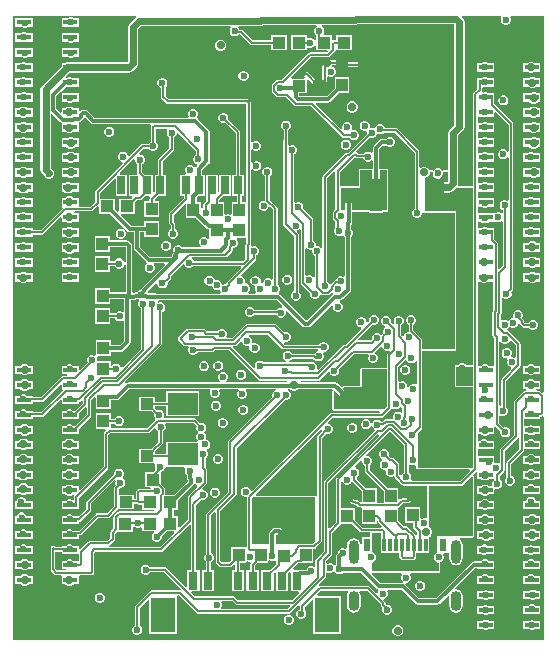
<source format=gbl>
G04*
G04 #@! TF.GenerationSoftware,Altium Limited,Altium Designer,23.6.0 (18)*
G04*
G04 Layer_Physical_Order=4*
G04 Layer_Color=16711680*
%FSLAX44Y44*%
%MOMM*%
G71*
G04*
G04 #@! TF.SameCoordinates,1B3FBE08-8921-405D-8673-E2F24B904F06*
G04*
G04*
G04 #@! TF.FilePolarity,Positive*
G04*
G01*
G75*
%ADD10C,0.1500*%
%ADD18R,1.1000X1.0000*%
%ADD19R,1.0000X1.1000*%
%ADD58C,0.3000*%
%ADD59C,0.6000*%
%ADD60O,0.9000X1.7000*%
%ADD61O,0.9000X2.0000*%
%ADD62C,0.6000*%
%ADD63C,0.7000*%
%ADD64R,8.1300X8.1300*%
%ADD65R,0.9900X2.7900*%
%ADD66R,1.4000X2.7900*%
%ADD67R,1.0000X1.5000*%
%ADD68R,0.7000X1.6000*%
%ADD69R,0.6000X1.1400*%
%ADD70R,0.3000X1.1400*%
%ADD71R,2.8000X2.2000*%
%ADD72R,0.8000X1.6000*%
%ADD73R,2.1000X3.0000*%
%ADD74R,2.6000X1.9000*%
%ADD75R,1.2000X0.4500*%
G36*
X761409Y461803D02*
X760139Y461277D01*
X758877Y462538D01*
X758216Y462980D01*
X757435Y463136D01*
X755737D01*
X755066Y464406D01*
X755335Y464800D01*
X758750D01*
Y471800D01*
X753917D01*
X753691Y472027D01*
X751945Y472750D01*
X750055D01*
X748309Y472027D01*
X748083Y471800D01*
X744250D01*
Y464800D01*
X746665D01*
X746934Y464406D01*
X746263Y463136D01*
X745565D01*
X745564Y463136D01*
X744784Y462980D01*
X744123Y462538D01*
X744123Y462538D01*
X736808Y455224D01*
X736366Y454562D01*
X736211Y453782D01*
Y425845D01*
X724974Y414608D01*
X724532Y413946D01*
X724377Y413166D01*
Y402434D01*
X723107Y401772D01*
X722011Y402225D01*
X720320D01*
X719750Y402607D01*
Y408300D01*
X705789D01*
Y414000D01*
X710155D01*
X710155Y414000D01*
X711845D01*
X711845Y414000D01*
X719750D01*
Y421000D01*
X714260D01*
X713407Y421853D01*
X711845Y422500D01*
X710155D01*
X708593Y421853D01*
X707740Y421000D01*
X705789D01*
Y426700D01*
X708583D01*
X709309Y425973D01*
X711055Y425250D01*
X712945D01*
X714691Y425973D01*
X715417Y426700D01*
X719750D01*
Y432153D01*
X721020Y432679D01*
X724780Y428919D01*
X724750Y428845D01*
Y427155D01*
X725397Y425593D01*
X726593Y424397D01*
X728155Y423750D01*
X729845D01*
X731407Y424397D01*
X732603Y425593D01*
X733250Y427155D01*
Y428845D01*
X732603Y430407D01*
X731407Y431603D01*
X729845Y432250D01*
X728155D01*
X727491Y431975D01*
X723789Y435677D01*
Y441541D01*
X725059Y442204D01*
X726155Y441750D01*
X727845D01*
X729408Y442397D01*
X730603Y443593D01*
X731250Y445155D01*
Y446845D01*
X730603Y448407D01*
X729789Y449221D01*
Y471702D01*
X741337Y483250D01*
X741337Y483250D01*
X741779Y483912D01*
X741935Y484692D01*
Y503111D01*
X741779Y503892D01*
X741337Y504553D01*
X741337Y504553D01*
X732173Y513718D01*
X731511Y514160D01*
X731037Y514254D01*
X730801Y515392D01*
X730812Y515551D01*
X731980Y516719D01*
X731994Y516753D01*
X733039Y516960D01*
X733416Y516867D01*
X734905Y516250D01*
X736595D01*
X738157Y516897D01*
X739353Y518093D01*
X739868Y519336D01*
X740890Y519597D01*
X741237Y519574D01*
X741277Y519514D01*
X743557Y517234D01*
X743557Y517234D01*
X744219Y516791D01*
X744999Y516636D01*
X748902D01*
X749054Y516268D01*
X750250Y515073D01*
X751812Y514425D01*
X753503D01*
X755065Y515073D01*
X756260Y516268D01*
X756907Y517830D01*
Y519521D01*
X756260Y521083D01*
X755065Y522278D01*
X753503Y522925D01*
X751812D01*
X750250Y522278D01*
X749054Y521083D01*
X748902Y520715D01*
X745844D01*
X744758Y521801D01*
Y522667D01*
X744758Y522667D01*
X744603Y523447D01*
X744161Y524109D01*
X744161Y524109D01*
X743340Y524929D01*
X743827Y526105D01*
Y527795D01*
X743180Y529357D01*
X741985Y530553D01*
X740423Y531200D01*
X738732D01*
X737170Y530553D01*
X735974Y529357D01*
X735327Y527795D01*
Y526105D01*
X735411Y525904D01*
X734571Y524612D01*
X733343Y524103D01*
X732147Y522907D01*
X732133Y522874D01*
X731088Y522666D01*
X730711Y522760D01*
X729222Y523377D01*
X727531D01*
X726436Y522923D01*
X725166Y523586D01*
Y527808D01*
X725192Y527833D01*
X725192Y527834D01*
X725634Y528495D01*
X725789Y529275D01*
X725789Y529276D01*
Y541404D01*
X727059Y541930D01*
X727593Y541397D01*
X729155Y540750D01*
X730845D01*
X732407Y541397D01*
X733603Y542593D01*
X734250Y544155D01*
Y545845D01*
X733809Y546910D01*
X735192Y548293D01*
X735192Y548293D01*
X735634Y548955D01*
X735789Y549735D01*
X735789Y549735D01*
Y688982D01*
X735789Y688982D01*
X735634Y689762D01*
X735192Y690424D01*
X719789Y705827D01*
Y710000D01*
X719750Y710197D01*
Y715000D01*
X714805D01*
X714455Y715350D01*
X712893Y715997D01*
X711202D01*
X709966Y715484D01*
X709778Y715580D01*
X709134Y716902D01*
X709289Y717682D01*
X709289Y717682D01*
Y719738D01*
X710559Y720463D01*
X711202Y720197D01*
X712893D01*
X714109Y720700D01*
X719750D01*
Y727700D01*
X714805D01*
X714455Y728049D01*
X712893Y728697D01*
X711202D01*
X709640Y728049D01*
X709291Y727700D01*
X705250D01*
Y722897D01*
X705211Y722700D01*
Y718527D01*
X702308Y715624D01*
X701866Y714962D01*
X701711Y714182D01*
Y636661D01*
X701250Y636353D01*
X689816D01*
X689078Y637623D01*
X689333Y638907D01*
Y679541D01*
X693214Y683422D01*
X694153Y684828D01*
X694483Y686486D01*
Y694235D01*
X694483Y694235D01*
Y775514D01*
X694154Y777172D01*
X693214Y778578D01*
X692115Y779677D01*
X692601Y780850D01*
X725289D01*
X725775Y779677D01*
X725773Y779675D01*
X725126Y778113D01*
Y776422D01*
X725773Y774860D01*
X726969Y773664D01*
X728531Y773018D01*
X730222D01*
X731784Y773664D01*
X732979Y774860D01*
X733626Y776422D01*
Y778113D01*
X732979Y779675D01*
X732977Y779677D01*
X733463Y780850D01*
X761409D01*
Y461803D01*
D02*
G37*
G36*
X685817Y773719D02*
Y694235D01*
X685817Y694235D01*
Y688281D01*
X681936Y684400D01*
X680997Y682994D01*
X680667Y681336D01*
Y650132D01*
X680250Y649853D01*
X676737D01*
X676526Y649817D01*
X676473Y649827D01*
X675603Y649658D01*
X674407Y650853D01*
X672845Y651500D01*
X671155D01*
X669593Y650853D01*
X668397Y649658D01*
X667527Y649827D01*
X667474Y649817D01*
X667263Y649853D01*
X665000D01*
X664244Y650166D01*
X664027Y650691D01*
X662691Y652027D01*
X660945Y652750D01*
X659055D01*
X657559Y652130D01*
X656289Y652666D01*
Y665750D01*
X656134Y666530D01*
X655692Y667192D01*
X637592Y685292D01*
X636930Y685734D01*
X636150Y685889D01*
X626808D01*
X626347Y687001D01*
X625151Y688197D01*
X623589Y688844D01*
X621898D01*
X620336Y688197D01*
X619141Y687001D01*
X618839Y686272D01*
X618379Y685458D01*
X617306Y685637D01*
X616695Y685890D01*
X615301D01*
X614802Y686136D01*
X614159Y686915D01*
Y688143D01*
X613512Y689705D01*
X612317Y690901D01*
X610755Y691548D01*
X609064D01*
X607502Y690901D01*
X606306Y689705D01*
X605659Y688143D01*
Y686452D01*
X606306Y684890D01*
X607502Y683695D01*
X609064Y683048D01*
X610458D01*
X610958Y682802D01*
X611600Y682023D01*
Y680795D01*
X611640Y680698D01*
X595750Y664809D01*
X594620D01*
X594619Y664809D01*
X593839Y664653D01*
X593178Y664211D01*
X593177Y664211D01*
X574808Y645842D01*
X574366Y645180D01*
X574211Y644400D01*
Y584650D01*
X572941Y584123D01*
X572228Y584837D01*
X570665Y585484D01*
X569831D01*
X568955Y585556D01*
X568657Y586657D01*
Y587271D01*
X568010Y588833D01*
X566815Y590028D01*
X566446Y590181D01*
Y607842D01*
X566446Y607843D01*
X566291Y608623D01*
X565849Y609285D01*
X565849Y609285D01*
X557848Y617286D01*
X558000Y617655D01*
Y619345D01*
X557353Y620907D01*
X556157Y622103D01*
X554595Y622750D01*
X552905D01*
X551545Y622187D01*
X550275Y622695D01*
Y663252D01*
X550643Y663405D01*
X551839Y664600D01*
X552486Y666162D01*
Y667853D01*
X551839Y669415D01*
X550643Y670611D01*
X549081Y671258D01*
X547390D01*
X546295Y670804D01*
X545025Y671467D01*
Y674341D01*
X545234Y674654D01*
X545389Y675434D01*
Y683995D01*
X545757Y684147D01*
X546953Y685343D01*
X547600Y686905D01*
Y688595D01*
X546953Y690157D01*
X545757Y691353D01*
X544195Y692000D01*
X542505D01*
X540943Y691353D01*
X539747Y690157D01*
X539100Y688595D01*
Y686905D01*
X539747Y685343D01*
X540943Y684147D01*
X541311Y683995D01*
Y676163D01*
X541102Y675851D01*
X540947Y675070D01*
Y604090D01*
X541102Y603309D01*
X541544Y602648D01*
X550211Y593981D01*
Y547713D01*
X549343Y547353D01*
X548147Y546157D01*
X547500Y544595D01*
Y542905D01*
X548147Y541343D01*
X549343Y540147D01*
X550905Y539500D01*
X552595D01*
X554157Y540147D01*
X555353Y541343D01*
X556000Y542905D01*
Y544595D01*
X555353Y546157D01*
X554289Y547221D01*
Y594825D01*
X554289Y594825D01*
X554134Y595606D01*
X553692Y596267D01*
X553692Y596267D01*
X552383Y597577D01*
X552812Y598943D01*
X553907Y599397D01*
X554366Y599856D01*
X555636Y599330D01*
Y554675D01*
X555792Y553895D01*
X556233Y553233D01*
X563354Y546113D01*
X563354Y546111D01*
Y544420D01*
X564001Y542858D01*
X565196Y541662D01*
X566758Y541015D01*
X568449D01*
X570011Y541662D01*
X571207Y542858D01*
X571789Y544264D01*
X572634Y544645D01*
X573124Y544753D01*
X573702Y544366D01*
X574483Y544211D01*
X574483Y544211D01*
X578832D01*
X579612Y544366D01*
X580274Y544808D01*
X581646Y546180D01*
X583195Y545948D01*
X583513Y545373D01*
X583383Y544894D01*
X582767Y544483D01*
X582767Y544483D01*
X561331Y523046D01*
X559919D01*
X538483Y544483D01*
X537573Y545090D01*
X537362Y545132D01*
X536993Y546501D01*
X537760Y547268D01*
X538407Y548830D01*
Y550521D01*
X537760Y552083D01*
X536565Y553278D01*
X536197Y553431D01*
Y617617D01*
X536041Y618398D01*
X535599Y619059D01*
X535599Y619059D01*
X529665Y624993D01*
Y644512D01*
X530034Y644665D01*
X531229Y645860D01*
X531876Y647422D01*
Y649113D01*
X531229Y650675D01*
X530034Y651870D01*
X528472Y652517D01*
X526781D01*
X525219Y651870D01*
X524023Y650675D01*
X523376Y649113D01*
Y647422D01*
X524023Y645860D01*
X525219Y644665D01*
X525587Y644512D01*
Y625423D01*
X525195Y624250D01*
X524411Y624250D01*
X523505D01*
X521943Y623603D01*
X520747Y622407D01*
X520100Y620845D01*
Y619155D01*
X520747Y617593D01*
X521943Y616397D01*
X523505Y615750D01*
X525195D01*
X526758Y616397D01*
X527953Y617593D01*
X528407Y618688D01*
X529773Y619117D01*
X532118Y616773D01*
Y557859D01*
X530848Y557333D01*
X530496Y557685D01*
X528934Y558332D01*
X527243D01*
X525681Y557685D01*
X524485Y556489D01*
X523838Y554927D01*
X522609Y554045D01*
X522577Y554054D01*
X521750Y555155D01*
Y556845D01*
X521103Y558407D01*
X519907Y559603D01*
X518345Y560250D01*
X516655D01*
X515093Y559603D01*
X513897Y558407D01*
X513250Y556845D01*
Y555155D01*
X513897Y553593D01*
X515093Y552397D01*
X516655Y551750D01*
X517347Y550480D01*
X517157Y550021D01*
Y548330D01*
X517804Y546768D01*
X517999Y546574D01*
X517472Y545304D01*
X511823D01*
X511297Y546574D01*
X512074Y547351D01*
X512721Y548913D01*
Y550604D01*
X512074Y552166D01*
X510879Y553362D01*
X509317Y554009D01*
X509168D01*
X508463Y555065D01*
X508500Y555155D01*
Y556845D01*
X507853Y558407D01*
X506657Y559603D01*
X505562Y560057D01*
X505133Y561423D01*
X508197Y564488D01*
X508724Y564840D01*
X517692Y573808D01*
X518134Y574470D01*
X518289Y575250D01*
Y577744D01*
X518657Y577897D01*
X519853Y579093D01*
X520500Y580655D01*
Y582345D01*
X519853Y583907D01*
X518657Y585103D01*
X517095Y585750D01*
X515405D01*
X514309Y585296D01*
X514129Y585375D01*
X513603Y586620D01*
X513634Y586666D01*
X513789Y587447D01*
X513789Y587447D01*
Y650154D01*
X515059Y650680D01*
X515843Y649897D01*
X517405Y649250D01*
X519095D01*
X520657Y649897D01*
X521853Y651093D01*
X522500Y652655D01*
Y654345D01*
X521853Y655907D01*
X520657Y657103D01*
X519095Y657750D01*
X517405D01*
X515843Y657103D01*
X515059Y656320D01*
X513789Y656846D01*
Y667048D01*
X515059Y667574D01*
X515719Y666915D01*
X517281Y666267D01*
X518972D01*
X520534Y666915D01*
X521729Y668110D01*
X522376Y669672D01*
Y671363D01*
X521729Y672925D01*
X520534Y674120D01*
X518972Y674768D01*
X517281D01*
X515719Y674120D01*
X515059Y673461D01*
X513789Y673987D01*
Y706621D01*
X513634Y707402D01*
X513192Y708063D01*
X511563Y709692D01*
X510902Y710134D01*
X510121Y710289D01*
X444095D01*
X441539Y712845D01*
Y720547D01*
X442260Y721268D01*
X442907Y722830D01*
Y724521D01*
X442260Y726083D01*
X441065Y727278D01*
X439503Y727925D01*
X437812D01*
X436250Y727278D01*
X435054Y726083D01*
X434407Y724521D01*
Y722830D01*
X435054Y721268D01*
X436250Y720072D01*
X437461Y719571D01*
Y712000D01*
X437616Y711220D01*
X438058Y710558D01*
X441808Y706808D01*
X441808Y706808D01*
X442470Y706366D01*
X443250Y706211D01*
X443250Y706211D01*
X509277D01*
X509711Y705777D01*
Y623000D01*
X505789D01*
Y627750D01*
X507500D01*
Y646250D01*
X504789D01*
Y682000D01*
X504789Y682000D01*
X504634Y682781D01*
X504192Y683442D01*
X504192Y683442D01*
X494505Y693129D01*
X494626Y693422D01*
Y695113D01*
X493979Y696675D01*
X492784Y697870D01*
X491222Y698518D01*
X489531D01*
X487969Y697870D01*
X486773Y696675D01*
X486126Y695113D01*
Y693422D01*
X486773Y691860D01*
X487969Y690665D01*
X489531Y690017D01*
X491222D01*
X491665Y690201D01*
X500711Y681155D01*
Y646250D01*
X498000D01*
Y627750D01*
X501711D01*
Y623000D01*
X497500D01*
Y612420D01*
X496230Y611926D01*
X494845Y612500D01*
X493155D01*
X492270Y612133D01*
X491000Y612920D01*
Y622750D01*
X486789D01*
Y624655D01*
X489884Y627750D01*
X496500D01*
Y646250D01*
X487000D01*
Y631547D01*
X486770Y631393D01*
X485500Y632072D01*
Y646250D01*
X476000D01*
Y634447D01*
X475961Y634250D01*
Y623777D01*
X473808Y621624D01*
X473366Y620962D01*
X473211Y620182D01*
Y618234D01*
X472506Y617759D01*
X471250Y618361D01*
Y623000D01*
X467804D01*
Y626589D01*
X468965Y627750D01*
X474500D01*
Y646250D01*
X472554D01*
Y650003D01*
X477983Y655432D01*
X478590Y656342D01*
X478804Y657415D01*
X478804Y657415D01*
Y682000D01*
X478590Y683073D01*
X477983Y683983D01*
X477983Y683983D01*
X468483Y693483D01*
X468353Y695093D01*
X469000Y696655D01*
Y698345D01*
X468353Y699907D01*
X467157Y701103D01*
X465595Y701750D01*
X463905D01*
X462343Y701103D01*
X461147Y699907D01*
X460500Y698345D01*
Y696655D01*
X460948Y695574D01*
X460276Y694304D01*
X381454D01*
X375725Y700033D01*
X374816Y700640D01*
X373743Y700854D01*
X371258D01*
X371257Y700854D01*
X370184Y700640D01*
X369275Y700033D01*
X368923Y699681D01*
X367750Y700167D01*
Y702300D01*
X363418D01*
X362691Y703027D01*
X360945Y703750D01*
X359055D01*
X357309Y703027D01*
X356582Y702300D01*
X353250D01*
Y699182D01*
X352077Y698696D01*
X348554Y702219D01*
Y712039D01*
X352309Y715793D01*
X353250Y714939D01*
X353250Y713755D01*
Y708000D01*
X357490D01*
X357843Y707647D01*
X359405Y707000D01*
X361095D01*
X362657Y707647D01*
X363010Y708000D01*
X367750D01*
Y715000D01*
X362303D01*
X361095Y715500D01*
X359405D01*
X358197Y715000D01*
X354519D01*
X353311Y715000D01*
X352457Y715941D01*
X357215Y720700D01*
X357987D01*
X359202Y720197D01*
X360893D01*
X362109Y720700D01*
X367750D01*
Y727700D01*
X362805D01*
X362455Y728049D01*
X360893Y728697D01*
X359202D01*
X357640Y728049D01*
X357430Y728155D01*
X357179Y729701D01*
X360045Y732567D01*
X410585D01*
X412243Y732897D01*
X413649Y733836D01*
X417164Y737351D01*
X418103Y738756D01*
X418433Y740415D01*
Y769690D01*
X420410Y771667D01*
X496210D01*
X496736Y770397D01*
X496247Y769908D01*
X495600Y768345D01*
Y766655D01*
X496247Y765093D01*
X497443Y763897D01*
X499005Y763250D01*
X500695D01*
X502257Y763897D01*
X503321Y764961D01*
X504255D01*
X512908Y756308D01*
X513570Y755866D01*
X514350Y755711D01*
X514350Y755711D01*
X530250D01*
Y751500D01*
X543750D01*
Y764000D01*
X530250D01*
Y759789D01*
X515195D01*
X506542Y768442D01*
X505880Y768884D01*
X505100Y769039D01*
X503813D01*
X503453Y769908D01*
X502964Y770397D01*
X503490Y771667D01*
X521000D01*
X522658Y771997D01*
X523661Y772667D01*
X569008D01*
X569261Y771397D01*
X569143Y771348D01*
X567948Y770152D01*
X567300Y768590D01*
Y766900D01*
X567948Y765338D01*
X568075Y765210D01*
X568750Y764250D01*
X568750D01*
X568750Y764250D01*
Y760670D01*
X568054Y760359D01*
X567480Y760280D01*
X566407Y761353D01*
X564845Y762000D01*
X563155D01*
X562020Y761530D01*
X560750Y762170D01*
Y764000D01*
X547250D01*
Y751500D01*
X560750D01*
Y753330D01*
X562020Y753970D01*
X563155Y753500D01*
X564845D01*
X566407Y754147D01*
X567480Y755220D01*
X568054Y755141D01*
X568750Y754830D01*
Y751750D01*
X578389D01*
X578875Y750577D01*
X578014Y749715D01*
X563676D01*
X563676Y749715D01*
X562896Y749560D01*
X562234Y749118D01*
X562234Y749118D01*
X539655Y726539D01*
X536325D01*
X535545Y726384D01*
X534883Y725942D01*
X531808Y722867D01*
X531366Y722205D01*
X531211Y721425D01*
Y717075D01*
X531366Y716295D01*
X531808Y715633D01*
X534883Y712558D01*
X535545Y712116D01*
X536325Y711961D01*
X543359D01*
X550512Y704808D01*
X551174Y704366D01*
X551954Y704211D01*
X564566D01*
X590869Y677907D01*
X590869Y677907D01*
X591531Y677465D01*
X592312Y677310D01*
X597094D01*
X597247Y676942D01*
X598443Y675746D01*
X600005Y675099D01*
X601695D01*
X603257Y675746D01*
X604453Y676942D01*
X605100Y678504D01*
Y680195D01*
X604453Y681757D01*
X603257Y682952D01*
X601695Y683599D01*
X600169D01*
X599643Y684092D01*
X599231Y684653D01*
X599470Y685230D01*
Y686921D01*
X598823Y688483D01*
X597627Y689678D01*
X596065Y690325D01*
X594374D01*
X592812Y689678D01*
X591617Y688483D01*
X590970Y686921D01*
Y685371D01*
X590608Y685082D01*
X589796Y684748D01*
X568522Y706023D01*
X569008Y707196D01*
X579000D01*
X580073Y707410D01*
X580983Y708017D01*
X588465Y715500D01*
X597000D01*
Y729000D01*
X584646D01*
X583852Y730002D01*
X584865Y731015D01*
X585512Y732577D01*
Y734267D01*
X584865Y735829D01*
X583669Y737025D01*
X582107Y737672D01*
X582297Y738864D01*
X588253D01*
X589308Y737808D01*
X589308Y737808D01*
X589970Y737366D01*
X590750Y737211D01*
X623905D01*
X630558Y730558D01*
X631220Y730116D01*
X632000Y729961D01*
X632780Y730116D01*
X633442Y730558D01*
X633884Y731220D01*
X634039Y732000D01*
X633884Y732780D01*
X633442Y733442D01*
X626192Y740692D01*
X625530Y741134D01*
X624750Y741289D01*
X591595D01*
X590539Y742345D01*
X589878Y742787D01*
X589097Y742942D01*
X578903D01*
X578578Y742877D01*
X578254Y742942D01*
X577474Y742787D01*
X576812Y742345D01*
X576370Y741683D01*
X576215Y740903D01*
Y740259D01*
X574558Y738602D01*
X574116Y737941D01*
X573961Y737160D01*
Y726345D01*
X572655Y725039D01*
X571000D01*
X570220Y724884D01*
X570088Y724796D01*
X562435Y732449D01*
X561774Y732891D01*
X560993Y733046D01*
X558838D01*
X558442Y733442D01*
X557780Y733884D01*
X557000Y734039D01*
X556220Y733884D01*
X555558Y733442D01*
X555116Y732780D01*
X554961Y732000D01*
X555116Y731220D01*
X555558Y730558D01*
X556551Y729565D01*
X557213Y729123D01*
X557993Y728968D01*
X559053D01*
X559185Y728770D01*
X558507Y727500D01*
X548180D01*
X547654Y728770D01*
X564521Y745637D01*
X578858D01*
X579639Y745792D01*
X580300Y746234D01*
X584692Y750626D01*
X584849Y750860D01*
X585750Y751750D01*
X599250D01*
Y764250D01*
X585750D01*
Y760039D01*
X584339D01*
X583559Y759884D01*
X583520Y759858D01*
X582250Y760537D01*
Y764250D01*
X575725D01*
X575229Y765520D01*
X575800Y766900D01*
Y768590D01*
X575153Y770152D01*
X573958Y771348D01*
X573840Y771397D01*
X574093Y772667D01*
X601336D01*
X602994Y772997D01*
X604222Y773817D01*
X685719D01*
X685817Y773719D01*
D02*
G37*
G36*
X584172Y729259D02*
X584500Y728893D01*
Y719465D01*
X577839Y712804D01*
X554669D01*
X554554Y712919D01*
Y715000D01*
X561000D01*
Y726320D01*
X562270Y726846D01*
X569308Y719808D01*
X569970Y719366D01*
X570750Y719211D01*
X571250D01*
X572030Y719366D01*
X572692Y719808D01*
X573134Y720470D01*
X573232Y720961D01*
X573500D01*
X574280Y721116D01*
X574942Y721558D01*
X577442Y724058D01*
X577884Y724720D01*
X578039Y725500D01*
X578039Y725500D01*
Y728975D01*
X579309Y729631D01*
X580417Y729172D01*
X582107D01*
X583549Y729769D01*
X584172Y729259D01*
D02*
G37*
G36*
X731711Y688137D02*
Y666020D01*
X730648Y665722D01*
X730441Y665713D01*
X729284Y666870D01*
X727722Y667517D01*
X726031D01*
X724469Y666870D01*
X723273Y665675D01*
X722626Y664113D01*
Y662422D01*
X723273Y660860D01*
X724469Y659665D01*
X726031Y659017D01*
X727722D01*
X729284Y659665D01*
X730441Y660822D01*
X730648Y660813D01*
X731711Y660515D01*
Y624709D01*
X730441Y624046D01*
X729345Y624500D01*
X727655D01*
X726093Y623853D01*
X724897Y622657D01*
X724250Y621095D01*
Y619405D01*
X724897Y617843D01*
X726093Y616647D01*
X726811Y616349D01*
Y613996D01*
X725541Y613470D01*
X725407Y613603D01*
X723845Y614250D01*
X722155D01*
X720948Y613750D01*
X719750Y613400D01*
X719750Y613400D01*
X719750Y613400D01*
X712893D01*
X712893Y613400D01*
X711202D01*
X711202Y613400D01*
X705789D01*
Y619100D01*
X708984D01*
X709640Y618444D01*
X711202Y617797D01*
X712893D01*
X714455Y618444D01*
X715112Y619100D01*
X719750D01*
Y626100D01*
X713368D01*
X712893Y626297D01*
X711202D01*
X710728Y626100D01*
X705789D01*
Y631800D01*
X709987D01*
X711202Y631297D01*
X712893D01*
X714109Y631800D01*
X719750D01*
Y638800D01*
X714805D01*
X714455Y639150D01*
X712893Y639797D01*
X711202D01*
X709640Y639150D01*
X709291Y638800D01*
X705789D01*
Y644500D01*
X709987D01*
X711202Y643997D01*
X712893D01*
X714109Y644500D01*
X719750D01*
Y651500D01*
X714805D01*
X714455Y651850D01*
X712893Y652497D01*
X711202D01*
X709640Y651850D01*
X709291Y651500D01*
X705789D01*
Y657200D01*
X709987D01*
X711202Y656697D01*
X712893D01*
X714109Y657200D01*
X719750D01*
Y664200D01*
X714805D01*
X714455Y664549D01*
X712893Y665197D01*
X711202D01*
X709640Y664549D01*
X709291Y664200D01*
X705789D01*
Y669900D01*
X709987D01*
X711202Y669397D01*
X712893D01*
X714109Y669900D01*
X719750D01*
Y676900D01*
X714805D01*
X714455Y677250D01*
X712893Y677897D01*
X711202D01*
X709640Y677250D01*
X709291Y676900D01*
X705789D01*
Y682600D01*
X709987D01*
X711202Y682097D01*
X712893D01*
X714109Y682600D01*
X719750D01*
Y689600D01*
X714805D01*
X714455Y689949D01*
X712893Y690597D01*
X711202D01*
X709640Y689949D01*
X709291Y689600D01*
X705789D01*
Y695300D01*
X709987D01*
X711202Y694797D01*
X712893D01*
X714109Y695300D01*
X719750D01*
Y698439D01*
X720923Y698925D01*
X731711Y688137D01*
D02*
G37*
G36*
X652211Y664905D02*
Y624075D01*
X652366Y623295D01*
X652368Y623292D01*
Y617385D01*
X652000Y617232D01*
X650804Y616036D01*
X650157Y614474D01*
Y612784D01*
X650804Y611222D01*
X652000Y610026D01*
X653562Y609379D01*
X655253D01*
X656815Y610026D01*
X658010Y611222D01*
X658657Y612784D01*
Y613520D01*
X659927Y613988D01*
X660750Y613647D01*
X662150D01*
Y613600D01*
X678650D01*
Y613647D01*
X686147D01*
Y498603D01*
X658808D01*
X658553Y498773D01*
Y506511D01*
X658553Y506511D01*
X658398Y507291D01*
X657956Y507953D01*
X657955Y507953D01*
X651197Y514712D01*
Y518920D01*
X651565Y519072D01*
X652760Y520268D01*
X653407Y521830D01*
Y523521D01*
X652760Y525083D01*
X651565Y526278D01*
X650003Y526925D01*
X648312D01*
X646750Y526278D01*
X645554Y525083D01*
X644907Y523521D01*
Y521830D01*
X645554Y520268D01*
X646750Y519072D01*
X647118Y518920D01*
Y513867D01*
X646255Y512750D01*
X644693Y512103D01*
X643497Y510907D01*
X643043Y509812D01*
X641677Y509383D01*
X640696Y510363D01*
Y518670D01*
X641065Y518823D01*
X642260Y520018D01*
X642907Y521580D01*
Y523271D01*
X642260Y524833D01*
X641065Y526028D01*
X639503Y526675D01*
X637812D01*
X636250Y526028D01*
X635054Y524833D01*
X634407Y523271D01*
Y521580D01*
X634920Y520343D01*
X633843Y519623D01*
X632255Y521212D01*
X632407Y521580D01*
Y523271D01*
X631760Y524833D01*
X630565Y526028D01*
X629003Y526675D01*
X627312D01*
X625750Y526028D01*
X624554Y524833D01*
X623907Y523271D01*
Y521580D01*
X624554Y520018D01*
X625750Y518823D01*
X627258Y518198D01*
X627333Y517991D01*
X627458Y516905D01*
X627351Y516861D01*
X626155Y515666D01*
X625508Y514104D01*
Y512413D01*
X625661Y512045D01*
X624217Y510601D01*
X623634Y510544D01*
X622816Y511361D01*
X621254Y512008D01*
X619564D01*
X618002Y511361D01*
X616806Y510166D01*
X616159Y508604D01*
Y506913D01*
X616174Y506876D01*
X615087Y505789D01*
X604740D01*
X604254Y506963D01*
X616444Y519152D01*
X616812Y519000D01*
X618503D01*
X620065Y519647D01*
X621260Y520843D01*
X621907Y522405D01*
Y524095D01*
X621260Y525657D01*
X620065Y526853D01*
X618503Y527500D01*
X616812D01*
X615250Y526853D01*
X614054Y525657D01*
X613407Y524095D01*
Y522405D01*
X613560Y522036D01*
X612677Y521154D01*
X611407Y521680D01*
Y522028D01*
X610760Y523590D01*
X609565Y524785D01*
X608003Y525432D01*
X606312D01*
X604750Y524785D01*
X603554Y523590D01*
X602907Y522028D01*
Y520337D01*
X603554Y518775D01*
X604750Y517579D01*
X606312Y516932D01*
X606660D01*
X607186Y515662D01*
X593845Y502321D01*
X592865D01*
X592865Y502321D01*
X592085Y502166D01*
X591423Y501724D01*
X591423Y501724D01*
X570575Y480876D01*
X570011Y480970D01*
X569238Y482384D01*
X569350Y482655D01*
Y484345D01*
X568703Y485907D01*
X567508Y487103D01*
X565945Y487750D01*
X564255D01*
X562737Y487122D01*
X562191Y487230D01*
X546452D01*
X546199Y488500D01*
X547157Y488897D01*
X548353Y490093D01*
X548506Y490461D01*
X565788D01*
X566940Y489308D01*
X566940Y489308D01*
X567602Y488866D01*
X568382Y488711D01*
X568671Y488768D01*
X568742Y488697D01*
X570304Y488050D01*
X571995D01*
X573557Y488697D01*
X574753Y489892D01*
X575400Y491454D01*
Y493145D01*
X574753Y494707D01*
X574730Y494730D01*
X575256Y496000D01*
X575945D01*
X577508Y496647D01*
X578703Y497843D01*
X579350Y499405D01*
Y501095D01*
X578703Y502657D01*
X577508Y503853D01*
X575945Y504500D01*
X574255D01*
X572693Y503853D01*
X571497Y502657D01*
X571344Y502289D01*
X542402D01*
X541506Y503186D01*
X542225Y504262D01*
X542255Y504250D01*
X543945D01*
X545508Y504897D01*
X546703Y506093D01*
X547350Y507655D01*
Y509345D01*
X546703Y510907D01*
X545508Y512103D01*
X543945Y512750D01*
X542255D01*
X541886Y512598D01*
X535292Y519192D01*
X534630Y519634D01*
X533850Y519789D01*
X510370D01*
X509590Y519634D01*
X508928Y519192D01*
X497909Y508173D01*
X493366D01*
X492704Y509443D01*
X493157Y510538D01*
Y512229D01*
X492510Y513791D01*
X491315Y514987D01*
X489753Y515634D01*
X488062D01*
X486500Y514987D01*
X485304Y513791D01*
X485200Y513539D01*
X476594D01*
X474941Y515192D01*
X474280Y515634D01*
X473499Y515789D01*
X460000D01*
X460000Y515789D01*
X459220Y515634D01*
X458558Y515192D01*
X458558Y515192D01*
X452679Y509313D01*
X452237Y508652D01*
X452082Y507871D01*
Y506629D01*
X452237Y505848D01*
X452679Y505187D01*
X456174Y501692D01*
X456836Y501250D01*
X457616Y501094D01*
X457617Y501095D01*
X460304D01*
X460967Y499824D01*
X460513Y498729D01*
Y497038D01*
X461160Y495476D01*
X462356Y494281D01*
X463918Y493634D01*
X465608D01*
X467171Y494281D01*
X468366Y495476D01*
X468519Y495844D01*
X480511D01*
X481292Y496000D01*
X481953Y496442D01*
X482972Y497461D01*
X494906D01*
X520059Y472308D01*
X520720Y471866D01*
X521501Y471711D01*
X544289D01*
X544971Y470441D01*
X544830Y470229D01*
X493056D01*
X492721Y471026D01*
X492667Y471499D01*
X493760Y472593D01*
X494407Y474155D01*
Y475845D01*
X493760Y477407D01*
X492565Y478603D01*
X491003Y479250D01*
X489312D01*
X487750Y478603D01*
X486554Y477407D01*
X485907Y475845D01*
Y474155D01*
X486554Y472593D01*
X487648Y471499D01*
X487594Y471026D01*
X487258Y470229D01*
X409433D01*
X408360Y470016D01*
X407594Y469504D01*
X406784Y470491D01*
X437849Y501555D01*
X437849Y501556D01*
X438291Y502217D01*
X438447Y502998D01*
X438447Y502998D01*
Y529697D01*
X439351Y530072D01*
X440546Y531267D01*
X441194Y532829D01*
Y534520D01*
X440546Y536082D01*
X439351Y537278D01*
X437789Y537925D01*
X436098D01*
X435651Y537740D01*
X435154Y537722D01*
X434707Y538525D01*
X435432Y539696D01*
X535339D01*
X540247Y534787D01*
X539874Y533940D01*
X539614Y533625D01*
X538045D01*
X536483Y532978D01*
X535287Y531782D01*
X535264Y531727D01*
X516735D01*
X516453Y532407D01*
X515257Y533603D01*
X513695Y534250D01*
X512005D01*
X510443Y533603D01*
X509247Y532407D01*
X508600Y530845D01*
Y529155D01*
X509247Y527593D01*
X510443Y526397D01*
X512005Y525750D01*
X513695D01*
X515257Y526397D01*
X516453Y527593D01*
X516476Y527648D01*
X535005D01*
X535287Y526967D01*
X536483Y525772D01*
X538045Y525125D01*
X539735D01*
X541297Y525772D01*
X542493Y526967D01*
X543140Y528529D01*
Y530099D01*
X543456Y530359D01*
X544303Y530732D01*
X557017Y518017D01*
X557017Y518017D01*
X557927Y517410D01*
X559000Y517196D01*
X559000Y517196D01*
X562250D01*
X563323Y517410D01*
X564233Y518017D01*
X581480Y535265D01*
X582750Y534739D01*
Y533655D01*
X583397Y532093D01*
X584593Y530897D01*
X586155Y530250D01*
X587845D01*
X589407Y530897D01*
X590603Y532093D01*
X591250Y533655D01*
Y535345D01*
X590603Y536907D01*
X589407Y538103D01*
X588627Y538426D01*
X588880Y539696D01*
X589217D01*
X590290Y539910D01*
X591200Y540517D01*
X597504Y546821D01*
X598111Y547731D01*
X598325Y548804D01*
X598325Y548804D01*
Y552486D01*
X598524Y553489D01*
Y593741D01*
X599065Y594282D01*
X599712Y595844D01*
Y597534D01*
X599065Y599096D01*
X598266Y599896D01*
Y603756D01*
X598840Y604616D01*
X599054Y605689D01*
X599054Y605689D01*
Y614727D01*
X599309Y614897D01*
X613400D01*
Y613600D01*
X625800D01*
Y614897D01*
X628750D01*
X629707Y615293D01*
X630103Y616250D01*
Y650000D01*
X629707Y650957D01*
X628750Y651353D01*
X622559D01*
X622304Y651523D01*
Y667482D01*
X625444Y670622D01*
X628609D01*
X628834Y670397D01*
X630396Y669750D01*
X632087D01*
X633649Y670397D01*
X634845Y671592D01*
X635492Y673155D01*
Y674845D01*
X634845Y676407D01*
X633649Y677603D01*
X632087Y678250D01*
X630396D01*
X628834Y677603D01*
X627639Y676407D01*
X627565Y676230D01*
X624282D01*
X623209Y676016D01*
X622300Y675409D01*
X617517Y670626D01*
X616910Y669716D01*
X616696Y668643D01*
Y665107D01*
X615426Y664580D01*
X615008Y664999D01*
X613445Y665646D01*
X611755D01*
X610193Y664999D01*
X609233Y664039D01*
X604339D01*
X604186Y664192D01*
X603524Y664634D01*
X603203Y664698D01*
X602683Y665973D01*
X614365Y677655D01*
X615005Y677390D01*
X616695D01*
X618257Y678037D01*
X619453Y679233D01*
X619755Y679962D01*
X620215Y680776D01*
X621288Y680597D01*
X621898Y680344D01*
X623589D01*
X625151Y680991D01*
X625971Y681811D01*
X635305D01*
X652211Y664905D01*
D02*
G37*
G36*
X442930Y683941D02*
X442897Y683907D01*
X442250Y682345D01*
Y680655D01*
X442897Y679093D01*
X444093Y677897D01*
X444461Y677745D01*
Y668345D01*
X435308Y659192D01*
X434866Y658530D01*
X434711Y657750D01*
Y646250D01*
X432000D01*
Y631547D01*
X431770Y631393D01*
X430500Y632072D01*
Y646250D01*
X423884D01*
X421539Y648595D01*
Y654960D01*
X422034Y655164D01*
X423229Y656360D01*
X423876Y657922D01*
Y659613D01*
X423229Y661175D01*
X422034Y662371D01*
X420472Y663018D01*
X419765D01*
X419239Y664287D01*
X423163Y668211D01*
X427094D01*
X427247Y667843D01*
X428443Y666647D01*
X430005Y666000D01*
X431695D01*
X433257Y666647D01*
X434453Y667843D01*
X435100Y669405D01*
Y671095D01*
X434453Y672657D01*
X433257Y673853D01*
X432889Y674006D01*
Y685211D01*
X442404D01*
X442930Y683941D01*
D02*
G37*
G36*
X416323Y779580D02*
X415551Y779064D01*
X411036Y774549D01*
X410097Y773143D01*
X409767Y771485D01*
Y742210D01*
X408790Y741233D01*
X358250D01*
X356592Y740903D01*
X355838Y740400D01*
X353250D01*
Y738028D01*
X336686Y721464D01*
X335747Y720058D01*
X335417Y718400D01*
Y650000D01*
X335747Y648342D01*
X336686Y646936D01*
X338870Y644752D01*
X338973Y644504D01*
X340168Y643308D01*
X341730Y642661D01*
X343421D01*
X344983Y643308D01*
X346179Y644504D01*
X346825Y646066D01*
Y647211D01*
X346833Y647250D01*
X346825Y647289D01*
Y647757D01*
X346647Y648189D01*
X346503Y648908D01*
X345564Y650314D01*
X344083Y651795D01*
Y697099D01*
X345257Y697585D01*
X352325Y690517D01*
X352353Y690499D01*
X353250Y689600D01*
Y682600D01*
X356682D01*
X357309Y681973D01*
X359055Y681250D01*
X360945D01*
X362691Y681973D01*
X363317Y682600D01*
X367750D01*
Y689600D01*
X367750Y689600D01*
X367950Y690787D01*
X368816Y690960D01*
X369725Y691567D01*
X371483Y693325D01*
X371973Y694058D01*
X372755Y694321D01*
X373420Y694408D01*
X378310Y689517D01*
X379220Y688910D01*
X380293Y688696D01*
X428504D01*
X428696Y688508D01*
X429149Y687426D01*
X428966Y687152D01*
X428811Y686371D01*
Y674006D01*
X428443Y673853D01*
X427247Y672657D01*
X427094Y672289D01*
X422318D01*
X421538Y672134D01*
X420876Y671692D01*
X420876Y671692D01*
X410870Y661686D01*
X409600Y662212D01*
Y662345D01*
X408953Y663907D01*
X407757Y665103D01*
X406195Y665750D01*
X404505D01*
X402943Y665103D01*
X401747Y663907D01*
X401100Y662345D01*
Y660655D01*
X401747Y659093D01*
X402943Y657897D01*
X404505Y657250D01*
X404638D01*
X405164Y655980D01*
X382308Y633124D01*
X381866Y632462D01*
X381711Y631682D01*
Y623223D01*
X377527Y619039D01*
X368995D01*
X367750Y619100D01*
Y626100D01*
X363618D01*
X362691Y627027D01*
X360945Y627750D01*
X359055D01*
X357309Y627027D01*
X356382Y626100D01*
X353250D01*
Y619100D01*
X353588D01*
X354114Y617830D01*
X335770Y599486D01*
X328750D01*
Y600700D01*
X323805D01*
X323455Y601049D01*
X321893Y601697D01*
X320202D01*
X318640Y601049D01*
X318291Y600700D01*
X314250D01*
Y593700D01*
X318987D01*
X320202Y593197D01*
X321893D01*
X323109Y593700D01*
X328750D01*
Y595407D01*
X336614D01*
X337395Y595563D01*
X338056Y596005D01*
X352077Y610025D01*
X353250Y609539D01*
Y606400D01*
X356882D01*
X357309Y605973D01*
X359055Y605250D01*
X360945D01*
X362691Y605973D01*
X363117Y606400D01*
X367750D01*
Y613400D01*
X364274D01*
X364072Y613691D01*
X364737Y614961D01*
X378371D01*
X379152Y615116D01*
X379813Y615558D01*
X383577Y619322D01*
X384750Y618835D01*
Y613250D01*
X394285D01*
X409517Y598017D01*
X410427Y597410D01*
X411500Y597196D01*
X414446D01*
Y584007D01*
X414660Y582934D01*
X415267Y582025D01*
X425171Y572122D01*
X425255Y571766D01*
X425163Y570565D01*
X424273Y569675D01*
X423626Y568113D01*
Y566422D01*
X424273Y564860D01*
X425469Y563665D01*
X427031Y563018D01*
X428722D01*
X430284Y563665D01*
X431479Y564860D01*
X432126Y566422D01*
Y568113D01*
X431479Y569675D01*
X431228Y569926D01*
X431754Y571196D01*
X440421D01*
X440908Y570023D01*
X421123Y550238D01*
X420515Y549328D01*
X420408Y548792D01*
X420168Y548552D01*
X419849D01*
X418287Y547905D01*
X417092Y546709D01*
X417018Y546532D01*
X415923D01*
X415922Y546532D01*
X414849Y546318D01*
X414324Y545967D01*
X413248Y546416D01*
X413054Y546614D01*
Y585993D01*
X413054Y585993D01*
X412840Y587066D01*
X412233Y587975D01*
X410475Y589733D01*
X409566Y590340D01*
X408493Y590554D01*
X394000D01*
Y594500D01*
X381500D01*
Y581000D01*
X394000D01*
Y584946D01*
X407331D01*
X407446Y584831D01*
Y572582D01*
X406176Y572329D01*
X405760Y573333D01*
X404565Y574528D01*
X403003Y575176D01*
X401312D01*
X399750Y574528D01*
X398554Y573333D01*
X398329Y572789D01*
X394000D01*
Y577500D01*
X381500D01*
Y564000D01*
X394000D01*
Y568711D01*
X398475D01*
X398554Y568518D01*
X399750Y567323D01*
X401312Y566675D01*
X403003D01*
X404565Y567323D01*
X405760Y568518D01*
X406176Y569522D01*
X407446Y569269D01*
Y546554D01*
X394500D01*
Y550500D01*
X382000D01*
Y537000D01*
X394500D01*
Y540946D01*
X406196D01*
Y530193D01*
X404926Y529667D01*
X404815Y529778D01*
X403253Y530425D01*
X401562D01*
X400000Y529778D01*
X399011Y528789D01*
X394500D01*
Y533500D01*
X382000D01*
Y520000D01*
X394500D01*
Y524711D01*
X398414D01*
X398804Y523768D01*
X400000Y522572D01*
X401562Y521925D01*
X403253D01*
X404815Y522572D01*
X404926Y522684D01*
X406196Y522158D01*
Y505411D01*
X402589Y501804D01*
X394750D01*
Y505750D01*
X382250D01*
Y493603D01*
X380980Y492824D01*
X380084Y493195D01*
X378393D01*
X376831Y492548D01*
X375635Y491352D01*
X374988Y489790D01*
Y488100D01*
X375328Y487280D01*
X368923Y480875D01*
X367750Y481361D01*
Y484500D01*
X362805D01*
X362455Y484850D01*
X360893Y485497D01*
X359202D01*
X357640Y484850D01*
X357291Y484500D01*
X353250D01*
Y477500D01*
X357791D01*
X358239Y477106D01*
X357759Y475836D01*
X354565D01*
X354565Y475836D01*
X353784Y475681D01*
X353123Y475238D01*
X335770Y457886D01*
X328750D01*
Y459100D01*
X323805D01*
X323455Y459450D01*
X321893Y460097D01*
X320202D01*
X318640Y459450D01*
X318291Y459100D01*
X314250D01*
Y452100D01*
X318987D01*
X320202Y451597D01*
X321893D01*
X323109Y452100D01*
X328750D01*
Y453807D01*
X336614D01*
X337395Y453963D01*
X338056Y454405D01*
X352077Y468425D01*
X353250Y467939D01*
Y464800D01*
X353588D01*
X354114Y463530D01*
X335770Y445186D01*
X328750D01*
Y446400D01*
X323805D01*
X323455Y446750D01*
X321893Y447397D01*
X320202D01*
X318640Y446750D01*
X318291Y446400D01*
X314250D01*
Y439400D01*
X318987D01*
X320202Y438897D01*
X321893D01*
X323109Y439400D01*
X328750D01*
Y441107D01*
X336614D01*
X337395Y441263D01*
X338056Y441705D01*
X352077Y455725D01*
X353250Y455239D01*
Y452100D01*
X357987D01*
X359202Y451597D01*
X360893D01*
X362109Y452100D01*
X367750D01*
Y453807D01*
X367929D01*
X368710Y453963D01*
X369371Y454405D01*
X370325Y455359D01*
X371498Y454873D01*
Y453032D01*
X364866Y446400D01*
X362805D01*
X362455Y446750D01*
X360893Y447397D01*
X359202D01*
X357640Y446750D01*
X357291Y446400D01*
X353250D01*
Y439400D01*
X357987D01*
X359202Y438897D01*
X360893D01*
X362109Y439400D01*
X367750D01*
Y443516D01*
X373325Y449091D01*
X374498Y448605D01*
Y443332D01*
X364866Y433700D01*
X362805D01*
X362455Y434050D01*
X360893Y434697D01*
X359202D01*
X357640Y434050D01*
X357291Y433700D01*
X353250D01*
Y426700D01*
X357987D01*
X359202Y426197D01*
X360893D01*
X362109Y426700D01*
X367750D01*
Y430816D01*
X377980Y441046D01*
X377980Y441046D01*
X378422Y441707D01*
X378577Y442488D01*
Y455125D01*
X381077Y457625D01*
X382250Y457139D01*
Y447500D01*
X394750D01*
Y455446D01*
X400257D01*
X401330Y455660D01*
X402240Y456267D01*
X410594Y464622D01*
X478684D01*
X479355Y463352D01*
X478907Y462271D01*
Y460580D01*
X479554Y459018D01*
X480750Y457822D01*
X482312Y457175D01*
X484003D01*
X485565Y457822D01*
X486760Y459018D01*
X487407Y460580D01*
Y462271D01*
X486960Y463352D01*
X487631Y464622D01*
X502722D01*
X503248Y463352D01*
X502554Y462657D01*
X501907Y461095D01*
Y459405D01*
X502554Y457843D01*
X503750Y456647D01*
X505312Y456000D01*
X507003D01*
X508565Y456647D01*
X509760Y457843D01*
X510407Y459405D01*
Y461095D01*
X509760Y462657D01*
X509066Y463352D01*
X509592Y464622D01*
X534715D01*
X534874Y463418D01*
X533312Y462771D01*
X532116Y461575D01*
X531469Y460013D01*
Y458322D01*
X531534Y458167D01*
X494808Y421442D01*
X494366Y420780D01*
X494211Y420000D01*
Y377791D01*
X476058Y359638D01*
X475616Y358976D01*
X475461Y358196D01*
Y325371D01*
X474497Y324407D01*
X473850Y322845D01*
Y321155D01*
X474497Y319593D01*
X475461Y318629D01*
Y311750D01*
X472250D01*
Y293250D01*
X482750D01*
Y311750D01*
X479539D01*
Y317996D01*
X480508Y318397D01*
X481703Y319593D01*
X482350Y321155D01*
Y322845D01*
X481703Y324407D01*
X480508Y325603D01*
X479539Y326004D01*
Y357351D01*
X482537Y360350D01*
X483711Y359864D01*
Y318197D01*
X483866Y317416D01*
X484308Y316755D01*
X486505Y314558D01*
X486505Y314558D01*
X487166Y314116D01*
X487947Y313961D01*
X495750D01*
X496530Y314116D01*
X497192Y314558D01*
X499191Y316557D01*
X500461Y316031D01*
Y311750D01*
X497250D01*
Y293250D01*
X507750D01*
Y311750D01*
X504539D01*
Y317250D01*
X509500D01*
Y318330D01*
X510770Y318970D01*
X511905Y318500D01*
X512820D01*
X513192Y317967D01*
X513416Y317230D01*
X513116Y316780D01*
X512961Y316000D01*
Y311750D01*
X509750D01*
Y293250D01*
X520250D01*
Y311750D01*
X517039D01*
Y315155D01*
X518884Y317000D01*
X528500D01*
Y318830D01*
X529770Y319470D01*
X530905Y319000D01*
X532595D01*
X533721Y319466D01*
X533890Y319437D01*
X534817Y318878D01*
X534961Y318710D01*
Y316845D01*
X529866Y311750D01*
X522250D01*
Y293250D01*
X532750D01*
Y308860D01*
X533641Y309595D01*
X534750Y309121D01*
Y293250D01*
X545250D01*
Y308860D01*
X546141Y309595D01*
X547250Y309121D01*
Y293250D01*
X553889D01*
X554375Y292077D01*
X548134Y285836D01*
X502956D01*
X500100Y288692D01*
X499439Y289134D01*
X498658Y289289D01*
X465913D01*
X463125Y292077D01*
X463611Y293250D01*
X470250D01*
Y311750D01*
X467039D01*
Y366423D01*
X471444Y370828D01*
X471812Y370675D01*
X473503D01*
X475065Y371322D01*
X476260Y372518D01*
X476907Y374080D01*
Y375771D01*
X476260Y377333D01*
X475065Y378528D01*
X473503Y379175D01*
X473030D01*
X472504Y380445D01*
X475942Y383884D01*
X476384Y384545D01*
X476539Y385325D01*
X476539Y385326D01*
Y396179D01*
X476384Y396959D01*
X475942Y397621D01*
X475942Y397621D01*
X475289Y398274D01*
Y405745D01*
X475657Y405897D01*
X476853Y407093D01*
X477500Y408655D01*
Y410345D01*
X476853Y411907D01*
X476476Y412284D01*
X476774Y413783D01*
X477531Y414096D01*
X478727Y415292D01*
X479374Y416854D01*
Y418545D01*
X478727Y420107D01*
X477531Y421302D01*
X476391Y421774D01*
X475969Y421949D01*
X475719Y423219D01*
X475856Y423549D01*
Y425240D01*
X475209Y426802D01*
X474706Y427304D01*
X474150Y428188D01*
X474706Y428964D01*
X475260Y429518D01*
X475907Y431080D01*
Y432771D01*
X475260Y434333D01*
X474065Y435528D01*
X472503Y436175D01*
X470812D01*
X470444Y436023D01*
X467349Y439117D01*
X466688Y439559D01*
X465907Y439715D01*
X440366D01*
X439704Y440985D01*
X440157Y442080D01*
Y443771D01*
X439510Y445333D01*
X438315Y446528D01*
X436753Y447175D01*
X435062D01*
X434282Y446852D01*
X432500Y448634D01*
Y449961D01*
X441500D01*
Y441500D01*
X470000D01*
Y463000D01*
X441500D01*
Y454039D01*
X432500D01*
Y458250D01*
X419000D01*
Y445750D01*
X429616D01*
X431657Y443709D01*
Y442080D01*
X432304Y440518D01*
X432759Y440064D01*
X432776Y438352D01*
X425962Y431539D01*
X394750D01*
Y435211D01*
X398298D01*
X398429Y434893D01*
X399625Y433698D01*
X401187Y433050D01*
X402878D01*
X404440Y433698D01*
X405635Y434893D01*
X406282Y436455D01*
Y438146D01*
X405635Y439708D01*
X404440Y440903D01*
X402878Y441550D01*
X401187D01*
X399625Y440903D01*
X398429Y439708D01*
X398256Y439289D01*
X394750D01*
Y444000D01*
X382250D01*
Y430500D01*
X390457D01*
X390943Y429327D01*
X389558Y427942D01*
X389116Y427280D01*
X388961Y426500D01*
Y399313D01*
X368923Y379275D01*
X367750Y379761D01*
Y382900D01*
X362817D01*
X362691Y383027D01*
X360945Y383750D01*
X359055D01*
X357309Y383027D01*
X357182Y382900D01*
X353250D01*
Y375900D01*
X356382D01*
X357309Y374973D01*
X359055Y374250D01*
X360945D01*
X362691Y374973D01*
X362837Y375120D01*
X363096Y375132D01*
X363636Y374507D01*
X363866Y373998D01*
X363711Y373218D01*
Y371079D01*
X362455Y370550D01*
X360893Y371197D01*
X359202D01*
X357640Y370550D01*
X357291Y370200D01*
X353250D01*
Y363200D01*
X357987D01*
X359202Y362697D01*
X360893D01*
X362109Y363200D01*
X367750D01*
Y368003D01*
X367789Y368200D01*
X367789Y368200D01*
Y372373D01*
X392442Y397026D01*
X392442Y397026D01*
X392884Y397688D01*
X393039Y398468D01*
X393039Y398468D01*
Y425655D01*
X394845Y427461D01*
X426807D01*
X427588Y427616D01*
X428249Y428058D01*
X431734Y431543D01*
X433101Y431113D01*
X433554Y430018D01*
X434750Y428823D01*
X435118Y428670D01*
Y420002D01*
X429366Y414250D01*
X419250D01*
Y401750D01*
X431978D01*
X432178Y401566D01*
X432722Y400480D01*
X432250Y399340D01*
Y397649D01*
X432815Y396286D01*
X432755Y396196D01*
X432741Y396125D01*
X430866Y394250D01*
X424250D01*
Y381750D01*
X428240D01*
X428919Y380480D01*
X428831Y380348D01*
X419129D01*
X418348Y380193D01*
X417687Y379751D01*
X417687Y379751D01*
X416808Y378872D01*
X416366Y378210D01*
X416211Y377430D01*
Y371668D01*
X414250D01*
Y375250D01*
X401789D01*
Y379981D01*
X402558Y380750D01*
X403845D01*
X405407Y381397D01*
X406603Y382593D01*
X407250Y384155D01*
Y385845D01*
X406603Y387407D01*
X405407Y388603D01*
X405111Y390101D01*
X405603Y390593D01*
X406250Y392155D01*
Y393845D01*
X405603Y395407D01*
X404407Y396603D01*
X402845Y397250D01*
X401155D01*
X399593Y396603D01*
X398397Y395407D01*
X397750Y393845D01*
Y392816D01*
X374715Y369781D01*
X374273Y369120D01*
X374118Y368339D01*
Y363002D01*
X368946Y357830D01*
X367750Y357500D01*
Y357500D01*
X367750Y357500D01*
X362805D01*
X362455Y357850D01*
X360893Y358497D01*
X359202D01*
X357640Y357850D01*
X357291Y357500D01*
X353250D01*
Y350500D01*
X357987D01*
X359202Y349997D01*
X360893D01*
X362109Y350500D01*
X367750D01*
Y352207D01*
X368247D01*
X369027Y352363D01*
X369688Y352805D01*
X377599Y360715D01*
X377599Y360715D01*
X378041Y361377D01*
X378196Y362157D01*
X378196Y362157D01*
Y367495D01*
X397961Y387259D01*
X399038Y386540D01*
X398750Y385845D01*
Y384155D01*
X399173Y383133D01*
X398308Y382267D01*
X397866Y381606D01*
X397711Y380826D01*
Y365413D01*
X391837Y359539D01*
X383568D01*
X382788Y359384D01*
X382126Y358942D01*
X382126Y358942D01*
X368023Y344839D01*
X362766D01*
X362455Y345150D01*
X360893Y345797D01*
X359202D01*
X357640Y345150D01*
X357291Y344800D01*
X353250D01*
Y337800D01*
X357987D01*
X359202Y337297D01*
X360893D01*
X362109Y337800D01*
X367750D01*
Y340761D01*
X368868D01*
X369648Y340916D01*
X370310Y341358D01*
X384413Y355461D01*
X392682D01*
X393462Y355616D01*
X394124Y356058D01*
X400816Y362750D01*
X414250D01*
Y367590D01*
X417405D01*
X417687Y367308D01*
X417687Y367308D01*
X418348Y366866D01*
X419129Y366711D01*
X421750D01*
Y362500D01*
X431923D01*
X432602Y361230D01*
X432451Y361005D01*
X402034D01*
X402034Y361005D01*
X401254Y360850D01*
X400592Y360408D01*
X400592Y360408D01*
X397808Y357624D01*
X397366Y356962D01*
X397211Y356182D01*
Y346663D01*
X395058Y344510D01*
X394616Y343848D01*
X394461Y343068D01*
Y338345D01*
X392155Y336039D01*
X377000D01*
X377000Y336039D01*
X376220Y335884D01*
X375558Y335442D01*
X375558Y335442D01*
X369020Y328904D01*
X367750Y329430D01*
Y332100D01*
X362805D01*
X362455Y332450D01*
X360893Y333097D01*
X359202D01*
X357640Y332450D01*
X357291Y332100D01*
X353250D01*
Y330886D01*
X347998D01*
X347442Y331442D01*
X346780Y331884D01*
X346000Y332039D01*
X345220Y331884D01*
X344558Y331442D01*
X344116Y330780D01*
X343961Y330000D01*
Y312000D01*
X344116Y311220D01*
X344558Y310558D01*
X347558Y307558D01*
X348220Y307116D01*
X349000Y306961D01*
X352088D01*
X353250Y306700D01*
Y299700D01*
X356582D01*
X357309Y298973D01*
X359055Y298250D01*
X360945D01*
X362691Y298973D01*
X363418Y299700D01*
X367750D01*
Y306700D01*
X368912Y306961D01*
X378121D01*
X378902Y307116D01*
X379563Y307558D01*
X380442Y308437D01*
X380442Y308437D01*
X380884Y309098D01*
X381039Y309879D01*
Y326002D01*
X381845Y326807D01*
X437528D01*
X438309Y326963D01*
X438970Y327405D01*
X461787Y350222D01*
X462961Y349736D01*
Y311750D01*
X459750D01*
Y297111D01*
X458577Y296625D01*
X442085Y313117D01*
X441423Y313559D01*
X440643Y313715D01*
X428163D01*
X428010Y314083D01*
X426815Y315278D01*
X425253Y315926D01*
X423562D01*
X422000Y315278D01*
X420804Y314083D01*
X420157Y312521D01*
Y310830D01*
X420804Y309268D01*
X422000Y308072D01*
X423562Y307425D01*
X425253D01*
X426815Y308072D01*
X428010Y309268D01*
X428163Y309636D01*
X439798D01*
X454136Y295298D01*
X453511Y294127D01*
X453444Y294141D01*
X429420D01*
X428639Y293985D01*
X427977Y293543D01*
X427977Y293543D01*
X415965Y281531D01*
X415523Y280870D01*
X415368Y280089D01*
Y264431D01*
X415000Y264278D01*
X413804Y263083D01*
X413157Y261521D01*
Y259830D01*
X413804Y258268D01*
X415000Y257073D01*
X416562Y256425D01*
X418253D01*
X419815Y257073D01*
X421010Y258268D01*
X421657Y259830D01*
Y261521D01*
X421010Y263083D01*
X419815Y264278D01*
X419446Y264431D01*
Y279245D01*
X426577Y286375D01*
X427750Y285889D01*
Y257250D01*
X451250D01*
Y289750D01*
X452391Y290062D01*
X452599D01*
X467603Y275058D01*
X468265Y274616D01*
X469045Y274461D01*
X469045Y274461D01*
X544612D01*
X544755Y273250D01*
X543193Y272603D01*
X541997Y271407D01*
X541350Y269845D01*
Y268155D01*
X541997Y266593D01*
X543193Y265397D01*
X544755Y264750D01*
X546445D01*
X548008Y265397D01*
X549203Y266593D01*
X549850Y268155D01*
Y269845D01*
X549203Y271407D01*
X548008Y272603D01*
X546445Y273250D01*
X546347D01*
X546222Y274520D01*
X546705Y274616D01*
X547367Y275058D01*
X553719Y281411D01*
X554162Y281329D01*
X554961Y280856D01*
Y278007D01*
X553986Y277603D01*
X552790Y276407D01*
X552143Y274845D01*
Y273155D01*
X552790Y271593D01*
X553986Y270397D01*
X555548Y269750D01*
X557239D01*
X558801Y270397D01*
X559996Y271593D01*
X560643Y273155D01*
Y274845D01*
X559996Y276407D01*
X559039Y277365D01*
Y280337D01*
X565077Y286375D01*
X566250Y285889D01*
Y257250D01*
X589750D01*
Y289750D01*
X570111D01*
X569625Y290923D01*
X572663Y293961D01*
X595455D01*
X596134Y292691D01*
X595334Y291493D01*
X594887Y289250D01*
Y281250D01*
X595334Y279007D01*
X596604Y277104D01*
X598507Y275834D01*
X600750Y275387D01*
X602994Y275834D01*
X604896Y277104D01*
X606166Y279007D01*
X606613Y281250D01*
Y289250D01*
X606166Y291493D01*
X605366Y292691D01*
X606045Y293961D01*
X611905D01*
X623498Y282368D01*
Y282152D01*
X623653Y281372D01*
X624095Y280710D01*
X624951Y279854D01*
X624514Y278800D01*
Y277109D01*
X625161Y275547D01*
X626357Y274351D01*
X627919Y273704D01*
X629609D01*
X631171Y274351D01*
X632367Y275547D01*
X633014Y277109D01*
Y278800D01*
X632367Y280362D01*
X631171Y281557D01*
X629609Y282204D01*
X628369D01*
X627576Y282997D01*
Y283213D01*
X627421Y283993D01*
X626979Y284655D01*
X625643Y285991D01*
X626085Y287261D01*
X627647Y287908D01*
X628843Y289103D01*
X629490Y290665D01*
Y292356D01*
X629042Y293437D01*
X629713Y294707D01*
X641328D01*
X653017Y283017D01*
X653927Y282409D01*
X655000Y282196D01*
X671500D01*
X672573Y282409D01*
X673483Y283017D01*
X680298Y289832D01*
X680956Y289480D01*
X681387Y289126D01*
Y281250D01*
X681834Y279007D01*
X683104Y277104D01*
X685006Y275834D01*
X687250Y275387D01*
X689493Y275834D01*
X691395Y277104D01*
X692666Y279007D01*
X693113Y281250D01*
Y289250D01*
X692666Y291493D01*
X691395Y293396D01*
X689493Y294666D01*
X687353Y295092D01*
X686768Y296015D01*
X686668Y296202D01*
X703661Y313196D01*
X705250D01*
Y312400D01*
X709987D01*
X711202Y311897D01*
X712893D01*
X714109Y312400D01*
X719750D01*
Y319400D01*
X714805D01*
X714455Y319750D01*
X712893Y320397D01*
X711202D01*
X709640Y319750D01*
X709291Y319400D01*
X705250D01*
Y318804D01*
X702500D01*
X701427Y318590D01*
X700517Y317983D01*
X700517Y317983D01*
X670339Y287804D01*
X656161D01*
X644485Y299480D01*
X644486Y299538D01*
X644877Y300750D01*
X645695D01*
X647258Y301397D01*
X648453Y302593D01*
X649100Y304155D01*
Y305845D01*
X648453Y307407D01*
X648233Y307627D01*
X648760Y308897D01*
X672500D01*
X673457Y309293D01*
X673853Y310250D01*
Y317550D01*
X674000Y317906D01*
X675307Y318447D01*
X676503Y319643D01*
X677150Y321205D01*
Y322895D01*
X676503Y324457D01*
X676430Y324530D01*
X676956Y325800D01*
X680117D01*
X680250Y325800D01*
X681387Y325480D01*
Y321450D01*
X681834Y319206D01*
X683104Y317304D01*
X685006Y316034D01*
X687250Y315587D01*
X689493Y316034D01*
X691395Y317304D01*
X692666Y319206D01*
X693113Y321450D01*
Y332450D01*
X692666Y334693D01*
X691395Y336595D01*
X690226Y337377D01*
X690611Y338647D01*
X701000D01*
X701249Y338750D01*
X701518Y338750D01*
X701768Y338854D01*
X701958Y339044D01*
X702207Y339147D01*
X702310Y339395D01*
X702500Y339586D01*
X702500Y339855D01*
X702603Y340104D01*
Y344500D01*
Y389846D01*
X702500Y390095D01*
Y390364D01*
X702310Y390554D01*
X702207Y390803D01*
X701958Y390906D01*
X701768Y391096D01*
X701554Y392170D01*
X703980Y394596D01*
X705250Y394070D01*
Y388600D01*
X708682D01*
X709309Y387973D01*
X711055Y387250D01*
X712945D01*
X714691Y387973D01*
X715318Y388600D01*
X719050D01*
X719576Y387330D01*
X718762Y386515D01*
X718114Y384953D01*
Y383263D01*
X717872Y382900D01*
X714818D01*
X714691Y383027D01*
X712945Y383750D01*
X711055D01*
X709309Y383027D01*
X709183Y382900D01*
X705250D01*
Y375900D01*
X708382D01*
X709309Y374973D01*
X711055Y374250D01*
X712945D01*
X714691Y374973D01*
X715618Y375900D01*
X719750D01*
Y379216D01*
X721020Y380065D01*
X721519Y379858D01*
X723210D01*
X724772Y380505D01*
X725967Y381701D01*
X726615Y383262D01*
Y384953D01*
X725967Y386515D01*
X724772Y387711D01*
X724404Y387863D01*
Y390905D01*
X727858Y394359D01*
X727858Y394359D01*
X728300Y395020D01*
X728455Y395801D01*
Y412321D01*
X739691Y423557D01*
X739696Y423557D01*
X740961Y423171D01*
Y413595D01*
X730558Y403192D01*
X730116Y402530D01*
X729961Y401750D01*
Y390306D01*
X729193Y389538D01*
X728546Y387976D01*
Y386285D01*
X729193Y384723D01*
X730388Y383527D01*
X731950Y382880D01*
X733641D01*
X735203Y383527D01*
X736399Y384723D01*
X737046Y386285D01*
Y387976D01*
X736399Y389538D01*
X735203Y390733D01*
X734039Y391215D01*
Y400905D01*
X744442Y411308D01*
X744884Y411970D01*
X745039Y412750D01*
X745039Y412750D01*
Y414000D01*
X748987D01*
X750202Y413497D01*
X751893D01*
X753109Y414000D01*
X758750D01*
Y421000D01*
X753805D01*
X753455Y421350D01*
X751893Y421997D01*
X750202D01*
X748640Y421350D01*
X748291Y421000D01*
X745039D01*
Y426700D01*
X747984D01*
X748640Y426044D01*
X750202Y425397D01*
X751893D01*
X753455Y426044D01*
X754112Y426700D01*
X758750D01*
Y433700D01*
X752368D01*
X751893Y433897D01*
X750202D01*
X749728Y433700D01*
X745039D01*
Y439400D01*
X748987D01*
X750202Y438897D01*
X751893D01*
X753109Y439400D01*
X758750D01*
Y441107D01*
X758871D01*
X759652Y441263D01*
X760139Y441588D01*
X760773Y441411D01*
X761409Y441004D01*
Y251850D01*
X312409D01*
Y780436D01*
X313409Y780850D01*
X415938D01*
X416323Y779580D01*
D02*
G37*
G36*
X467061Y666555D02*
Y662756D01*
X466693Y662603D01*
X465497Y661407D01*
X464850Y659845D01*
Y658155D01*
X465497Y656593D01*
X466693Y655397D01*
X467773Y654949D01*
X468197Y653577D01*
X467767Y653147D01*
X467225Y652336D01*
X466727Y652252D01*
X465873Y652281D01*
X465798Y652462D01*
X464603Y653658D01*
X463041Y654305D01*
X461350D01*
X459788Y653658D01*
X458592Y652462D01*
X457945Y650900D01*
Y649210D01*
X458592Y647647D01*
X458720Y647520D01*
X458194Y646250D01*
X454000D01*
Y627750D01*
X456711D01*
Y626345D01*
X444715Y614349D01*
X444273Y613688D01*
X444118Y612907D01*
Y605490D01*
X444273Y604710D01*
X444715Y604049D01*
X445677Y603087D01*
Y600005D01*
X445308Y599853D01*
X444113Y598657D01*
X443466Y597095D01*
Y595405D01*
X444113Y593843D01*
X445308Y592647D01*
X446870Y592000D01*
X448561D01*
X450123Y592647D01*
X451319Y593843D01*
X451966Y595405D01*
Y597095D01*
X451319Y598657D01*
X450123Y599853D01*
X449755Y600005D01*
Y603932D01*
X449600Y604712D01*
X449158Y605374D01*
X449158Y605374D01*
X448196Y606335D01*
Y612063D01*
X457577Y621443D01*
X458750Y620957D01*
Y609500D01*
X467285D01*
X475767Y601017D01*
X476677Y600410D01*
X477750Y600196D01*
X478500D01*
Y592407D01*
X477491Y591619D01*
X476507Y592603D01*
X474945Y593250D01*
X473255D01*
X471693Y592603D01*
X470497Y591407D01*
X469850Y589845D01*
Y588155D01*
X470497Y586593D01*
X471141Y585949D01*
X470615Y584679D01*
X455686D01*
X454688Y585677D01*
X453126Y586324D01*
X451435D01*
X449873Y585677D01*
X448678Y584482D01*
X448031Y582919D01*
Y581229D01*
X448104Y581051D01*
X447268Y580215D01*
X446660Y579305D01*
X446447Y578232D01*
Y577412D01*
X445839Y576804D01*
X428419D01*
X420054Y585169D01*
Y597196D01*
X423500D01*
Y593250D01*
X436000D01*
Y606750D01*
X423500D01*
Y602804D01*
X412661D01*
X403389Y612077D01*
X403875Y613250D01*
X415250D01*
Y622866D01*
X417095Y624711D01*
X420000D01*
X420780Y624866D01*
X421442Y625308D01*
X423884Y627750D01*
X427406D01*
X427999Y626480D01*
X427866Y626280D01*
X427711Y625500D01*
Y623750D01*
X423500D01*
Y610250D01*
X436000D01*
Y623750D01*
X432670D01*
X432154Y625020D01*
X434884Y627750D01*
X441500D01*
Y646250D01*
X438789D01*
Y656905D01*
X447942Y666058D01*
X447942Y666058D01*
X448384Y666720D01*
X448539Y667500D01*
X448539Y667500D01*
Y677745D01*
X448907Y677897D01*
X450103Y679093D01*
X450750Y680655D01*
Y681070D01*
X452020Y681596D01*
X467061Y666555D01*
D02*
G37*
G36*
X680250Y640646D02*
X679585Y639981D01*
X674400D01*
X672644Y639632D01*
X671156Y638637D01*
X666756Y634237D01*
X665761Y632748D01*
X665412Y630993D01*
Y620000D01*
X665761Y618244D01*
X666756Y616756D01*
X667483Y616270D01*
X667097Y615000D01*
X660750D01*
Y643000D01*
X660995D01*
X662832Y643761D01*
X664239Y645168D01*
X665000Y647005D01*
Y648500D01*
X667263D01*
X667500Y648145D01*
Y646355D01*
X668185Y644701D01*
X669451Y643435D01*
X671105Y642750D01*
X672895D01*
X674549Y643435D01*
X675815Y644701D01*
X676500Y646355D01*
Y648145D01*
X676737Y648500D01*
X680250D01*
Y640646D01*
D02*
G37*
G36*
X602714Y660116D02*
X603494Y659961D01*
X603494Y659961D01*
X608594D01*
X608997Y658989D01*
X610193Y657793D01*
X611755Y657146D01*
X613445D01*
X615008Y657793D01*
X615426Y658212D01*
X616696Y657686D01*
Y651523D01*
X616441Y651353D01*
X606250D01*
X605293Y650957D01*
X604897Y650000D01*
Y636353D01*
X589559D01*
X589304Y636523D01*
Y648352D01*
X600964Y660012D01*
X602052Y660558D01*
X602714Y660116D01*
D02*
G37*
G36*
X628750Y616250D02*
X599309D01*
Y626500D01*
X599309Y626500D01*
X599076Y627671D01*
X598413Y628663D01*
X597913Y629163D01*
X596921Y629826D01*
X595750Y630059D01*
X594580Y629826D01*
X593587Y629163D01*
X592924Y628171D01*
X592691Y627000D01*
X592924Y625830D01*
X593191Y625430D01*
Y616250D01*
X589559D01*
Y635000D01*
X606250D01*
Y650000D01*
X616441D01*
Y633000D01*
X616674Y631829D01*
X617337Y630837D01*
X618330Y630174D01*
X619500Y629941D01*
X620671Y630174D01*
X621663Y630837D01*
X622326Y631829D01*
X622559Y633000D01*
Y650000D01*
X628750D01*
Y616250D01*
D02*
G37*
G36*
X415376Y658628D02*
Y657922D01*
X416023Y656360D01*
X417219Y655164D01*
X417461Y655064D01*
Y647750D01*
X417507Y647520D01*
X416779Y646394D01*
X416569Y646250D01*
X410000D01*
Y627750D01*
X412621D01*
X413095Y626641D01*
X412360Y625750D01*
X401750D01*
Y615375D01*
X400577Y614889D01*
X398250Y617215D01*
Y625750D01*
X385789D01*
Y630837D01*
X397827Y642875D01*
X399000Y642389D01*
Y627750D01*
X408500D01*
Y646250D01*
X402861D01*
X402375Y647423D01*
X414106Y659154D01*
X415376Y658628D01*
D02*
G37*
G36*
X726811Y606004D02*
Y569208D01*
X723962Y566359D01*
X722789Y566845D01*
Y587682D01*
X722634Y588462D01*
X722192Y589124D01*
X719789Y591527D01*
Y595700D01*
X719750Y595897D01*
Y600700D01*
X714805D01*
X714455Y601049D01*
X712893Y601697D01*
X711202D01*
X709640Y601049D01*
X709291Y600700D01*
X705789D01*
Y606400D01*
X708787D01*
X709640Y605547D01*
X711202Y604900D01*
X712893D01*
X714455Y605547D01*
X715308Y606400D01*
X719750D01*
X719750Y606400D01*
X720956Y606246D01*
X722155Y605750D01*
X723845D01*
X725407Y606397D01*
X725541Y606530D01*
X726811Y606004D01*
D02*
G37*
G36*
X509711Y588291D02*
X509558Y588139D01*
X509116Y587477D01*
X508961Y586697D01*
Y575087D01*
X506588Y572715D01*
X465435D01*
X465056Y573629D01*
X463869Y574816D01*
X463870Y574866D01*
X464134Y576086D01*
X491875D01*
X492655Y576241D01*
X493317Y576683D01*
X497449Y580815D01*
X497891Y581477D01*
X498047Y582257D01*
X498047Y582257D01*
Y583695D01*
X498352Y584000D01*
X499345D01*
X500907Y584647D01*
X502103Y585843D01*
X502750Y587405D01*
Y589095D01*
X502103Y590657D01*
X501530Y591230D01*
X502057Y592500D01*
X509711D01*
Y588291D01*
D02*
G37*
G36*
X585226Y648696D02*
Y616784D01*
X583558Y615117D01*
X583116Y614455D01*
X582961Y613675D01*
Y609325D01*
X583116Y608545D01*
X583558Y607883D01*
X585226Y606216D01*
Y601360D01*
X584523Y600657D01*
X583876Y599095D01*
Y597405D01*
X584523Y595843D01*
X585718Y594647D01*
X587281Y594000D01*
X588971D01*
X590362Y594576D01*
X590882Y594604D01*
X591801Y594421D01*
X591859Y594282D01*
X592917Y593224D01*
Y560448D01*
X591646Y559776D01*
X590566Y560224D01*
X588875D01*
X587313Y559577D01*
X586118Y558381D01*
X585580Y557085D01*
X585140Y556997D01*
X584478Y556555D01*
X584478Y556555D01*
X581529Y553605D01*
X580283Y553853D01*
X580260Y553908D01*
X579065Y555103D01*
X578289Y555424D01*
Y643555D01*
X583973Y649240D01*
X585226Y648696D01*
D02*
G37*
G36*
X562000Y582822D02*
X563562Y582175D01*
X564397D01*
X565272Y582104D01*
X565570Y581002D01*
Y580388D01*
X566217Y578826D01*
X567413Y577631D01*
X567781Y577478D01*
Y559553D01*
X566612Y559277D01*
X566511Y559275D01*
X565333Y560453D01*
X563771Y561100D01*
X562080D01*
X560985Y560646D01*
X559715Y561309D01*
Y583448D01*
X560132Y583666D01*
X560985Y583838D01*
X562000Y582822D01*
D02*
G37*
G36*
X718711Y531363D02*
X718685Y531337D01*
X718243Y530675D01*
X718088Y529895D01*
Y510205D01*
X718243Y509425D01*
X718685Y508763D01*
X719711Y507737D01*
Y484500D01*
X714757D01*
X714407Y484850D01*
X712845Y485497D01*
X711155D01*
X709593Y484850D01*
X709243Y484500D01*
X705789D01*
Y555600D01*
X707682D01*
X708309Y554973D01*
X710055Y554250D01*
X711945D01*
X713691Y554973D01*
X714317Y555600D01*
X718711D01*
Y531363D01*
D02*
G37*
G36*
X457397Y569909D02*
X457850Y568814D01*
X459046Y567618D01*
X460608Y566971D01*
X462299D01*
X463861Y567618D01*
X464879Y568636D01*
X504802D01*
X505308Y567366D01*
X493499Y555558D01*
X493057Y554896D01*
X492902Y554116D01*
Y553900D01*
X492288Y553286D01*
X490690D01*
X490322Y553134D01*
X489052Y553185D01*
X488807Y553776D01*
X488405Y554747D01*
X487210Y555942D01*
X485648Y556589D01*
X483957D01*
X483868Y556553D01*
X482812Y557258D01*
Y557345D01*
X482165Y558907D01*
X480969Y560103D01*
X479407Y560750D01*
X477717D01*
X476155Y560103D01*
X474959Y558907D01*
X474312Y557345D01*
Y555655D01*
X474959Y554093D01*
X476155Y552897D01*
X477717Y552250D01*
X479407D01*
X479496Y552287D01*
X480552Y551581D01*
Y551494D01*
X481199Y549932D01*
X482395Y548736D01*
X483957Y548089D01*
X485648D01*
X486015Y548242D01*
X487285Y548191D01*
X487530Y547599D01*
X487932Y546629D01*
X487987Y546574D01*
X487461Y545304D01*
X433913D01*
X433707Y545441D01*
X432634Y545655D01*
X426779D01*
X426723Y545710D01*
X426363Y545970D01*
X426245Y547419D01*
X426252Y547436D01*
X433230Y554415D01*
X434500Y553889D01*
Y553251D01*
X435147Y551689D01*
X436343Y550494D01*
X437905Y549847D01*
X439595D01*
X441157Y550494D01*
X442353Y551689D01*
X443000Y553251D01*
Y554721D01*
X445442Y557163D01*
X445884Y557825D01*
X446039Y558605D01*
Y560348D01*
X456030Y570339D01*
X457397Y569909D01*
D02*
G37*
G36*
X737856Y502267D02*
Y491809D01*
X736586Y491146D01*
X735491Y491600D01*
X734638D01*
X734370Y491880D01*
X733906Y492870D01*
X734407Y494080D01*
Y495771D01*
X733760Y497333D01*
X732565Y498528D01*
X731003Y499175D01*
X729312D01*
X727750Y498528D01*
X726554Y497333D01*
X725907Y495771D01*
Y494080D01*
X726554Y492518D01*
X727750Y491322D01*
X729312Y490675D01*
X730164D01*
X730432Y490395D01*
X730897Y489405D01*
X730395Y488195D01*
Y486505D01*
X731042Y484943D01*
X732238Y483747D01*
X733675Y483152D01*
X734246Y481927D01*
X726308Y473989D01*
X725866Y473327D01*
X725711Y472547D01*
Y450846D01*
X725059Y450473D01*
X723789Y451194D01*
Y504252D01*
X725026Y504512D01*
X725059Y504512D01*
X726249Y503322D01*
X727811Y502675D01*
X729502D01*
X731064Y503322D01*
X732260Y504518D01*
X732713Y505613D01*
X734080Y506043D01*
X737856Y502267D01*
D02*
G37*
G36*
X540116Y498808D02*
X540116Y498808D01*
X540777Y498366D01*
X541558Y498211D01*
X570307D01*
X570569Y497820D01*
X570488Y497432D01*
X569980Y496415D01*
X568742Y495903D01*
X567547Y494707D01*
X567413Y494384D01*
X567413Y494384D01*
X566632Y494539D01*
X548506D01*
X548353Y494907D01*
X547157Y496103D01*
X545595Y496750D01*
X543905D01*
X542343Y496103D01*
X541147Y494907D01*
X540500Y493345D01*
Y491655D01*
X541147Y490093D01*
X542343Y488897D01*
X543301Y488500D01*
X543048Y487230D01*
X524260D01*
X523440Y488050D01*
X521878Y488697D01*
X520187D01*
X518625Y488050D01*
X517429Y486854D01*
X516782Y485292D01*
Y483601D01*
X517103Y482828D01*
X516026Y482108D01*
X498310Y499824D01*
X498836Y501095D01*
X499996D01*
X500777Y501250D01*
X501438Y501692D01*
X504827Y505080D01*
X506058Y504515D01*
X506647Y503093D01*
X507843Y501897D01*
X509405Y501250D01*
X511095D01*
X511597Y501458D01*
X512569Y500486D01*
X512407Y500095D01*
Y498405D01*
X513054Y496843D01*
X514250Y495647D01*
X515812Y495000D01*
X517503D01*
X519065Y495647D01*
X520260Y496843D01*
X520907Y498405D01*
Y500095D01*
X520260Y501657D01*
X519065Y502853D01*
X517503Y503500D01*
X515812D01*
X515310Y503292D01*
X514338Y504264D01*
X514500Y504655D01*
Y506345D01*
X513853Y507907D01*
X512657Y509103D01*
X511842Y509441D01*
X512094Y510711D01*
X528213D01*
X540116Y498808D01*
D02*
G37*
G36*
X624943Y500188D02*
X625397Y499093D01*
X626593Y497897D01*
X628155Y497250D01*
X629845D01*
X630413Y497485D01*
X631132Y496408D01*
X629420Y494696D01*
X628978Y494035D01*
X628823Y493254D01*
Y482773D01*
X628568Y482603D01*
X607500D01*
X606543Y482207D01*
X606147Y481250D01*
Y467603D01*
X592235D01*
X591987Y467500D01*
X591717D01*
X591527Y467310D01*
X591278Y467207D01*
X591175Y466958D01*
X590985Y466768D01*
X589911Y466554D01*
X587057Y469408D01*
X586148Y470016D01*
X585075Y470229D01*
X555670D01*
X555529Y470441D01*
X556211Y471711D01*
X570575D01*
X571356Y471866D01*
X572017Y472308D01*
X578827Y479117D01*
X580193Y478688D01*
X580647Y477593D01*
X581843Y476397D01*
X583405Y475750D01*
X585095D01*
X586657Y476397D01*
X587853Y477593D01*
X588500Y479155D01*
Y480845D01*
X588348Y481214D01*
X601095Y493961D01*
X612541D01*
X613204Y492691D01*
X612750Y491595D01*
Y489905D01*
X613397Y488343D01*
X614593Y487147D01*
X616155Y486500D01*
X617845D01*
X619407Y487147D01*
X620603Y488343D01*
X621250Y489905D01*
Y491595D01*
X620603Y493157D01*
X619407Y494353D01*
X618982Y494529D01*
X618734Y495775D01*
X623577Y500617D01*
X624943Y500188D01*
D02*
G37*
G36*
X701250Y485000D02*
X695996D01*
X695332Y485664D01*
X693494Y486425D01*
X691505D01*
X689668Y485664D01*
X689004Y485000D01*
X686250D01*
Y466250D01*
X701250D01*
Y398000D01*
X655000D01*
Y403151D01*
X655157Y403530D01*
Y405321D01*
X655000Y405700D01*
Y427457D01*
X658136Y430592D01*
X658633Y431337D01*
X658808Y432215D01*
Y484217D01*
Y497250D01*
X687500D01*
Y615000D01*
X672903D01*
X672517Y616270D01*
X673244Y616756D01*
X674239Y618244D01*
X674588Y620000D01*
Y629092D01*
X676301Y630804D01*
X681485D01*
X683241Y631154D01*
X684730Y632148D01*
X687581Y635000D01*
X701250D01*
Y485000D01*
D02*
G37*
G36*
X418287Y540699D02*
X418571Y540581D01*
X418804Y539408D01*
X418157Y537845D01*
Y536155D01*
X418804Y534593D01*
X420000Y533397D01*
X420368Y533245D01*
Y498327D01*
X404923Y482883D01*
X403557Y483312D01*
X403103Y484407D01*
X401907Y485603D01*
X400345Y486250D01*
X398655D01*
X397093Y485603D01*
X396020Y484530D01*
X395445Y484609D01*
X394750Y484920D01*
Y488750D01*
X383488D01*
Y489790D01*
X382995Y490980D01*
X383478Y491989D01*
X383740Y492250D01*
X394750D01*
Y496196D01*
X403750D01*
X404823Y496410D01*
X405733Y497017D01*
X410983Y502267D01*
X411590Y503177D01*
X411804Y504250D01*
X411804Y504250D01*
Y539696D01*
X414695D01*
X415768Y539910D01*
X416677Y540517D01*
X417084Y540924D01*
X418062D01*
X418287Y540699D01*
D02*
G37*
G36*
X645723Y488586D02*
X645915Y488120D01*
X647111Y486924D01*
X648673Y486277D01*
X650364D01*
X651926Y486924D01*
X653121Y488120D01*
X653204Y488320D01*
X654474Y488068D01*
Y469332D01*
X653204Y468669D01*
X652109Y469123D01*
X650418D01*
X648856Y468476D01*
X647661Y467281D01*
X647177Y466114D01*
X645907Y466366D01*
Y467771D01*
X645260Y469333D01*
X644065Y470528D01*
X642503Y471175D01*
X640812D01*
X639716Y470722D01*
X638447Y471384D01*
Y483106D01*
X644224Y488884D01*
X645723Y488586D01*
D02*
G37*
G36*
X694566Y484517D02*
X695040Y484043D01*
X695996Y483647D01*
X701250D01*
X701711Y483339D01*
Y467911D01*
X701250Y467603D01*
X687603D01*
Y483647D01*
X689004D01*
X689960Y484043D01*
X690434Y484517D01*
X691775Y485072D01*
X693225D01*
X694566Y484517D01*
D02*
G37*
G36*
X582697Y463352D02*
X582690Y463336D01*
X582500Y463146D01*
Y462877D01*
X582397Y462628D01*
Y447500D01*
X582793Y446543D01*
X583750Y446147D01*
X622334D01*
X622991Y444877D01*
X622752Y444539D01*
X581849D01*
X581069Y444384D01*
X580407Y443942D01*
X514636Y378170D01*
X513269Y378600D01*
X512815Y379695D01*
X511620Y380891D01*
X510058Y381538D01*
X508367D01*
X506805Y380891D01*
X505609Y379695D01*
X504962Y378133D01*
Y376442D01*
X505609Y374880D01*
X506805Y373685D01*
X508367Y373038D01*
X508987D01*
X510074Y372916D01*
X510211Y371864D01*
Y331726D01*
X509500Y330750D01*
X497000D01*
Y320134D01*
X494905Y318039D01*
X488791D01*
X487789Y319041D01*
Y361359D01*
X500904Y374473D01*
X500904Y374474D01*
X501346Y375135D01*
X501502Y375915D01*
Y414461D01*
X542299Y455259D01*
X542367Y455231D01*
X544058D01*
X545620Y455878D01*
X546816Y457073D01*
X547463Y458635D01*
Y460326D01*
X546816Y461888D01*
X545620Y463084D01*
X544974Y463352D01*
X545227Y464622D01*
X546911D01*
X547559Y463973D01*
X549305Y463250D01*
X551195D01*
X552941Y463973D01*
X553589Y464622D01*
X582170D01*
X582697Y463352D01*
D02*
G37*
G36*
X628568Y449955D02*
X626113Y447500D01*
X583750D01*
Y462628D01*
X585020Y463154D01*
X589941Y458233D01*
Y458000D01*
X590174Y456829D01*
X590837Y455837D01*
X591829Y455174D01*
X593000Y454941D01*
X594170Y455174D01*
X595163Y455837D01*
X595826Y456829D01*
X596059Y458000D01*
Y459500D01*
X595826Y460671D01*
X595163Y461663D01*
X591749Y465077D01*
X592235Y466250D01*
X607500D01*
Y481250D01*
X628568D01*
Y449955D01*
D02*
G37*
G36*
X641868Y449005D02*
Y445162D01*
X640598Y444636D01*
X640381Y444853D01*
X638819Y445500D01*
X637128D01*
X635566Y444853D01*
X634370Y443657D01*
X633723Y442095D01*
Y440405D01*
X633810Y440195D01*
X633105Y439139D01*
X628166D01*
X627386Y438984D01*
X626724Y438542D01*
X625411Y437229D01*
X624203Y436908D01*
X623008Y438103D01*
X621445Y438750D01*
X619755D01*
X618193Y438103D01*
X616997Y436907D01*
X616545Y435816D01*
X615220Y435937D01*
X614725Y437134D01*
X613529Y438330D01*
X611967Y438977D01*
X610276D01*
X608714Y438330D01*
X607519Y437134D01*
X606871Y435572D01*
Y433881D01*
X607519Y432319D01*
X608714Y431124D01*
X610276Y430476D01*
X611967D01*
X613529Y431124D01*
X614725Y432319D01*
X615177Y433411D01*
X616501Y433290D01*
X616997Y432093D01*
X617992Y431097D01*
X618406Y429715D01*
X575808Y387117D01*
X575366Y386456D01*
X575211Y385675D01*
Y327095D01*
X568558Y320442D01*
X568116Y319780D01*
X567961Y319000D01*
Y314709D01*
X566691Y314046D01*
X565595Y314500D01*
X563905D01*
X562342Y313853D01*
X561147Y312657D01*
X560793Y311804D01*
X555000D01*
X554729Y311750D01*
X549793D01*
X549307Y312923D01*
X553345Y316961D01*
X556000D01*
X556197Y317000D01*
X566500D01*
Y329461D01*
X567075D01*
X567856Y329616D01*
X568517Y330058D01*
X573196Y334736D01*
X573196Y334736D01*
X573638Y335398D01*
X573793Y336178D01*
X573793Y336178D01*
Y423409D01*
X577353Y426969D01*
X578062Y426675D01*
X579753D01*
X581315Y427322D01*
X582510Y428518D01*
X583157Y430080D01*
Y431771D01*
X582510Y433333D01*
X581315Y434528D01*
X579753Y435175D01*
X579205D01*
X578679Y436445D01*
X582694Y440461D01*
X624357D01*
X625138Y440616D01*
X625799Y441058D01*
X632304Y447563D01*
X632304Y447563D01*
X632380Y447676D01*
X633558Y448095D01*
X634001Y448024D01*
X635267Y447500D01*
X636957D01*
X638519Y448147D01*
X639715Y449343D01*
X639779Y449496D01*
X641014Y449763D01*
X641868Y449005D01*
D02*
G37*
G36*
X467560Y433139D02*
X467407Y432771D01*
Y431080D01*
X468054Y429518D01*
X468557Y429016D01*
X469113Y428132D01*
X468557Y427356D01*
X468003Y426802D01*
X467356Y425240D01*
Y423549D01*
X468003Y421987D01*
X468720Y421270D01*
X468194Y420000D01*
X441500D01*
Y410039D01*
X432750D01*
Y411866D01*
X438599Y417715D01*
X439041Y418377D01*
X439197Y419157D01*
X439197Y419157D01*
Y428670D01*
X439565Y428823D01*
X440760Y430018D01*
X441407Y431580D01*
Y433271D01*
X440954Y434366D01*
X441616Y435636D01*
X465063D01*
X467560Y433139D01*
D02*
G37*
G36*
X457970Y397230D02*
X457500Y396095D01*
Y394405D01*
X458147Y392842D01*
X459343Y391647D01*
X459520Y391573D01*
Y388926D01*
X459734Y387853D01*
X459946Y387535D01*
Y386662D01*
X448284Y375000D01*
X442094D01*
X440970Y375863D01*
X440970Y375864D01*
Y380175D01*
X440815Y380955D01*
X440373Y381617D01*
X437750Y384240D01*
Y394250D01*
X437750Y394250D01*
X437750D01*
X438814Y394853D01*
X438908Y394892D01*
X440103Y396087D01*
X440712Y397557D01*
X441500Y398500D01*
X441569Y398500D01*
X457330D01*
X457970Y397230D01*
D02*
G37*
G36*
X643118Y416998D02*
Y393931D01*
X642750Y393778D01*
X641554Y392583D01*
X641257Y391865D01*
X639881Y391467D01*
X639197Y391997D01*
Y400603D01*
X639197Y400603D01*
X639041Y401384D01*
X638599Y402045D01*
X638599Y402045D01*
X634581Y406063D01*
X633920Y406505D01*
X633139Y406660D01*
X632223D01*
X630597Y408286D01*
X630750Y408655D01*
Y410345D01*
X630103Y411907D01*
X628907Y413103D01*
X627345Y413750D01*
X625655D01*
X624093Y413103D01*
X622897Y411907D01*
X622250Y410345D01*
Y408655D01*
X622897Y407093D01*
X624093Y405897D01*
X624724Y405635D01*
Y404261D01*
X624343Y404103D01*
X623147Y402907D01*
X622500Y401345D01*
Y399655D01*
X623147Y398093D01*
X624343Y396897D01*
X625905Y396250D01*
X626554D01*
X627629Y395612D01*
X627657Y395077D01*
Y393905D01*
X628304Y392343D01*
X629500Y391147D01*
X631062Y390500D01*
X632753D01*
X633848Y390954D01*
X634376Y390804D01*
X634990Y390445D01*
X635188Y390239D01*
X635273Y389812D01*
X635715Y389151D01*
X641158Y383708D01*
X641308Y383484D01*
X641970Y383041D01*
X642750Y382886D01*
X662602D01*
X662772Y382631D01*
Y356126D01*
X661502Y355278D01*
X661095Y355446D01*
X659405D01*
X658270Y354976D01*
X657000Y355616D01*
Y364500D01*
X644500D01*
Y351000D01*
X650961D01*
Y347725D01*
X651116Y346945D01*
X651558Y346283D01*
X654461Y343380D01*
Y341745D01*
X653191Y341433D01*
X652942Y341806D01*
X652942Y341806D01*
X646749Y347999D01*
X646087Y348441D01*
X645307Y348596D01*
X643538D01*
X638500Y353634D01*
Y364250D01*
X639374Y365058D01*
X642277Y367961D01*
X646500D01*
X647280Y368116D01*
X647942Y368558D01*
X652192Y372808D01*
X652192Y372808D01*
X652634Y373470D01*
X652789Y374250D01*
Y374750D01*
X652634Y375530D01*
X652192Y376192D01*
X651530Y376634D01*
X650750Y376789D01*
X649970Y376634D01*
X649308Y376192D01*
X648866Y375530D01*
X648796Y375180D01*
X645655Y372039D01*
X641432D01*
X641432Y372039D01*
X640652Y371884D01*
X639990Y371442D01*
X639990Y371442D01*
X639673Y371125D01*
X638500Y371611D01*
Y381250D01*
X628884D01*
X614039Y396095D01*
Y399807D01*
X614258Y399897D01*
X615453Y401093D01*
X616100Y402655D01*
Y404345D01*
X615453Y405907D01*
X614258Y407103D01*
X612695Y407750D01*
X611987D01*
X611461Y409020D01*
X631279Y428838D01*
X643118Y416998D01*
D02*
G37*
G36*
X649812Y400175D02*
X651503D01*
X652377Y400538D01*
X653647Y399745D01*
Y398000D01*
X654043Y397043D01*
X655000Y396647D01*
X698604D01*
X699090Y395474D01*
X690581Y386965D01*
X649616D01*
X648954Y388235D01*
X649407Y389330D01*
Y391021D01*
X648760Y392583D01*
X647565Y393778D01*
X647197Y393931D01*
Y400216D01*
X648466Y400733D01*
X649812Y400175D01*
D02*
G37*
G36*
X574009Y429980D02*
X574100Y429484D01*
X570312Y425696D01*
X569870Y425034D01*
X569715Y424254D01*
Y374495D01*
X568457Y373957D01*
X567500Y374353D01*
X518246D01*
X517759Y375526D01*
X572638Y430405D01*
X574009Y429980D01*
D02*
G37*
G36*
X591304Y385518D02*
X592500Y384322D01*
X594062Y383675D01*
X595753D01*
X597315Y384322D01*
X598489Y385496D01*
X598511Y385518D01*
X599249Y385683D01*
X599947Y385669D01*
X607500Y378116D01*
Y369029D01*
X606230Y368742D01*
X605530Y369442D01*
X604869Y369884D01*
X604807Y369896D01*
X604442Y370442D01*
X604420Y370464D01*
X603758Y370906D01*
X602978Y371061D01*
X601073D01*
X597204Y374930D01*
X597134Y375280D01*
X596692Y375942D01*
X596030Y376384D01*
X595250Y376539D01*
X594470Y376384D01*
X593808Y375942D01*
X593366Y375280D01*
X593211Y374500D01*
Y374000D01*
X593366Y373220D01*
X593808Y372558D01*
X598786Y367580D01*
X599448Y367138D01*
X600228Y366983D01*
X601274D01*
X601558Y366558D01*
X602220Y366116D01*
X603000Y365961D01*
X603243D01*
X604146Y365058D01*
X604808Y364616D01*
X605588Y364461D01*
X605588Y364461D01*
X606421D01*
X607500Y364000D01*
Y350500D01*
X620000D01*
Y352532D01*
X621270Y352657D01*
X621400Y352004D01*
X621842Y351342D01*
X624625Y348559D01*
X624099Y347289D01*
X608345D01*
X601500Y354134D01*
Y364250D01*
X589789D01*
Y385857D01*
X591059Y386110D01*
X591304Y385518D01*
D02*
G37*
G36*
X607600Y403363D02*
Y402655D01*
X608247Y401093D01*
X609443Y399897D01*
X609961Y399682D01*
Y395250D01*
X610116Y394470D01*
X610558Y393808D01*
X626000Y378366D01*
Y368539D01*
X620000D01*
Y381000D01*
X610384D01*
X603289Y388095D01*
Y389995D01*
X603657Y390147D01*
X604853Y391343D01*
X605500Y392905D01*
Y394595D01*
X604853Y396157D01*
X603657Y397353D01*
X602196Y397958D01*
X601614Y399173D01*
X606330Y403889D01*
X607600Y403363D01*
D02*
G37*
G36*
X466576Y384164D02*
X466843Y383897D01*
X467938Y383443D01*
X468367Y382077D01*
X460558Y374267D01*
X460116Y373606D01*
X459961Y372825D01*
Y354163D01*
X453423Y347625D01*
X452250Y348111D01*
Y356750D01*
X448304D01*
Y362500D01*
X452250D01*
Y371035D01*
X464733Y383518D01*
X465010Y383933D01*
X466357Y384211D01*
X466576Y384164D01*
D02*
G37*
G36*
X621442Y426565D02*
X621865Y425192D01*
X586308Y389635D01*
X585866Y388973D01*
X585711Y388193D01*
Y351845D01*
X580462Y346596D01*
X579289Y347082D01*
Y384831D01*
X621090Y426632D01*
X621442Y426565D01*
D02*
G37*
G36*
X568000Y372500D02*
Y335669D01*
X566125Y333794D01*
X554318D01*
X553440Y333619D01*
X553261Y333500D01*
X534634D01*
Y340559D01*
X535229Y341153D01*
X536521D01*
X538834Y338840D01*
X539337Y338087D01*
X540330Y337424D01*
X541500Y337191D01*
X542671Y337424D01*
X543663Y338087D01*
X544326Y339080D01*
X544559Y340250D01*
Y340500D01*
X544326Y341670D01*
X543663Y342663D01*
X539913Y346413D01*
X538921Y347076D01*
X537750Y347309D01*
X537750Y347309D01*
X534000D01*
X532829Y347076D01*
X531837Y346413D01*
X531837Y346413D01*
X529413Y343988D01*
X528750Y342996D01*
X528517Y341825D01*
X528517Y341825D01*
Y333500D01*
X514750D01*
X514544Y333585D01*
Y371950D01*
X515593Y373000D01*
X567500D01*
X568000Y372500D01*
D02*
G37*
G36*
X606058Y343808D02*
X606058Y343808D01*
X606720Y343366D01*
X607500Y343211D01*
X614477D01*
X614647Y342956D01*
Y339950D01*
X614480Y339700D01*
X607750D01*
Y333242D01*
X606480Y333117D01*
X606166Y334693D01*
X604896Y336595D01*
X602994Y337866D01*
X600750Y338313D01*
X598507Y337866D01*
X596604Y336595D01*
X595334Y334693D01*
X594887Y332450D01*
Y329676D01*
X593617Y329189D01*
X592222Y329767D01*
X590531D01*
X588969Y329120D01*
X587773Y327925D01*
X587126Y326363D01*
Y325841D01*
X586144Y324859D01*
X585536Y323949D01*
X585322Y322876D01*
Y315947D01*
X584762Y315677D01*
X584052Y315558D01*
X583008Y316603D01*
X581445Y317250D01*
X579755D01*
X578659Y316796D01*
X577389Y317459D01*
Y319263D01*
X581692Y323565D01*
X581692Y323565D01*
X582134Y324227D01*
X582289Y325007D01*
X582289Y325008D01*
Y342655D01*
X589192Y349558D01*
X589634Y350220D01*
X589739Y350750D01*
X599116D01*
X606058Y343808D01*
D02*
G37*
G36*
X415500Y347573D02*
X417062Y346925D01*
X418753D01*
X420315Y347573D01*
X420480Y347738D01*
X421750Y347212D01*
Y344250D01*
X431607D01*
X431860Y342980D01*
X431380Y342781D01*
X430185Y341586D01*
X429538Y340024D01*
Y338333D01*
X430185Y336771D01*
X431380Y335575D01*
X432942Y334928D01*
X434633D01*
X436195Y335575D01*
X437391Y336771D01*
X438038Y338333D01*
Y339573D01*
X442715Y344250D01*
X448389D01*
X448875Y343077D01*
X436684Y330886D01*
X394273D01*
X393823Y332061D01*
X393840Y332156D01*
X394442Y332558D01*
X397942Y336058D01*
X397942Y336058D01*
X398384Y336720D01*
X398539Y337500D01*
Y342223D01*
X400316Y344000D01*
X413750D01*
Y347526D01*
X415020Y348052D01*
X415500Y347573D01*
D02*
G37*
G36*
X701250Y389846D02*
Y344500D01*
Y340104D01*
X701000Y340000D01*
X672500D01*
Y339950D01*
X671500D01*
Y326341D01*
X670351Y325865D01*
X669085Y324599D01*
X668400Y322945D01*
Y321155D01*
X669085Y319501D01*
X670351Y318235D01*
X672005Y317550D01*
X672500D01*
Y310250D01*
X616000D01*
Y317552D01*
X617649Y318235D01*
X618915Y319501D01*
X619600Y321155D01*
Y322945D01*
X618915Y324599D01*
X617649Y325865D01*
X616500Y326341D01*
Y339950D01*
X616000D01*
Y342956D01*
X623750D01*
Y339950D01*
X623500D01*
Y325550D01*
X639206D01*
Y322879D01*
X639381Y322001D01*
X639878Y321256D01*
X640757Y320378D01*
X641501Y319881D01*
X642379Y319706D01*
X650621D01*
X651499Y319881D01*
X652243Y320378D01*
X653122Y321256D01*
X653619Y322001D01*
X653794Y322879D01*
Y325550D01*
X664500D01*
Y338970D01*
X665082Y339211D01*
X666489Y340618D01*
X667250Y342455D01*
Y344445D01*
X666489Y346282D01*
X665082Y347689D01*
X664799Y347806D01*
X664318Y349259D01*
X664750Y350301D01*
Y352091D01*
X664125Y353600D01*
Y382631D01*
X691425D01*
X692303Y382806D01*
X693048Y383303D01*
X700077Y390332D01*
X701250Y389846D01*
D02*
G37*
G36*
X353250Y325100D02*
X357987D01*
X359202Y324597D01*
X360893D01*
X362109Y325100D01*
X367750D01*
X367961Y323917D01*
Y320583D01*
X367750Y319400D01*
X362805D01*
X362455Y319750D01*
X360893Y320397D01*
X359202D01*
X357640Y319750D01*
X357291Y319400D01*
X353250D01*
Y312400D01*
X356929D01*
X357004Y312309D01*
X356403Y311039D01*
X349845D01*
X348039Y312845D01*
Y326807D01*
X353250D01*
Y325100D01*
D02*
G37*
G36*
X584523Y309610D02*
X585719Y308414D01*
X587281Y307768D01*
X588972D01*
X590534Y308414D01*
X591333Y309214D01*
X606321D01*
X620007Y295528D01*
X620872Y294950D01*
X620929Y294903D01*
X621014Y294784D01*
X621470Y293515D01*
X620990Y292356D01*
X619720Y291914D01*
X614192Y297442D01*
X613530Y297884D01*
X612750Y298039D01*
X572144D01*
X571671Y298838D01*
X571590Y299281D01*
X576792Y304483D01*
X576792Y304483D01*
X577234Y305145D01*
X577389Y305925D01*
X577389Y305926D01*
Y308541D01*
X578659Y309204D01*
X579755Y308750D01*
X581445D01*
X583008Y309397D01*
X583437Y309826D01*
X584523Y309610D01*
D02*
G37*
G36*
X641467Y307627D02*
X641247Y307407D01*
X640600Y305845D01*
Y304155D01*
X641247Y302593D01*
X642255Y301585D01*
X642069Y300697D01*
X641866Y300315D01*
X623151D01*
X615742Y307724D01*
X615760Y307806D01*
X616364Y308897D01*
X640940D01*
X641467Y307627D01*
D02*
G37*
G36*
X500670Y282355D02*
X501331Y281913D01*
X502111Y281758D01*
X546639D01*
X547125Y280584D01*
X545080Y278539D01*
X488709D01*
X488193Y279809D01*
X488750Y281155D01*
Y282845D01*
X488296Y283941D01*
X488959Y285211D01*
X497813D01*
X500670Y282355D01*
D02*
G37*
%LPC*%
G36*
X712893Y741397D02*
X711202D01*
X709640Y740750D01*
X709291Y740400D01*
X705250D01*
Y733400D01*
X709987D01*
X711202Y732897D01*
X712893D01*
X714109Y733400D01*
X719750D01*
Y740400D01*
X714805D01*
X714455Y740750D01*
X712893Y741397D01*
D02*
G37*
G36*
X751945Y741750D02*
X750055D01*
X748309Y741027D01*
X747682Y740400D01*
X744250D01*
Y733400D01*
X747883D01*
X748309Y732973D01*
X750055Y732250D01*
X751945D01*
X753691Y732973D01*
X754118Y733400D01*
X758750D01*
Y740400D01*
X754317D01*
X753691Y741027D01*
X751945Y741750D01*
D02*
G37*
G36*
X752945Y728750D02*
X751055D01*
X749309Y728027D01*
X748982Y727700D01*
X744250D01*
Y720700D01*
X748582D01*
X749309Y719973D01*
X751055Y719250D01*
X752945D01*
X754691Y719973D01*
X755417Y720700D01*
X758750D01*
Y727700D01*
X755017D01*
X754691Y728027D01*
X752945Y728750D01*
D02*
G37*
G36*
X753945Y715750D02*
X752055D01*
X750309Y715027D01*
X750282Y715000D01*
X744250D01*
Y708000D01*
X749282D01*
X750309Y706973D01*
X752055Y706250D01*
X753945D01*
X755691Y706973D01*
X756718Y708000D01*
X758750D01*
Y715000D01*
X755717D01*
X755691Y715027D01*
X753945Y715750D01*
D02*
G37*
G36*
X728222Y713268D02*
X726531D01*
X724969Y712620D01*
X723773Y711425D01*
X723126Y709863D01*
Y708172D01*
X723773Y706610D01*
X724969Y705415D01*
X726531Y704768D01*
X728222D01*
X729784Y705415D01*
X730979Y706610D01*
X731626Y708172D01*
Y709863D01*
X730979Y711425D01*
X729784Y712620D01*
X728222Y713268D01*
D02*
G37*
G36*
X753945Y703750D02*
X752055D01*
X750309Y703027D01*
X749582Y702300D01*
X744250D01*
Y695300D01*
X749982D01*
X750309Y694973D01*
X752055Y694250D01*
X753945D01*
X755691Y694973D01*
X756018Y695300D01*
X758750D01*
Y702300D01*
X756417D01*
X755691Y703027D01*
X753945Y703750D01*
D02*
G37*
G36*
Y690750D02*
X752055D01*
X750309Y690027D01*
X749882Y689600D01*
X744250D01*
Y682600D01*
X749682D01*
X750309Y681973D01*
X752055Y681250D01*
X753945D01*
X755691Y681973D01*
X756318Y682600D01*
X758750D01*
Y689600D01*
X756117D01*
X755691Y690027D01*
X753945Y690750D01*
D02*
G37*
G36*
Y677750D02*
X752055D01*
X750309Y677027D01*
X750182Y676900D01*
X744250D01*
Y669900D01*
X749382D01*
X750309Y668973D01*
X752055Y668250D01*
X753945D01*
X755691Y668973D01*
X756618Y669900D01*
X758750D01*
Y676900D01*
X755817D01*
X755691Y677027D01*
X753945Y677750D01*
D02*
G37*
G36*
X751893Y665197D02*
X750202D01*
X748640Y664549D01*
X748291Y664200D01*
X744250D01*
Y657200D01*
X748987D01*
X750202Y656697D01*
X751893D01*
X753109Y657200D01*
X758750D01*
Y664200D01*
X753805D01*
X753455Y664549D01*
X751893Y665197D01*
D02*
G37*
G36*
X753945Y652750D02*
X752055D01*
X750309Y652027D01*
X749782Y651500D01*
X744250D01*
Y644500D01*
X749782D01*
X750309Y643973D01*
X752055Y643250D01*
X753945D01*
X755691Y643973D01*
X756217Y644500D01*
X758750D01*
Y651500D01*
X756217D01*
X755691Y652027D01*
X753945Y652750D01*
D02*
G37*
G36*
X751893Y639797D02*
X750202D01*
X748640Y639150D01*
X748291Y638800D01*
X744250D01*
Y631800D01*
X748987D01*
X750202Y631297D01*
X751893D01*
X753109Y631800D01*
X758750D01*
Y638800D01*
X753805D01*
X753455Y639150D01*
X751893Y639797D01*
D02*
G37*
G36*
Y627097D02*
X750202D01*
X748640Y626450D01*
X748291Y626100D01*
X744250D01*
Y619100D01*
X748987D01*
X750202Y618597D01*
X751893D01*
X753109Y619100D01*
X758750D01*
Y626100D01*
X753805D01*
X753455Y626450D01*
X751893Y627097D01*
D02*
G37*
G36*
Y614397D02*
X750202D01*
X748640Y613750D01*
X748291Y613400D01*
X744250D01*
Y606400D01*
X748987D01*
X750202Y605897D01*
X751893D01*
X753109Y606400D01*
X758750D01*
Y613400D01*
X753805D01*
X753455Y613750D01*
X751893Y614397D01*
D02*
G37*
G36*
Y601697D02*
X750202D01*
X748640Y601049D01*
X748291Y600700D01*
X744250D01*
Y593700D01*
X748987D01*
X750202Y593197D01*
X751893D01*
X753109Y593700D01*
X758750D01*
Y600700D01*
X753805D01*
X753455Y601049D01*
X751893Y601697D01*
D02*
G37*
G36*
X752945Y589750D02*
X751055D01*
X749309Y589027D01*
X748282Y588000D01*
X744250D01*
Y581000D01*
X749282D01*
X749309Y580973D01*
X751055Y580250D01*
X752945D01*
X754691Y580973D01*
X754717Y581000D01*
X758750D01*
Y588000D01*
X755717D01*
X754691Y589027D01*
X752945Y589750D01*
D02*
G37*
G36*
Y576750D02*
X751055D01*
X749309Y576027D01*
X748582Y575300D01*
X744250D01*
Y568300D01*
X748982D01*
X749309Y567973D01*
X751055Y567250D01*
X752945D01*
X754691Y567973D01*
X755017Y568300D01*
X758750D01*
Y575300D01*
X755417D01*
X754691Y576027D01*
X752945Y576750D01*
D02*
G37*
G36*
Y563750D02*
X751055D01*
X749309Y563027D01*
X748882Y562600D01*
X744250D01*
Y555600D01*
X748682D01*
X749309Y554973D01*
X751055Y554250D01*
X752945D01*
X754691Y554973D01*
X755318Y555600D01*
X758750D01*
Y562600D01*
X755117D01*
X754691Y563027D01*
X752945Y563750D01*
D02*
G37*
G36*
X751945Y485750D02*
X750055D01*
X748309Y485027D01*
X747783Y484500D01*
X744250D01*
Y477500D01*
X747783D01*
X748309Y476973D01*
X750055Y476250D01*
X751945D01*
X753691Y476973D01*
X754218Y477500D01*
X758750D01*
Y484500D01*
X754218D01*
X753691Y485027D01*
X751945Y485750D01*
D02*
G37*
G36*
X488853Y760266D02*
X486963D01*
X485217Y759543D01*
X483881Y758206D01*
X483158Y756461D01*
Y754571D01*
X483881Y752825D01*
X485217Y751489D01*
X486963Y750766D01*
X488853D01*
X490598Y751489D01*
X491935Y752825D01*
X492658Y754571D01*
Y756461D01*
X491935Y758206D01*
X490598Y759543D01*
X488853Y760266D01*
D02*
G37*
G36*
X508195Y734000D02*
X506505D01*
X504943Y733353D01*
X503747Y732158D01*
X503100Y730595D01*
Y728905D01*
X503747Y727343D01*
X504943Y726147D01*
X506505Y725500D01*
X508195D01*
X509757Y726147D01*
X510953Y727343D01*
X511600Y728905D01*
Y730595D01*
X510953Y732158D01*
X509757Y733353D01*
X508195Y734000D01*
D02*
G37*
G36*
X600295Y708225D02*
X598405D01*
X596659Y707502D01*
X595323Y706166D01*
X594600Y704420D01*
Y702530D01*
X595323Y700785D01*
X596659Y699448D01*
X598405Y698725D01*
X600295D01*
X602041Y699448D01*
X603377Y700785D01*
X604100Y702530D01*
Y704420D01*
X603377Y706166D01*
X602041Y707502D01*
X600295Y708225D01*
D02*
G37*
G36*
X594695Y675750D02*
X593005D01*
X591443Y675103D01*
X590247Y673907D01*
X589600Y672345D01*
Y670655D01*
X590247Y669093D01*
X591443Y667897D01*
X593005Y667250D01*
X594695D01*
X596258Y667897D01*
X597453Y669093D01*
X598100Y670655D01*
Y672345D01*
X597453Y673907D01*
X596258Y675103D01*
X594695Y675750D01*
D02*
G37*
G36*
X545345Y561500D02*
X543655D01*
X542093Y560853D01*
X540897Y559657D01*
X540250Y558095D01*
Y556405D01*
X540897Y554843D01*
X542093Y553647D01*
X543655Y553000D01*
X545345D01*
X546907Y553647D01*
X548103Y554843D01*
X548750Y556405D01*
Y558095D01*
X548103Y559657D01*
X546907Y560853D01*
X545345Y561500D01*
D02*
G37*
G36*
X487003Y488425D02*
X485312D01*
X483750Y487778D01*
X482554Y486583D01*
X481907Y485021D01*
Y483330D01*
X482554Y481768D01*
X483750Y480572D01*
X485312Y479925D01*
X487003D01*
X488565Y480572D01*
X489760Y481768D01*
X490407Y483330D01*
Y485021D01*
X489760Y486583D01*
X488565Y487778D01*
X487003Y488425D01*
D02*
G37*
G36*
X474845Y488000D02*
X473155D01*
X471593Y487353D01*
X470397Y486157D01*
X469750Y484595D01*
Y482905D01*
X470397Y481343D01*
X471593Y480147D01*
X473155Y479500D01*
X474845D01*
X476407Y480147D01*
X477603Y481343D01*
X478250Y482905D01*
Y484595D01*
X477603Y486157D01*
X476407Y487353D01*
X474845Y488000D01*
D02*
G37*
G36*
X506345Y481000D02*
X504655D01*
X503093Y480353D01*
X501897Y479157D01*
X501250Y477595D01*
Y475905D01*
X501897Y474343D01*
X503093Y473147D01*
X504655Y472500D01*
X506345D01*
X507907Y473147D01*
X509103Y474343D01*
X509750Y475905D01*
Y477595D01*
X509103Y479157D01*
X507907Y480353D01*
X506345Y481000D01*
D02*
G37*
G36*
X361992Y779413D02*
X360301D01*
X358739Y778766D01*
X358473Y778500D01*
X353250D01*
Y771500D01*
X358885D01*
X360301Y770913D01*
X361992D01*
X363408Y771500D01*
X367750D01*
Y778500D01*
X363820D01*
X363554Y778766D01*
X361992Y779413D01*
D02*
G37*
G36*
X322992Y779163D02*
X321301D01*
X319739Y778516D01*
X319723Y778500D01*
X314250D01*
Y771500D01*
X319550D01*
X319739Y771310D01*
X321301Y770663D01*
X322992D01*
X324554Y771310D01*
X324744Y771500D01*
X328750D01*
Y778500D01*
X324571D01*
X324554Y778516D01*
X322992Y779163D01*
D02*
G37*
G36*
X322242Y766663D02*
X320551D01*
X318989Y766016D01*
X318773Y765800D01*
X314250D01*
Y758800D01*
X319014D01*
X320551Y758163D01*
X322242D01*
X323779Y758800D01*
X328750D01*
Y765800D01*
X324021D01*
X323804Y766016D01*
X322242Y766663D01*
D02*
G37*
G36*
X361992Y766413D02*
X360301D01*
X358820Y765800D01*
X353250D01*
Y758800D01*
X358500D01*
X358739Y758560D01*
X360301Y757913D01*
X361992D01*
X363554Y758560D01*
X363794Y758800D01*
X367750D01*
Y765800D01*
X363473D01*
X361992Y766413D01*
D02*
G37*
G36*
X322992Y753663D02*
X321301D01*
X319941Y753100D01*
X314250D01*
Y746100D01*
X319450D01*
X319739Y745810D01*
X321301Y745163D01*
X322992D01*
X324554Y745810D01*
X324844Y746100D01*
X328750D01*
Y753100D01*
X324352D01*
X322992Y753663D01*
D02*
G37*
G36*
X361742Y753413D02*
X360051D01*
X359295Y753100D01*
X353250D01*
Y746100D01*
X357950D01*
X358489Y745560D01*
X360051Y744913D01*
X361742D01*
X363304Y745560D01*
X363844Y746100D01*
X367750D01*
Y753100D01*
X362499D01*
X361742Y753413D01*
D02*
G37*
G36*
X321893Y741397D02*
X320202D01*
X318640Y740750D01*
X318291Y740400D01*
X314250D01*
Y733400D01*
X318987D01*
X320202Y732897D01*
X321893D01*
X323109Y733400D01*
X328750D01*
Y740400D01*
X323805D01*
X323455Y740750D01*
X321893Y741397D01*
D02*
G37*
G36*
Y728697D02*
X320202D01*
X318640Y728049D01*
X318291Y727700D01*
X314250D01*
Y720700D01*
X318987D01*
X320202Y720197D01*
X321893D01*
X323109Y720700D01*
X328750D01*
Y727700D01*
X323805D01*
X323455Y728049D01*
X321893Y728697D01*
D02*
G37*
G36*
X322345Y715750D02*
X320655D01*
X319093Y715103D01*
X318990Y715000D01*
X314250D01*
Y708000D01*
X318990D01*
X319093Y707897D01*
X320655Y707250D01*
X322345D01*
X323907Y707897D01*
X324010Y708000D01*
X328750D01*
Y715000D01*
X324010D01*
X323907Y715103D01*
X322345Y715750D01*
D02*
G37*
G36*
X321945Y703750D02*
X320055D01*
X318309Y703027D01*
X317582Y702300D01*
X314250D01*
Y695300D01*
X317982D01*
X318309Y694973D01*
X320055Y694250D01*
X321945D01*
X323691Y694973D01*
X324017Y695300D01*
X328750D01*
Y702300D01*
X324417D01*
X323691Y703027D01*
X321945Y703750D01*
D02*
G37*
G36*
Y690750D02*
X320055D01*
X318309Y690027D01*
X317882Y689600D01*
X314250D01*
Y682600D01*
X317682D01*
X318309Y681973D01*
X320055Y681250D01*
X321945D01*
X323691Y681973D01*
X324318Y682600D01*
X328750D01*
Y689600D01*
X324118D01*
X323691Y690027D01*
X321945Y690750D01*
D02*
G37*
G36*
X394695Y686750D02*
X393005D01*
X391443Y686103D01*
X390247Y684907D01*
X389600Y683345D01*
Y681655D01*
X390247Y680093D01*
X391443Y678897D01*
X393005Y678250D01*
X394695D01*
X396257Y678897D01*
X397453Y680093D01*
X398100Y681655D01*
Y683345D01*
X397453Y684907D01*
X396257Y686103D01*
X394695Y686750D01*
D02*
G37*
G36*
X321893Y677897D02*
X320202D01*
X318640Y677250D01*
X318291Y676900D01*
X314250D01*
Y669900D01*
X318987D01*
X320202Y669397D01*
X321893D01*
X323109Y669900D01*
X328750D01*
Y676900D01*
X323805D01*
X323455Y677250D01*
X321893Y677897D01*
D02*
G37*
G36*
X361945Y677750D02*
X360055D01*
X358309Y677027D01*
X358182Y676900D01*
X353250D01*
Y669900D01*
X357382D01*
X358309Y668973D01*
X360055Y668250D01*
X361945D01*
X363691Y668973D01*
X364618Y669900D01*
X367750D01*
Y676900D01*
X363817D01*
X363691Y677027D01*
X361945Y677750D01*
D02*
G37*
G36*
X321893Y665197D02*
X320202D01*
X318640Y664549D01*
X318291Y664200D01*
X314250D01*
Y657200D01*
X318987D01*
X320202Y656697D01*
X321893D01*
X323109Y657200D01*
X328750D01*
Y664200D01*
X323805D01*
X323455Y664549D01*
X321893Y665197D01*
D02*
G37*
G36*
X361945Y665750D02*
X360055D01*
X358309Y665027D01*
X357482Y664200D01*
X353250D01*
Y657200D01*
X358082D01*
X358309Y656973D01*
X360055Y656250D01*
X361945D01*
X363691Y656973D01*
X363918Y657200D01*
X367750D01*
Y664200D01*
X364518D01*
X363691Y665027D01*
X361945Y665750D01*
D02*
G37*
G36*
Y652750D02*
X360055D01*
X358309Y652027D01*
X357782Y651500D01*
X353250D01*
Y644500D01*
X357782D01*
X358309Y643973D01*
X360055Y643250D01*
X361945D01*
X363691Y643973D01*
X364217Y644500D01*
X367750D01*
Y651500D01*
X364217D01*
X363691Y652027D01*
X361945Y652750D01*
D02*
G37*
G36*
X321945D02*
X320055D01*
X318309Y652027D01*
X317782Y651500D01*
X314250D01*
Y644500D01*
X317782D01*
X318309Y643973D01*
X320055Y643250D01*
X321945D01*
X323691Y643973D01*
X324217Y644500D01*
X328750D01*
Y651500D01*
X324217D01*
X323691Y652027D01*
X321945Y652750D01*
D02*
G37*
G36*
X359945Y639750D02*
X358055D01*
X356309Y639027D01*
X356082Y638800D01*
X353250D01*
Y631800D01*
X355482D01*
X356309Y630973D01*
X358055Y630250D01*
X359945D01*
X361691Y630973D01*
X362518Y631800D01*
X367750D01*
Y638800D01*
X361917D01*
X361691Y639027D01*
X359945Y639750D01*
D02*
G37*
G36*
X321945D02*
X320055D01*
X318309Y639027D01*
X318082Y638800D01*
X314250D01*
Y631800D01*
X317482D01*
X318309Y630973D01*
X320055Y630250D01*
X321945D01*
X323691Y630973D01*
X324518Y631800D01*
X328750D01*
Y638800D01*
X323918D01*
X323691Y639027D01*
X321945Y639750D01*
D02*
G37*
G36*
X321893Y627000D02*
X320202D01*
X318640Y626353D01*
X318387Y626100D01*
X314250D01*
Y619100D01*
X318754D01*
X320202Y618500D01*
X321893D01*
X323342Y619100D01*
X328750D01*
Y626100D01*
X323708D01*
X323455Y626353D01*
X321893Y627000D01*
D02*
G37*
G36*
Y614397D02*
X320202D01*
X318640Y613750D01*
X318291Y613400D01*
X314250D01*
Y606400D01*
X318987D01*
X320202Y605897D01*
X321893D01*
X323109Y606400D01*
X328750D01*
Y613400D01*
X323805D01*
X323455Y613750D01*
X321893Y614397D01*
D02*
G37*
G36*
X360945Y601750D02*
X359055D01*
X357309Y601027D01*
X356982Y600700D01*
X353250D01*
Y593700D01*
X356582D01*
X357309Y592973D01*
X359055Y592250D01*
X360945D01*
X362691Y592973D01*
X363418Y593700D01*
X367750D01*
Y600700D01*
X363018D01*
X362691Y601027D01*
X360945Y601750D01*
D02*
G37*
G36*
X404195Y600500D02*
X402505D01*
X400943Y599853D01*
X399747Y598657D01*
X399100Y597095D01*
Y595405D01*
X399747Y593843D01*
X400943Y592647D01*
X402505Y592000D01*
X404195D01*
X405757Y592647D01*
X406953Y593843D01*
X407600Y595405D01*
Y597095D01*
X406953Y598657D01*
X405757Y599853D01*
X404195Y600500D01*
D02*
G37*
G36*
X321893Y588997D02*
X320202D01*
X318640Y588349D01*
X318291Y588000D01*
X314250D01*
Y581000D01*
X318987D01*
X320202Y580497D01*
X321893D01*
X323109Y581000D01*
X328750D01*
Y588000D01*
X323805D01*
X323455Y588349D01*
X321893Y588997D01*
D02*
G37*
G36*
X360945Y588750D02*
X359055D01*
X357309Y588027D01*
X357282Y588000D01*
X353250D01*
Y581000D01*
X356282D01*
X357309Y579973D01*
X359055Y579250D01*
X360945D01*
X362691Y579973D01*
X363717Y581000D01*
X367750D01*
Y588000D01*
X362718D01*
X362691Y588027D01*
X360945Y588750D01*
D02*
G37*
G36*
X360893Y576297D02*
X359202D01*
X357640Y575649D01*
X357291Y575300D01*
X353250D01*
Y568300D01*
X357987D01*
X359202Y567797D01*
X360893D01*
X362109Y568300D01*
X367750D01*
Y575300D01*
X362805D01*
X362455Y575649D01*
X360893Y576297D01*
D02*
G37*
G36*
X321893D02*
X320202D01*
X318640Y575649D01*
X318291Y575300D01*
X314250D01*
Y568300D01*
X318987D01*
X320202Y567797D01*
X321893D01*
X323109Y568300D01*
X328750D01*
Y575300D01*
X323805D01*
X323455Y575649D01*
X321893Y576297D01*
D02*
G37*
G36*
X360893Y563597D02*
X359202D01*
X357640Y562949D01*
X357291Y562600D01*
X353250D01*
Y555600D01*
X357987D01*
X359202Y555097D01*
X360893D01*
X362109Y555600D01*
X367750D01*
Y562600D01*
X362805D01*
X362455Y562949D01*
X360893Y563597D01*
D02*
G37*
G36*
X321945Y563750D02*
X320055D01*
X318309Y563027D01*
X317882Y562600D01*
X314250D01*
Y555600D01*
X317682D01*
X318309Y554973D01*
X320055Y554250D01*
X321945D01*
X323691Y554973D01*
X324318Y555600D01*
X328750D01*
Y562600D01*
X324118D01*
X323691Y563027D01*
X321945Y563750D01*
D02*
G37*
G36*
X322945Y485750D02*
X321055D01*
X319309Y485027D01*
X318782Y484500D01*
X314250D01*
Y477500D01*
X318782D01*
X319309Y476973D01*
X321055Y476250D01*
X322945D01*
X324691Y476973D01*
X325218Y477500D01*
X328750D01*
Y484500D01*
X325218D01*
X324691Y485027D01*
X322945Y485750D01*
D02*
G37*
G36*
Y472750D02*
X321055D01*
X319309Y472027D01*
X319082Y471800D01*
X314250D01*
Y464800D01*
X318482D01*
X319309Y463973D01*
X321055Y463250D01*
X322945D01*
X324691Y463973D01*
X325518Y464800D01*
X328750D01*
Y471800D01*
X324917D01*
X324691Y472027D01*
X322945Y472750D01*
D02*
G37*
G36*
X484845Y454750D02*
X483155D01*
X481593Y454103D01*
X480397Y452907D01*
X479750Y451345D01*
Y449655D01*
X480397Y448093D01*
X481593Y446897D01*
X483155Y446250D01*
X484845D01*
X486407Y446897D01*
X487603Y448093D01*
X488250Y449655D01*
Y451345D01*
X487603Y452907D01*
X486407Y454103D01*
X484845Y454750D01*
D02*
G37*
G36*
X508095Y451000D02*
X506405D01*
X504843Y450353D01*
X503647Y449157D01*
X503000Y447595D01*
Y445905D01*
X503647Y444343D01*
X504843Y443147D01*
X506405Y442500D01*
X508095D01*
X509657Y443147D01*
X510853Y444343D01*
X511500Y445905D01*
Y447595D01*
X510853Y449157D01*
X509657Y450353D01*
X508095Y451000D01*
D02*
G37*
G36*
X490432Y439983D02*
X488741D01*
X487179Y439336D01*
X485984Y438141D01*
X485337Y436579D01*
Y434888D01*
X485984Y433326D01*
X487179Y432130D01*
X488741Y431483D01*
X490432D01*
X491994Y432130D01*
X493190Y433326D01*
X493837Y434888D01*
Y436579D01*
X493190Y438141D01*
X491994Y439336D01*
X490432Y439983D01*
D02*
G37*
G36*
X322945Y434750D02*
X321055D01*
X319309Y434027D01*
X318982Y433700D01*
X314250D01*
Y426700D01*
X318582D01*
X319309Y425973D01*
X321055Y425250D01*
X322945D01*
X324691Y425973D01*
X325418Y426700D01*
X328750D01*
Y433700D01*
X325018D01*
X324691Y434027D01*
X322945Y434750D01*
D02*
G37*
G36*
X360945Y422750D02*
X359055D01*
X357309Y422027D01*
X356282Y421000D01*
X353250D01*
Y414000D01*
X357282D01*
X357309Y413973D01*
X359055Y413250D01*
X360945D01*
X362691Y413973D01*
X362718Y414000D01*
X367750D01*
Y421000D01*
X363717D01*
X362691Y422027D01*
X360945Y422750D01*
D02*
G37*
G36*
X321945D02*
X320055D01*
X318309Y422027D01*
X317282Y421000D01*
X314250D01*
Y414000D01*
X318282D01*
X318309Y413973D01*
X320055Y413250D01*
X321945D01*
X323691Y413973D01*
X323717Y414000D01*
X328750D01*
Y421000D01*
X324717D01*
X323691Y422027D01*
X321945Y422750D01*
D02*
G37*
G36*
X486503Y409675D02*
X484812D01*
X483250Y409028D01*
X482054Y407833D01*
X481407Y406271D01*
Y404580D01*
X482054Y403018D01*
X483250Y401822D01*
X484812Y401175D01*
X486503D01*
X488065Y401822D01*
X489260Y403018D01*
X489907Y404580D01*
Y406271D01*
X489260Y407833D01*
X488065Y409028D01*
X486503Y409675D01*
D02*
G37*
G36*
X751945Y409750D02*
X750055D01*
X748309Y409027D01*
X747582Y408300D01*
X744250D01*
Y401300D01*
X747982D01*
X748309Y400973D01*
X750055Y400250D01*
X751945D01*
X753691Y400973D01*
X754017Y401300D01*
X758750D01*
Y408300D01*
X754417D01*
X753691Y409027D01*
X751945Y409750D01*
D02*
G37*
G36*
X360945D02*
X359055D01*
X357309Y409027D01*
X356582Y408300D01*
X353250D01*
Y401300D01*
X356982D01*
X357309Y400973D01*
X359055Y400250D01*
X360945D01*
X362691Y400973D01*
X363018Y401300D01*
X367750D01*
Y408300D01*
X363418D01*
X362691Y409027D01*
X360945Y409750D01*
D02*
G37*
G36*
X321945D02*
X320055D01*
X318309Y409027D01*
X317582Y408300D01*
X314250D01*
Y401300D01*
X317982D01*
X318309Y400973D01*
X320055Y400250D01*
X321945D01*
X323691Y400973D01*
X324017Y401300D01*
X328750D01*
Y408300D01*
X324417D01*
X323691Y409027D01*
X321945Y409750D01*
D02*
G37*
G36*
X751945Y396750D02*
X750055D01*
X748309Y396027D01*
X747883Y395600D01*
X744250D01*
Y388600D01*
X747682D01*
X748309Y387973D01*
X750055Y387250D01*
X751945D01*
X753691Y387973D01*
X754317Y388600D01*
X758750D01*
Y395600D01*
X754118D01*
X753691Y396027D01*
X751945Y396750D01*
D02*
G37*
G36*
X360945D02*
X359055D01*
X357309Y396027D01*
X356882Y395600D01*
X353250D01*
Y388600D01*
X356682D01*
X357309Y387973D01*
X359055Y387250D01*
X360945D01*
X362691Y387973D01*
X363317Y388600D01*
X367750D01*
Y395600D01*
X363117D01*
X362691Y396027D01*
X360945Y396750D01*
D02*
G37*
G36*
X321945D02*
X320055D01*
X318309Y396027D01*
X317882Y395600D01*
X314250D01*
Y388600D01*
X317682D01*
X318309Y387973D01*
X320055Y387250D01*
X321945D01*
X323691Y387973D01*
X324318Y388600D01*
X328750D01*
Y395600D01*
X324118D01*
X323691Y396027D01*
X321945Y396750D01*
D02*
G37*
G36*
X751893Y383897D02*
X750202D01*
X748640Y383250D01*
X748291Y382900D01*
X744250D01*
Y375900D01*
X748987D01*
X750202Y375397D01*
X751893D01*
X753109Y375900D01*
X758750D01*
Y382900D01*
X753805D01*
X753455Y383250D01*
X751893Y383897D01*
D02*
G37*
G36*
X321945Y384750D02*
X320055D01*
X318309Y384027D01*
X317182Y382900D01*
X314250D01*
Y375900D01*
X318486D01*
X320055Y375250D01*
X321945D01*
X323514Y375900D01*
X328750D01*
Y382900D01*
X324818D01*
X323691Y384027D01*
X321945Y384750D01*
D02*
G37*
G36*
X484253Y381175D02*
X482562D01*
X481000Y380528D01*
X479804Y379333D01*
X479157Y377771D01*
Y376080D01*
X479804Y374518D01*
X481000Y373322D01*
X482562Y372675D01*
X484253D01*
X485815Y373322D01*
X487010Y374518D01*
X487657Y376080D01*
Y377771D01*
X487010Y379333D01*
X485815Y380528D01*
X484253Y381175D01*
D02*
G37*
G36*
X751731Y373500D02*
X750041D01*
X748479Y372853D01*
X747283Y371657D01*
X746680Y370200D01*
X744250D01*
Y363200D01*
X758750D01*
Y370200D01*
X755093D01*
X754489Y371657D01*
X753294Y372853D01*
X751731Y373500D01*
D02*
G37*
G36*
X320130Y372960D02*
X318440D01*
X316877Y372313D01*
X315682Y371117D01*
X315302Y370200D01*
X314250D01*
Y363200D01*
X328750D01*
Y370200D01*
X323268D01*
X322888Y371117D01*
X321692Y372313D01*
X320130Y372960D01*
D02*
G37*
G36*
X712945Y371750D02*
X711055D01*
X709309Y371027D01*
X708483Y370200D01*
X705250D01*
Y363200D01*
X709082D01*
X709309Y362973D01*
X711055Y362250D01*
X712945D01*
X714691Y362973D01*
X714918Y363200D01*
X719750D01*
Y370200D01*
X715518D01*
X714691Y371027D01*
X712945Y371750D01*
D02*
G37*
G36*
X320280Y360109D02*
X318589D01*
X317027Y359463D01*
X315832Y358267D01*
X315514Y357500D01*
X314250D01*
Y350500D01*
X328750D01*
Y357500D01*
X323355D01*
X323038Y358267D01*
X321842Y359463D01*
X320280Y360109D01*
D02*
G37*
G36*
X752945Y358750D02*
X751055D01*
X749309Y358027D01*
X748782Y357500D01*
X744250D01*
Y350500D01*
X748782D01*
X749309Y349973D01*
X751055Y349250D01*
X752945D01*
X754691Y349973D01*
X755218Y350500D01*
X758750D01*
Y357500D01*
X755218D01*
X754691Y358027D01*
X752945Y358750D01*
D02*
G37*
G36*
X712945D02*
X711055D01*
X709309Y358027D01*
X708783Y357500D01*
X705250D01*
Y350500D01*
X708783D01*
X709309Y349973D01*
X711055Y349250D01*
X712945D01*
X714691Y349973D01*
X715218Y350500D01*
X719750D01*
Y357500D01*
X715218D01*
X714691Y358027D01*
X712945Y358750D01*
D02*
G37*
G36*
X321893Y345797D02*
X320202D01*
X318640Y345150D01*
X318291Y344800D01*
X314250D01*
Y337800D01*
X318987D01*
X320202Y337297D01*
X321893D01*
X323109Y337800D01*
X328750D01*
Y344800D01*
X323805D01*
X323455Y345150D01*
X321893Y345797D01*
D02*
G37*
G36*
X752945Y345750D02*
X751055D01*
X749309Y345027D01*
X749082Y344800D01*
X744250D01*
Y337800D01*
X748483D01*
X749309Y336973D01*
X751055Y336250D01*
X752945D01*
X754691Y336973D01*
X755518Y337800D01*
X758750D01*
Y344800D01*
X754918D01*
X754691Y345027D01*
X752945Y345750D01*
D02*
G37*
G36*
X713945D02*
X712055D01*
X710309Y345027D01*
X710082Y344800D01*
X705250D01*
Y337800D01*
X709482D01*
X710309Y336973D01*
X712055Y336250D01*
X713945D01*
X715691Y336973D01*
X716517Y337800D01*
X719750D01*
Y344800D01*
X715918D01*
X715691Y345027D01*
X713945Y345750D01*
D02*
G37*
G36*
X321893Y333097D02*
X320202D01*
X318640Y332450D01*
X318291Y332100D01*
X314250D01*
Y325100D01*
X318987D01*
X320202Y324597D01*
X321893D01*
X323109Y325100D01*
X328750D01*
Y332100D01*
X323805D01*
X323455Y332450D01*
X321893Y333097D01*
D02*
G37*
G36*
X712222Y333018D02*
X710531D01*
X708969Y332370D01*
X708698Y332100D01*
X705250D01*
Y325100D01*
X709125D01*
X710531Y324518D01*
X712222D01*
X713628Y325100D01*
X719750D01*
Y332100D01*
X714054D01*
X713784Y332370D01*
X712222Y333018D01*
D02*
G37*
G36*
X751472Y332518D02*
X749781D01*
X748773Y332100D01*
X744250D01*
Y325100D01*
X747783D01*
X748219Y324664D01*
X749781Y324017D01*
X751472D01*
X753034Y324664D01*
X753469Y325100D01*
X758750D01*
Y332100D01*
X752480D01*
X751472Y332518D01*
D02*
G37*
G36*
X751893Y320397D02*
X750202D01*
X748640Y319750D01*
X748291Y319400D01*
X744250D01*
Y312400D01*
X748987D01*
X750202Y311897D01*
X751893D01*
X753109Y312400D01*
X758750D01*
Y319400D01*
X753805D01*
X753455Y319750D01*
X751893Y320397D01*
D02*
G37*
G36*
X322945Y320750D02*
X321055D01*
X319309Y320027D01*
X318682Y319400D01*
X314250D01*
Y312400D01*
X318882D01*
X319309Y311973D01*
X321055Y311250D01*
X322945D01*
X324691Y311973D01*
X325117Y312400D01*
X328750D01*
Y319400D01*
X325317D01*
X324691Y320027D01*
X322945Y320750D01*
D02*
G37*
G36*
X751893Y307697D02*
X750202D01*
X748640Y307050D01*
X748291Y306700D01*
X744250D01*
Y299700D01*
X748987D01*
X750202Y299197D01*
X751893D01*
X753109Y299700D01*
X758750D01*
Y306700D01*
X753805D01*
X753455Y307050D01*
X751893Y307697D01*
D02*
G37*
G36*
X712893D02*
X711202D01*
X709640Y307050D01*
X709291Y306700D01*
X705250D01*
Y299700D01*
X709987D01*
X711202Y299197D01*
X712893D01*
X714109Y299700D01*
X719750D01*
Y306700D01*
X714805D01*
X714455Y307050D01*
X712893Y307697D01*
D02*
G37*
G36*
X322945Y307750D02*
X321055D01*
X319309Y307027D01*
X318982Y306700D01*
X314250D01*
Y299700D01*
X318582D01*
X319309Y298973D01*
X321055Y298250D01*
X322945D01*
X324691Y298973D01*
X325418Y299700D01*
X328750D01*
Y306700D01*
X325018D01*
X324691Y307027D01*
X322945Y307750D01*
D02*
G37*
G36*
X657845Y302250D02*
X656155D01*
X654593Y301603D01*
X653397Y300407D01*
X652750Y298845D01*
Y297155D01*
X653397Y295593D01*
X654593Y294397D01*
X656155Y293750D01*
X657845D01*
X659407Y294397D01*
X660603Y295593D01*
X661250Y297155D01*
Y298845D01*
X660603Y300407D01*
X659407Y301603D01*
X657845Y302250D01*
D02*
G37*
G36*
X753171Y294911D02*
X751480D01*
X749918Y294264D01*
X749654Y294000D01*
X744250D01*
Y287000D01*
X750059D01*
X751480Y286411D01*
X753171D01*
X754592Y287000D01*
X758750D01*
Y294000D01*
X754997D01*
X754733Y294264D01*
X753171Y294911D01*
D02*
G37*
G36*
X713421Y294411D02*
X711730D01*
X710737Y294000D01*
X705250D01*
Y287000D01*
X709726D01*
X710168Y286558D01*
X711730Y285911D01*
X713421D01*
X714983Y286558D01*
X715425Y287000D01*
X719750D01*
Y294000D01*
X714414D01*
X713421Y294411D01*
D02*
G37*
G36*
X386445Y292000D02*
X384755D01*
X383193Y291353D01*
X381997Y290157D01*
X381350Y288595D01*
Y286905D01*
X381997Y285343D01*
X383193Y284147D01*
X384755Y283500D01*
X386445D01*
X388008Y284147D01*
X389203Y285343D01*
X389850Y286905D01*
Y288595D01*
X389203Y290157D01*
X388008Y291353D01*
X386445Y292000D01*
D02*
G37*
G36*
X752671Y282411D02*
X750980D01*
X749418Y281764D01*
X748954Y281300D01*
X744250D01*
Y274300D01*
X750042D01*
X750980Y273911D01*
X752671D01*
X753609Y274300D01*
X758750D01*
Y281300D01*
X754697D01*
X754233Y281764D01*
X752671Y282411D01*
D02*
G37*
G36*
X713171Y281911D02*
X711480D01*
X710004Y281300D01*
X705250D01*
Y274300D01*
X709676D01*
X709918Y274058D01*
X711480Y273411D01*
X713171D01*
X714733Y274058D01*
X714975Y274300D01*
X719750D01*
Y281300D01*
X714647D01*
X713171Y281911D01*
D02*
G37*
G36*
X713671Y269411D02*
X711980D01*
X710418Y268764D01*
X710254Y268600D01*
X705250D01*
Y261600D01*
X710376D01*
X710418Y261558D01*
X711980Y260911D01*
X713671D01*
X715233Y261558D01*
X715275Y261600D01*
X719750D01*
Y268600D01*
X715397D01*
X715233Y268764D01*
X713671Y269411D01*
D02*
G37*
G36*
X752178Y268989D02*
X750487D01*
X749549Y268600D01*
X744250D01*
Y261600D01*
X748461D01*
X748925Y261136D01*
X750487Y260489D01*
X752178D01*
X753740Y261136D01*
X754205Y261600D01*
X758750D01*
Y268600D01*
X753117D01*
X752178Y268989D01*
D02*
G37*
G36*
X638945Y264750D02*
X637055D01*
X635309Y264027D01*
X633973Y262691D01*
X633250Y260945D01*
Y259055D01*
X633973Y257309D01*
X635309Y255973D01*
X637055Y255250D01*
X638945D01*
X640691Y255973D01*
X642027Y257309D01*
X642750Y259055D01*
Y260945D01*
X642027Y262691D01*
X640691Y264027D01*
X638945Y264750D01*
D02*
G37*
G36*
X442845Y590000D02*
X441155D01*
X439593Y589353D01*
X438397Y588157D01*
X437750Y586595D01*
Y584905D01*
X438397Y583343D01*
X439593Y582147D01*
X441155Y581500D01*
X442845D01*
X444407Y582147D01*
X445603Y583343D01*
X446250Y584905D01*
Y586595D01*
X445603Y588157D01*
X444407Y589353D01*
X442845Y590000D01*
D02*
G37*
G36*
X645253Y485175D02*
X643562D01*
X642000Y484528D01*
X640804Y483333D01*
X640157Y481771D01*
Y480080D01*
X640804Y478518D01*
X642000Y477322D01*
X643562Y476675D01*
X645253D01*
X646815Y477322D01*
X648010Y478518D01*
X648657Y480080D01*
Y481771D01*
X648010Y483333D01*
X646815Y484528D01*
X645253Y485175D01*
D02*
G37*
G36*
X619771Y467338D02*
X618601Y467105D01*
X617608Y466442D01*
X616945Y465450D01*
X616712Y464279D01*
Y461450D01*
X616945Y460280D01*
X617608Y459287D01*
X618601Y458624D01*
X619771Y458391D01*
X620942Y458624D01*
X621934Y459287D01*
X622597Y460280D01*
X622830Y461450D01*
Y464279D01*
X622597Y465450D01*
X621934Y466442D01*
X620942Y467105D01*
X619771Y467338D01*
D02*
G37*
G36*
X600445Y435750D02*
X598755D01*
X597193Y435103D01*
X595997Y433907D01*
X595350Y432345D01*
Y430655D01*
X595997Y429093D01*
X597193Y427897D01*
X598755Y427250D01*
X600445D01*
X602007Y427897D01*
X603203Y429093D01*
X603850Y430655D01*
Y432345D01*
X603203Y433907D01*
X602007Y435103D01*
X600445Y435750D01*
D02*
G37*
%LPD*%
D10*
X573500Y723000D02*
X576000Y725500D01*
X571000Y723000D02*
X573500D01*
X578578Y740578D02*
X578903Y740903D01*
X727750Y446750D02*
Y472547D01*
X727000Y446000D02*
X727750Y446750D01*
X711750Y463487D02*
Y467550D01*
X722365Y391750D02*
X726416Y395801D01*
Y413166D02*
X738250Y425000D01*
X722365Y384108D02*
Y391750D01*
X726416Y395801D02*
Y413166D01*
X645157Y390175D02*
Y417843D01*
X691425Y384925D02*
X703750Y397250D01*
Y714182D02*
X707250Y717682D01*
X703750Y397250D02*
Y714182D01*
X649157Y513867D02*
Y522675D01*
X711750Y467550D02*
X712500Y468300D01*
X732000Y387926D02*
Y401750D01*
Y387926D02*
X732796Y387130D01*
X475250Y613985D02*
Y620182D01*
X447716Y596250D02*
Y603932D01*
X388500Y437250D02*
X401250D01*
X401500Y437000D01*
X426807Y429500D02*
X434983Y437676D01*
X391000Y426500D02*
X394000Y429500D01*
X426807D01*
X576000Y725500D02*
Y737160D01*
X578903Y740903D02*
X589097D01*
X578254Y739414D02*
Y740903D01*
X576000Y737160D02*
X578254Y739414D01*
X589097Y740903D02*
X590750Y739250D01*
X560993Y731007D02*
X570750Y721250D01*
X557000Y732000D02*
X557993Y731007D01*
X570750Y721250D02*
X571250D01*
X557993Y731007D02*
X560993D01*
X563676Y747676D02*
X578858D01*
X540500Y724500D02*
X563676Y747676D01*
X536325Y724500D02*
X540500D01*
X624750Y739250D02*
X632000Y732000D01*
X590750Y739250D02*
X624750D01*
X650363Y426064D02*
X656514Y432215D01*
X649069Y438069D02*
X649930Y438930D01*
X578858Y747676D02*
X583250Y752068D01*
Y756911D01*
X732000Y401750D02*
X743000Y412750D01*
X653000Y347725D02*
Y355500D01*
X650750Y357750D02*
X653000Y355500D01*
Y347725D02*
X656500Y344225D01*
X654250Y624075D02*
Y665750D01*
Y624075D02*
X654407Y623918D01*
X636150Y683850D02*
X654250Y665750D01*
X496250Y420000D02*
X535418Y459168D01*
X499462Y415306D02*
X543213Y459056D01*
X563882Y483500D02*
X565100D01*
X548392Y478175D02*
X570758D01*
X547487Y479080D02*
X548392Y478175D01*
X521501Y473750D02*
X570575D01*
X495751Y499500D02*
X521501Y473750D01*
X543253Y479080D02*
X547487D01*
X570575Y473750D02*
X585163Y488338D01*
X543213Y459056D02*
Y459481D01*
X542392Y479941D02*
X543253Y479080D01*
X521776Y485191D02*
X562191D01*
X535418Y459168D02*
X535719D01*
X521032Y484447D02*
X521776Y485191D01*
X562191D02*
X563882Y483500D01*
X495750Y316000D02*
X502500Y322750D01*
X603494Y662000D02*
X611996D01*
X612600Y661396D01*
X622744Y684594D02*
X623488Y683850D01*
X636150D01*
X615466Y681640D02*
X615850D01*
X602744Y662750D02*
X603494Y662000D01*
X596595Y662769D02*
X615466Y681640D01*
X600818Y662750D02*
X602744D01*
X635008Y497401D02*
Y515574D01*
X630862Y493254D02*
X635008Y497401D01*
X628157Y522425D02*
X635008Y515574D01*
X594689Y500282D02*
X617657Y523250D01*
X625537Y282152D02*
Y283213D01*
X628764Y277954D02*
Y278925D01*
X612750Y296000D02*
X625537Y283213D01*
Y282152D02*
X628764Y278925D01*
X354565Y473797D02*
X364729D01*
X379238Y488306D02*
Y488945D01*
X364729Y473797D02*
X379238Y488306D01*
X603000Y368000D02*
X604088D01*
X600228Y369022D02*
X602978D01*
X603000Y369000D01*
X595250Y374000D02*
Y374500D01*
Y374000D02*
X600228Y369022D01*
X605588Y366500D02*
X637932D01*
X641432Y370000D02*
X646500D01*
X604088Y368000D02*
X605588Y366500D01*
X646500Y370000D02*
X650750Y374250D01*
Y374750D01*
X637932Y366500D02*
X641432Y370000D01*
X321048Y443147D02*
X336614D01*
X565411Y706250D02*
X592312Y679349D01*
X600850D01*
X594619Y662769D02*
X596595D01*
X576250Y644400D02*
X594619Y662769D01*
X576250Y551907D02*
X576657Y551500D01*
X576250Y551907D02*
Y644400D01*
X587265Y599111D02*
Y607060D01*
X585000Y609325D02*
X587265Y607060D01*
X585000Y613675D02*
X587265Y615940D01*
Y649197D02*
X600818Y662750D01*
X587265Y615940D02*
Y649197D01*
X585000Y609325D02*
Y613675D01*
X581907Y551100D02*
X585920Y555113D01*
X588859D01*
X589720Y555974D01*
X707250Y717682D02*
Y722700D01*
X708997Y724447D01*
X551954Y706250D02*
X565411D01*
X533250Y717075D02*
Y721425D01*
X536325Y714000D02*
X544204D01*
X584339Y758000D02*
X592500D01*
X533250Y721425D02*
X536325Y724500D01*
X583250Y756911D02*
X584339Y758000D01*
X533250Y717075D02*
X536325Y714000D01*
X544204D02*
X551954Y706250D01*
X554000Y757750D02*
X564000D01*
X571550Y761950D02*
X575500Y758000D01*
X571550Y761950D02*
Y767745D01*
X499850Y767500D02*
X500350Y767000D01*
X505100D01*
X514350Y757750D01*
X537000D01*
X728583Y428000D02*
X729000D01*
X721750Y434833D02*
X728583Y428000D01*
X577250Y385675D02*
X620825Y429250D01*
X625850Y434784D02*
X628166Y437100D01*
X634385D02*
X640943Y430542D01*
X628166Y437100D02*
X634385D01*
X633143Y434100D02*
X641900Y425343D01*
X629409Y434100D02*
X633143D01*
X624558Y429250D02*
X629409Y434100D01*
X620825Y429250D02*
X624558D01*
X630657Y431100D02*
X631900D01*
X620884Y434784D02*
X625850D01*
X645292Y430542D02*
X649069Y434319D01*
X641900Y425343D02*
X650657Y416585D01*
Y404425D02*
Y416585D01*
X587750Y388193D02*
X630657Y431100D01*
X640943Y430542D02*
X645292D01*
X631900Y431100D02*
X645157Y417843D01*
X620600Y434500D02*
X620884Y434784D01*
X641900Y425343D02*
X641900D01*
X649069Y434319D02*
Y438069D01*
X643118Y435792D02*
X643361Y436036D01*
Y440205D01*
X656514Y432215D02*
Y506511D01*
X649157Y513867D02*
X656514Y506511D01*
X434639Y395139D02*
Y395416D01*
X436500Y397277D02*
Y398495D01*
X434639Y395416D02*
X436500Y397277D01*
X403000Y384076D02*
Y385000D01*
X399750Y380826D02*
X403000Y384076D01*
X399750Y364568D02*
Y380826D01*
X400818Y393000D02*
X402000D01*
X376157Y368339D02*
X400818Y393000D01*
X570000Y304818D02*
Y319000D01*
X577250Y326250D01*
X548979Y283797D02*
X570000Y304818D01*
X571818Y296000D02*
X612750D01*
X437750Y362500D02*
Y374682D01*
X419129Y378309D02*
X433372D01*
X433681Y378000D01*
X437750Y374682D02*
X438931Y375863D01*
X435856Y383250D02*
X438931Y380175D01*
Y375863D02*
Y380175D01*
X548236Y613689D02*
Y667008D01*
Y613689D02*
X557676Y604249D01*
X553750Y618500D02*
X564407Y607843D01*
Y586343D02*
X564500Y586250D01*
X564407Y586343D02*
Y586425D01*
X551750Y543750D02*
X552250Y544250D01*
Y594825D01*
X542986Y604090D02*
X552250Y594825D01*
X511000Y586697D02*
X511750Y587447D01*
Y706621D01*
X446157Y612907D02*
X458750Y625500D01*
X446157Y605490D02*
Y612907D01*
Y605490D02*
X447716Y603932D01*
X401000Y526750D02*
X401750Y526000D01*
X388250Y526750D02*
X401000D01*
X347153Y328847D02*
X360048D01*
X346000Y330000D02*
X347153Y328847D01*
X360000Y317000D02*
X361000Y316000D01*
X377000Y334000D02*
X393000D01*
X370000Y316879D02*
Y327000D01*
X361000Y316000D02*
X369121D01*
X370000Y316879D01*
Y327000D02*
X377000Y334000D01*
X381000Y328847D02*
X437528D01*
X346000Y312000D02*
Y330000D01*
X379000Y309879D02*
Y326847D01*
X378121Y309000D02*
X379000Y309879D01*
X349000Y309000D02*
X378121D01*
X346000Y312000D02*
X349000Y309000D01*
X379000Y326847D02*
X381000Y328847D01*
X393000Y334000D02*
X396500Y337500D01*
X512250Y329129D02*
Y372901D01*
X513129Y328250D02*
X518000D01*
X512250Y372901D02*
X581849Y442500D01*
X512250Y329129D02*
X513129Y328250D01*
X575350Y320107D02*
X580250Y325007D01*
X577250Y326250D02*
Y385675D01*
X580250Y325007D02*
Y343500D01*
X567075Y331500D02*
X571754Y336178D01*
Y424254D01*
X580250Y343500D02*
X587750Y351000D01*
X554318Y331500D02*
X567075D01*
X575350Y305925D02*
Y320107D01*
X545925Y276500D02*
X575350Y305925D01*
X601250Y387250D02*
X613750Y374750D01*
X601250Y387250D02*
Y393750D01*
X730000Y545985D02*
X733750Y549735D01*
X730000Y545000D02*
Y545985D01*
X494941Y554116D02*
X507107Y566282D01*
X491535Y549036D02*
Y549649D01*
X494941Y553055D02*
Y554116D01*
X491535Y549649D02*
X494941Y553055D01*
X654407Y613629D02*
Y623918D01*
X723127Y516952D02*
X727803Y512276D01*
X723750Y563263D02*
X728850Y568363D01*
X739895Y484692D02*
Y503111D01*
X730731Y512276D02*
X739895Y503111D01*
X727803Y512276D02*
X730731D01*
X723127Y516952D02*
Y528652D01*
X587265Y599111D02*
X588126Y598250D01*
X567086Y545265D02*
X567604D01*
X557676Y554675D02*
X567086Y545265D01*
X557676Y554675D02*
Y604249D01*
X512250Y530000D02*
X512563Y529687D01*
X538577D01*
X538890Y529375D01*
X473250Y397429D02*
Y409500D01*
X474500Y385325D02*
Y396179D01*
X462000Y353318D02*
Y372825D01*
X474500Y385325D01*
X473250Y397429D02*
X474500Y396179D01*
X446500Y667500D02*
Y681500D01*
X436750Y657750D02*
X446500Y667500D01*
X436750Y637000D02*
Y657750D01*
Y632500D02*
Y637000D01*
X431729Y687250D02*
X449250D01*
X469100Y659000D02*
Y667400D01*
X449250Y687250D02*
X469100Y667400D01*
X430850Y670250D02*
Y686371D01*
X431729Y687250D01*
X727750Y472547D02*
X739895Y484692D01*
X739577Y525808D02*
X742719Y522667D01*
X720750Y530518D02*
Y587682D01*
X723127Y528652D02*
X723750Y529275D01*
Y563263D01*
X744999Y518675D02*
X752657D01*
X742719Y520956D02*
Y522667D01*
X720127Y529895D02*
X720750Y530518D01*
X717750Y590682D02*
X720750Y587682D01*
X720127Y510205D02*
Y529895D01*
Y510205D02*
X721750Y508582D01*
Y434833D02*
Y508582D01*
X742719Y520956D02*
X744999Y518675D01*
X739577Y525808D02*
Y526950D01*
X490250Y694500D02*
X502750Y682000D01*
X543350Y675434D02*
Y687400D01*
X542986Y604090D02*
Y675070D01*
X543350Y675434D01*
X419500Y647750D02*
Y659250D01*
X425750Y637000D02*
Y641500D01*
X419500Y647750D02*
X425750Y641500D01*
X502750Y637000D02*
Y682000D01*
X475250Y620182D02*
X478000Y622932D01*
X460932Y578125D02*
X491875D01*
X496007Y582257D01*
X444000Y561193D02*
X460932Y578125D01*
X420000Y626750D02*
X425750Y632500D01*
X416250Y626750D02*
X420000D01*
X409000Y619500D02*
X416250Y626750D01*
X408500Y619500D02*
X409000D01*
X425750Y632500D02*
Y637000D01*
X383750Y631682D02*
X422318Y670250D01*
X383750Y622379D02*
Y631682D01*
X496007Y582257D02*
Y584540D01*
X498500Y587032D01*
Y588250D01*
X510121Y708250D02*
X511750Y706621D01*
X511000Y574243D02*
Y586697D01*
X507433Y570675D02*
X511000Y574243D01*
X443250Y708250D02*
X510121D01*
X461999Y570675D02*
X507433D01*
X533750Y549500D02*
X534157Y549907D01*
Y617617D01*
X527626Y624148D02*
X534157Y617617D01*
X527626Y624148D02*
Y648268D01*
X477500Y302500D02*
Y358196D01*
X496250Y376946D01*
X485750Y318197D02*
X487947Y316000D01*
X495750D01*
X485750Y318197D02*
Y362203D01*
X499462Y375915D01*
Y415306D01*
X496250Y376946D02*
Y420000D01*
X522250Y323750D02*
Y324000D01*
X518000Y328250D02*
X522250Y324000D01*
Y323250D02*
Y323750D01*
X581849Y442500D02*
X624357D01*
X564407Y586425D02*
Y607843D01*
X636407Y460555D02*
X641362Y455600D01*
Y452501D02*
Y455600D01*
X636407Y460555D02*
Y483950D01*
X643907Y440751D02*
Y449955D01*
X643361Y440205D02*
X643907Y440751D01*
X630862Y449005D02*
Y493254D01*
X624357Y442500D02*
X630862Y449005D01*
X641362Y452501D02*
X643907Y449955D01*
X644489Y492032D02*
Y503687D01*
X638657Y509518D02*
Y522093D01*
X636407Y483950D02*
X644489Y492032D01*
X638657Y509518D02*
X644489Y503687D01*
X612000Y395250D02*
Y403500D01*
X632250Y374500D02*
Y375000D01*
X612000Y395250D02*
X632250Y375000D01*
X631379Y404621D02*
X633139D01*
X626500Y409500D02*
X631379Y404621D01*
X633139D02*
X637157Y400603D01*
X642750Y384925D02*
X691425D01*
X637157Y390593D02*
Y400603D01*
Y390593D02*
X642750Y385000D01*
X613750Y374250D02*
Y374750D01*
X529058Y512750D02*
X541558Y500250D01*
X499996Y503134D02*
X509613Y512750D01*
X529058D01*
X498754Y506134D02*
X510370Y517750D01*
X533850D02*
X543100Y508500D01*
X510370Y517750D02*
X533850D01*
X461453Y571221D02*
X461999Y570675D01*
X482128Y499500D02*
X495751D01*
X454121Y507871D02*
X460000Y513750D01*
X457616Y503134D02*
X499996D01*
X454121Y506629D02*
X457616Y503134D01*
X454121Y506629D02*
Y507871D01*
X483904Y506134D02*
X498754D01*
X516250Y580750D02*
X516500Y581000D01*
X516250Y575250D02*
Y580750D01*
X507282Y566282D02*
X516250Y575250D01*
X507107Y566282D02*
X507282D01*
X516250Y581250D02*
Y581500D01*
Y581250D02*
X516500Y581000D01*
X717750Y704982D02*
X733750Y688982D01*
X717750Y704982D02*
Y710000D01*
X733750Y549735D02*
Y688982D01*
X716003Y711747D02*
X717750Y710000D01*
X712048Y711747D02*
X716003D01*
X708997Y724447D02*
X712048D01*
X587080Y488338D02*
X602493Y503750D01*
X600250Y496000D02*
X616075D01*
X584250Y480000D02*
X600250Y496000D01*
X592865Y500282D02*
X594689D01*
X570758Y478175D02*
X592865Y500282D01*
X585163Y488338D02*
X587080D01*
X625659Y505584D02*
Y509159D01*
X616075Y496000D02*
X625659Y505584D01*
X602493Y503750D02*
X615932D01*
X619940Y507758D02*
X620409D01*
X615932Y503750D02*
X619940Y507758D01*
X625659Y509159D02*
X629758Y513258D01*
X488750Y511250D02*
X489000D01*
X488500Y511000D02*
X488750Y511250D01*
X488000Y511500D02*
X488500Y511000D01*
X475749Y511500D02*
X488000D01*
X473499Y513750D02*
X475749Y511500D01*
X460000Y513750D02*
X473499D01*
X463250Y508500D02*
X481538D01*
X483904Y506134D01*
X464763Y497884D02*
X480511D01*
X541558Y500250D02*
X575100D01*
X480511Y497884D02*
X482128Y499500D01*
X569932Y492300D02*
X571150D01*
X568382Y490750D02*
X569932Y492300D01*
X566632Y492500D02*
X568382Y490750D01*
X544750Y492500D02*
X566632D01*
X438750Y554097D02*
X439492D01*
X444000Y558605D01*
Y561193D01*
X571754Y424254D02*
X578250Y430750D01*
X581907Y549325D02*
Y551100D01*
X569820Y550913D02*
Y581234D01*
Y550913D02*
X574483Y546250D01*
X578832D02*
X581907Y549325D01*
X574483Y546250D02*
X578832D01*
X465907Y437676D02*
X471657Y431925D01*
X422318Y670250D02*
X429600D01*
X321048Y597447D02*
X336614D01*
X356168Y617000D02*
X378371D01*
X383750Y622379D01*
X336614Y597447D02*
X356168Y617000D01*
X728850Y568363D02*
Y619900D01*
X728500Y620250D02*
X728850Y619900D01*
X422407Y497483D02*
Y537000D01*
X430157Y500990D02*
Y536843D01*
X436407Y533139D02*
X436944Y533675D01*
X430149Y536851D02*
X430157Y536843D01*
X436407Y502998D02*
Y533139D01*
X515000Y302500D02*
Y316000D01*
X522250Y323250D01*
X498658Y287250D02*
X502111Y283797D01*
X465068Y287250D02*
X498658D01*
X502111Y283797D02*
X548979D01*
X440643Y311675D02*
X465068Y287250D01*
X453444Y292101D02*
X469045Y276500D01*
X545925D01*
X557000Y274607D02*
Y281182D01*
X556393Y274000D02*
X557000Y274607D01*
Y281182D02*
X571818Y296000D01*
X656500Y334250D02*
X657250Y333500D01*
X656500Y334250D02*
Y344225D01*
X632250Y357000D02*
Y357500D01*
Y357000D02*
X642693Y346557D01*
X645307D01*
X651500Y340364D01*
Y333500D02*
Y340364D01*
X637500Y341500D02*
X646121D01*
X636500Y340621D02*
X636879Y341000D01*
X637500D01*
X635068D02*
X636879D01*
X613750Y357250D02*
X620250D01*
X623284Y354216D01*
Y352784D02*
Y354216D01*
Y352784D02*
X635068Y341000D01*
X626000Y333250D02*
X626500Y333750D01*
X607500Y345250D02*
X625121D01*
X626500Y333750D02*
Y343871D01*
X625121Y345250D02*
X626500Y343871D01*
X595250Y357000D02*
Y357500D01*
Y357000D02*
X599500Y352750D01*
X600000D01*
X607500Y345250D01*
X646250Y333000D02*
X647000Y333750D01*
Y340621D01*
X646121Y341500D02*
X647000Y340621D01*
X636500Y332750D02*
Y340621D01*
X642379Y322000D02*
X650621D01*
X651500Y322879D02*
Y332750D01*
X650621Y322000D02*
X651500Y322879D01*
X641500D02*
Y332750D01*
Y322879D02*
X642379Y322000D01*
X434216Y358966D02*
X437750Y362500D01*
X428500Y387500D02*
X432750Y383250D01*
X435856D01*
X402034Y358966D02*
X434216D01*
X399250Y356182D02*
X402034Y358966D01*
X396500Y343068D02*
X399250Y345818D01*
X396500Y337500D02*
Y343068D01*
X399250Y345818D02*
Y356182D01*
X437528Y328847D02*
X462000Y353318D01*
X360048Y341547D02*
X361301Y342800D01*
X392682Y357500D02*
X399750Y364568D01*
X368868Y342800D02*
X383568Y357500D01*
X392682D01*
X361301Y342800D02*
X368868D01*
X360048Y354247D02*
X368247D01*
X376157Y362157D01*
Y368339D01*
X428000Y388500D02*
X434639Y395139D01*
X428500Y387500D02*
X429000D01*
X360048Y366947D02*
X364497D01*
X434983Y437676D02*
X465907D01*
X391000Y398468D02*
Y426500D01*
X364497Y366947D02*
X365750Y368200D01*
Y373218D01*
X391000Y398468D01*
X548500Y323500D02*
X551409Y326409D01*
Y328591D01*
X541250Y323500D02*
X548500D01*
X551409Y328591D02*
X554318Y331500D01*
X502500Y323250D02*
X503250Y324000D01*
X465000Y302500D02*
Y367268D01*
X472657Y374925D01*
X587750Y351000D02*
Y388193D01*
X424407Y311675D02*
X440643D01*
X417407Y280089D02*
X429420Y292101D01*
X453444D01*
X417407Y260676D02*
Y280089D01*
X360048Y455847D02*
X367929D01*
X374365Y470115D02*
X378500Y474250D01*
X374365Y466524D02*
Y470115D01*
X371090Y463250D02*
X374365Y466524D01*
X356718Y463250D02*
X371090D01*
X400417Y471250D02*
X430157Y500990D01*
X364497Y430447D02*
X376538Y442488D01*
Y455970D01*
X367929Y455847D02*
X386333Y474250D01*
X399175D01*
X422407Y497483D01*
X373538Y457212D02*
X387575Y471250D01*
X400417D01*
X373538Y452188D02*
Y457212D01*
X376538Y455970D02*
X388818Y468250D01*
X401660D01*
X436407Y502998D01*
X364497Y443147D02*
X373538Y452188D01*
X388500Y482000D02*
X399500D01*
X388500Y482000D02*
X388500Y482000D01*
X360048Y443147D02*
X364497D01*
X336614D02*
X356718Y463250D01*
X336614Y455847D02*
X354565Y473797D01*
X360048Y430447D02*
X364497D01*
X321048Y455847D02*
X336614D01*
X407925Y351175D02*
X417907D01*
X407000Y350250D02*
X407925Y351175D01*
X478000Y634250D02*
X480750Y637000D01*
X478000Y622932D02*
Y634250D01*
X458750Y625500D02*
Y637000D01*
X438000Y723500D02*
X439500Y722000D01*
Y712000D02*
Y722000D01*
Y712000D02*
X443250Y708250D01*
X751048Y443147D02*
X758871D01*
X759750Y444025D01*
Y458782D01*
X757435Y461097D02*
X759750Y458782D01*
X745564Y461097D02*
X757435D01*
X738250Y453782D02*
X745564Y461097D01*
X738250Y425000D02*
Y453782D01*
X747997Y455847D02*
X751048D01*
X746250Y454100D02*
X747997Y455847D01*
X746250Y449082D02*
Y454100D01*
X743000Y445832D02*
X746250Y449082D01*
X743000Y412750D02*
Y445832D01*
X712048Y597447D02*
X716003D01*
X717750Y590682D02*
Y595700D01*
X716003Y597447D02*
X717750Y595700D01*
X427825Y351175D02*
X428500Y350500D01*
X417907Y351175D02*
X427825D01*
X407500Y369000D02*
X408129Y369629D01*
X418250D01*
Y377430D01*
X419129Y368750D02*
X428500D01*
X418250Y369629D02*
X419129Y368750D01*
X418250Y377430D02*
X419129Y378309D01*
X426250Y452000D02*
X455500D01*
X425750D02*
X426250D01*
X455500D02*
X455750Y452250D01*
X426500Y408000D02*
X454500D01*
X426000D02*
X426500D01*
X454500D02*
X455750Y409250D01*
X426500Y408000D02*
X430750Y412250D01*
Y412750D01*
X437157Y419157D01*
Y432425D01*
X426250Y452000D02*
X435325Y442925D01*
X435907D01*
X387750Y570750D02*
X401500D01*
X401500Y570750D01*
X540000Y302500D02*
Y306500D01*
X552500Y319000D01*
X556000D01*
X560250Y323250D01*
Y323750D01*
X527500Y302500D02*
Y306500D01*
X537000Y316000D01*
Y319250D01*
X541250Y323500D01*
X502500Y302500D02*
Y323250D01*
X503750Y616250D02*
Y636000D01*
X502750Y637000D02*
X503750Y636000D01*
X484750Y616000D02*
Y625500D01*
X491750Y632500D01*
Y637000D01*
X429750Y617000D02*
Y625500D01*
X436750Y632500D01*
D18*
X554000Y757750D02*
D03*
X537000D02*
D03*
X575500Y758000D02*
D03*
X592500D02*
D03*
X571250Y721250D02*
D03*
X554250D02*
D03*
X390000Y350250D02*
D03*
X407000D02*
D03*
X431000Y388000D02*
D03*
X414000D02*
D03*
X445500Y368750D02*
D03*
X428500D02*
D03*
X428500Y350500D02*
D03*
X445500D02*
D03*
X407500Y369000D02*
D03*
X390500D02*
D03*
X391500Y619500D02*
D03*
X408500D02*
D03*
X426000Y408000D02*
D03*
X409000D02*
D03*
X425750Y452000D02*
D03*
X408750D02*
D03*
D19*
X503250Y341000D02*
D03*
Y324000D02*
D03*
X388500Y499000D02*
D03*
Y482000D02*
D03*
X388250Y543750D02*
D03*
Y526750D02*
D03*
X388500Y454250D02*
D03*
Y437250D02*
D03*
X387750Y587750D02*
D03*
Y570750D02*
D03*
X590750Y739250D02*
D03*
Y722250D02*
D03*
X595250Y357500D02*
D03*
Y374500D02*
D03*
X650750Y374750D02*
D03*
Y357750D02*
D03*
X632250Y357500D02*
D03*
Y374500D02*
D03*
X613750Y357250D02*
D03*
Y374250D02*
D03*
X694500Y627750D02*
D03*
Y644750D02*
D03*
X595750Y627000D02*
D03*
Y644000D02*
D03*
X594000Y458000D02*
D03*
Y475000D02*
D03*
X696250Y457750D02*
D03*
Y474750D02*
D03*
X541250Y323500D02*
D03*
Y340500D02*
D03*
X522250Y323750D02*
D03*
Y340750D02*
D03*
X560250Y323750D02*
D03*
Y340750D02*
D03*
X429750Y600000D02*
D03*
Y617000D02*
D03*
X484750Y599000D02*
D03*
Y616000D02*
D03*
X465000Y616250D02*
D03*
Y599250D02*
D03*
X503750D02*
D03*
Y616250D02*
D03*
D58*
X371257Y698050D02*
X373743D01*
X362692Y692500D02*
X363742Y693550D01*
X373743Y698050D02*
X380293Y691500D01*
X357308Y692500D02*
X357308Y692500D01*
X345750Y701057D02*
X354307Y692500D01*
X345750Y701057D02*
Y713200D01*
X367743Y693550D02*
X369500Y695307D01*
X354307Y692500D02*
X357308D01*
X369500Y695307D02*
Y696293D01*
X363742Y693550D02*
X367743D01*
X357308Y692500D02*
X362692D01*
X369500Y696293D02*
X371257Y698050D01*
X595462Y596689D02*
Y604901D01*
X447000Y574000D02*
X449251Y576251D01*
X423105Y548255D02*
X447925Y573075D01*
X450176Y575326D02*
Y577176D01*
X596250Y605689D02*
Y626500D01*
X447925Y573075D02*
X450176Y575326D01*
X449251Y576251D02*
Y578232D01*
X421269Y543882D02*
Y545688D01*
X595462Y604901D02*
X596250Y605689D01*
X417250Y600000D02*
X429750D01*
X421269Y543882D02*
X421422Y543728D01*
X421269Y545688D02*
X423105Y547524D01*
Y548255D01*
X452281Y581262D02*
Y582074D01*
X449251Y578232D02*
X452281Y581262D01*
X416000Y600000D02*
X417250D01*
X531576Y323424D02*
X531750Y323250D01*
X531576Y323424D02*
Y341825D01*
X409433Y467425D02*
X549675D01*
X550250D02*
X585075D01*
X593000Y458000D02*
Y459500D01*
X585075Y467425D02*
X593000Y459500D01*
X400257Y458250D02*
X409433Y467425D01*
X392000Y458250D02*
X400257D01*
X388500Y454750D02*
X392000Y458250D01*
X388500Y454250D02*
Y454750D01*
X607482Y312017D02*
X621989Y297511D01*
X642489D01*
X655000Y285000D01*
X630668Y673426D02*
X631242Y674000D01*
X624282Y673426D02*
X630668D01*
X619500Y668643D02*
X624282Y673426D01*
X619500Y633000D02*
Y668643D01*
X595720Y553489D02*
Y596430D01*
X595521Y553289D02*
X595720Y553489D01*
X589217Y542500D02*
X595521Y548804D01*
Y553289D01*
X563938Y310250D02*
X564750D01*
X562688Y309000D02*
X563938Y310250D01*
X555000Y309000D02*
X562688D01*
X445500Y350500D02*
Y368750D01*
X462324Y388926D02*
Y394676D01*
Y388926D02*
X462750Y388500D01*
X461750Y395250D02*
X462324Y394676D01*
X445500Y368750D02*
X446000D01*
X462750Y385500D02*
Y388500D01*
X446000Y368750D02*
X462750Y385500D01*
X427257Y574000D02*
X447000D01*
X417250Y584007D02*
X427257Y574000D01*
X415922Y543728D02*
X420121D01*
X432634Y542851D02*
X432985Y542500D01*
X420121Y543728D02*
X420695Y544302D01*
X414695Y542500D02*
X415922Y543728D01*
X424740D02*
X425617Y542851D01*
X409000Y542500D02*
X414695D01*
X421422Y543728D02*
X424740D01*
X425617Y542851D02*
X432634D01*
X595750Y627000D02*
X596250Y626500D01*
X562250Y520000D02*
X584750Y542500D01*
X536500D02*
X559000Y520000D01*
X562250D01*
X432985Y542500D02*
X536500D01*
X584750D02*
X589217D01*
X537750Y344250D02*
X541500Y340500D01*
Y340250D02*
Y340500D01*
X534000Y344250D02*
X537750D01*
X531576Y341825D02*
X534000Y344250D01*
X702500Y316000D02*
X712000D01*
X671500Y285000D02*
X702500Y316000D01*
X655000Y285000D02*
X671500D01*
X588126Y312017D02*
X607482D01*
X444750Y350250D02*
X445250D01*
X433788Y339288D02*
X444750Y350250D01*
X433788Y339178D02*
Y339288D01*
X588126Y322876D02*
X591250Y326000D01*
X588126Y312017D02*
Y322876D01*
X552500Y302500D02*
Y306500D01*
X555000Y309000D01*
X357050Y724500D02*
X360250D01*
X345750Y713200D02*
X357050Y724500D01*
X380293Y691500D02*
X466500D01*
X476000Y682000D01*
Y657415D02*
Y682000D01*
X469750Y637000D02*
Y651165D01*
X476000Y657415D01*
X485750Y599000D02*
X494125D01*
X482500Y603000D02*
X485750Y599750D01*
X465000Y615750D02*
Y616250D01*
X477750Y603000D02*
X482500D01*
X465000Y615750D02*
X477750Y603000D01*
X451125Y581875D02*
X488125D01*
X492500Y586250D01*
Y591300D01*
X494125Y592925D01*
Y599000D01*
X503500D02*
X503750Y599250D01*
X494125Y599000D02*
X503500D01*
X388250Y543750D02*
X409000D01*
X403750Y499000D02*
X409000Y504250D01*
X388500Y499000D02*
X403750D01*
X409000Y504250D02*
Y542500D01*
X387750Y587750D02*
X408493D01*
X410250Y585993D01*
Y543750D02*
Y585993D01*
X619771Y461450D02*
Y464279D01*
X411500Y600000D02*
X416000D01*
X417250Y584007D02*
Y598750D01*
X416000Y600000D02*
X417250Y598750D01*
X391500Y619500D02*
X392000D01*
X411500Y600000D01*
X465000Y616250D02*
Y627750D01*
X469750Y632500D01*
Y637000D01*
X552250Y719250D02*
X554250Y721250D01*
X551750Y718750D02*
X552250Y719250D01*
X553507Y710000D02*
X579000D01*
X551750Y711757D02*
Y718750D01*
Y711757D02*
X553507Y710000D01*
X579000D02*
X590750Y721750D01*
X538500Y719250D02*
X552250D01*
D59*
X670000Y620000D02*
Y630993D01*
X601336Y777000D02*
X602486Y778150D01*
X690150Y694235D02*
Y775514D01*
X687514Y778150D02*
X690150Y775514D01*
X522000Y777000D02*
X601336D01*
X602486Y778150D02*
X687514D01*
X685000Y681336D02*
X690150Y686486D01*
X681485Y635393D02*
X685000Y638907D01*
Y681336D01*
X674400Y635393D02*
X681485D01*
X690150Y686486D02*
Y694235D01*
X690150Y694235D01*
X670000Y630993D02*
X674400Y635393D01*
X521000Y776000D02*
X522000Y777000D01*
X418615Y776000D02*
X521000D01*
X414100Y771485D02*
X418615Y776000D01*
X414100Y740415D02*
Y771485D01*
X410585Y736900D02*
X414100Y740415D01*
X360500Y736900D02*
X410585D01*
X339750Y650000D02*
X342500Y647250D01*
X339750Y650000D02*
Y718400D01*
X358250Y736900D01*
X360500D01*
D60*
X600750Y285250D02*
D03*
X687250D02*
D03*
D61*
X600750Y326950D02*
D03*
X687250D02*
D03*
D62*
X615100Y322050D02*
D03*
X672900D02*
D03*
X727000Y446000D02*
D03*
X710644Y456069D02*
D03*
X711750Y463487D02*
D03*
X711000Y418250D02*
D03*
X714951Y403225D02*
D03*
X721166Y397975D02*
D03*
X645157Y390175D02*
D03*
X712209Y532550D02*
D03*
X709000Y546050D02*
D03*
X649157Y522675D02*
D03*
X660250Y351196D02*
D03*
X750886Y369250D02*
D03*
X732796Y387130D02*
D03*
X722365Y384108D02*
D03*
X475250Y613985D02*
D03*
X447716Y596250D02*
D03*
X442000Y585750D02*
D03*
X403350Y596250D02*
D03*
X452281Y582074D02*
D03*
X426000Y585750D02*
D03*
X402032Y437300D02*
D03*
X319285Y368709D02*
D03*
X319435Y355859D02*
D03*
X581262Y733422D02*
D03*
X751048Y429647D02*
D03*
X650363Y426064D02*
D03*
X649930Y438930D02*
D03*
X595220Y686075D02*
D03*
X531750Y323250D02*
D03*
X475124Y417699D02*
D03*
X471606Y424394D02*
D03*
X543213Y459481D02*
D03*
X542392Y479941D02*
D03*
X535719Y459168D02*
D03*
X612600Y661396D02*
D03*
X597600Y649000D02*
D03*
X622744Y684594D02*
D03*
X615850Y681640D02*
D03*
X609909Y687298D02*
D03*
X607521Y585000D02*
D03*
X628157Y522425D02*
D03*
X617657Y523250D02*
D03*
X607157Y521182D02*
D03*
X507350Y729750D02*
D03*
X524250Y716925D02*
D03*
X628764Y277954D02*
D03*
X625240Y291511D02*
D03*
X379238Y488945D02*
D03*
X672000Y647250D02*
D03*
X631242Y674000D02*
D03*
X600850Y679349D02*
D03*
X593850Y671500D02*
D03*
X595462Y596689D02*
D03*
X589720Y555974D02*
D03*
X571550Y767745D02*
D03*
X564000Y757750D02*
D03*
X499850Y767500D02*
D03*
X729000Y428000D02*
D03*
X637973Y441250D02*
D03*
X643118Y435792D02*
D03*
X651264Y464873D02*
D03*
X712000Y481247D02*
D03*
X636112Y451750D02*
D03*
X641657Y466925D02*
D03*
X723000Y610000D02*
D03*
X436500Y398495D02*
D03*
X403000Y385000D02*
D03*
X402000Y393000D02*
D03*
X564750Y310250D02*
D03*
X657000Y298000D02*
D03*
X433681Y378000D02*
D03*
X528907Y689925D02*
D03*
X553750Y618500D02*
D03*
X547000Y583000D02*
D03*
X494891Y624065D02*
D03*
X444750Y634000D02*
D03*
X403000Y509000D02*
D03*
X402407Y526175D02*
D03*
X410000Y423000D02*
D03*
X420695Y544302D02*
D03*
X482907Y391925D02*
D03*
X503907Y263925D02*
D03*
X507000Y343000D02*
D03*
X544907Y383925D02*
D03*
X572000Y328914D02*
D03*
X730000Y545000D02*
D03*
X712048Y622047D02*
D03*
X484802Y552339D02*
D03*
X491535Y549036D02*
D03*
X478562Y556500D02*
D03*
X654407Y613629D02*
D03*
X728377Y519127D02*
D03*
X590250Y611500D02*
D03*
X588126Y598250D02*
D03*
X567604Y545265D02*
D03*
X551750Y543750D02*
D03*
X562925Y556850D02*
D03*
X576657Y551500D02*
D03*
X538890Y529375D02*
D03*
X528088Y554082D02*
D03*
X544500Y557250D02*
D03*
X360048Y265850D02*
D03*
X342575Y646911D02*
D03*
X751333Y264739D02*
D03*
X751825Y278161D02*
D03*
X752326Y290661D02*
D03*
X712825Y265161D02*
D03*
X712326Y277661D02*
D03*
X712576Y290161D02*
D03*
X360897Y749163D02*
D03*
X361147Y762163D02*
D03*
Y775163D02*
D03*
X322147Y749413D02*
D03*
X321397Y762413D02*
D03*
X322147Y774913D02*
D03*
X321500Y711500D02*
D03*
X360250Y711250D02*
D03*
X750626Y328268D02*
D03*
X711376Y328768D02*
D03*
X461750Y395250D02*
D03*
X469250Y387500D02*
D03*
X433788Y339178D02*
D03*
X712048Y762547D02*
D03*
X446500Y681500D02*
D03*
X468000Y676500D02*
D03*
X729376Y777268D02*
D03*
X728656Y506925D02*
D03*
X734645Y487350D02*
D03*
X739577Y526950D02*
D03*
X735750Y520500D02*
D03*
X712048Y493246D02*
D03*
X518126Y670518D02*
D03*
X548236Y667008D02*
D03*
X727376Y709017D02*
D03*
X726876Y663268D02*
D03*
X419626Y658767D02*
D03*
X490376Y694268D02*
D03*
X751048Y533947D02*
D03*
X427876Y567267D02*
D03*
X521032Y484447D02*
D03*
X516657Y499250D02*
D03*
X505500Y476750D02*
D03*
X506157Y460250D02*
D03*
X507250Y446750D02*
D03*
X483157Y461425D02*
D03*
X490157Y475000D02*
D03*
X591376Y325518D02*
D03*
X588126Y312017D02*
D03*
X469100Y659000D02*
D03*
X498500Y588250D02*
D03*
X524350Y620000D02*
D03*
X494000Y608250D02*
D03*
X518250Y653500D02*
D03*
X527626Y648268D02*
D03*
X474100Y589000D02*
D03*
X462195Y650055D02*
D03*
X489587Y435733D02*
D03*
X484000Y450500D02*
D03*
X509212Y377288D02*
D03*
X385600Y287750D02*
D03*
X611850Y403500D02*
D03*
X626500Y409500D02*
D03*
X601250Y393750D02*
D03*
X631907Y394750D02*
D03*
X626750Y400500D02*
D03*
X510250Y505500D02*
D03*
X461453Y571221D02*
D03*
X521407Y549175D02*
D03*
X516250Y581500D02*
D03*
X473250Y409500D02*
D03*
X712093Y507127D02*
D03*
X712048Y609150D02*
D03*
X751048Y379647D02*
D03*
X584250Y480000D02*
D03*
X620409Y507758D02*
D03*
X629758Y513258D02*
D03*
X638657Y522425D02*
D03*
X649518Y490527D02*
D03*
X639239Y494206D02*
D03*
X629000Y501500D02*
D03*
X464763Y497884D02*
D03*
X488907Y511384D02*
D03*
X575100Y500250D02*
D03*
X571150Y492300D02*
D03*
X565100Y483500D02*
D03*
X620600Y434500D02*
D03*
X644850Y305000D02*
D03*
X646612Y454675D02*
D03*
X544750Y492500D02*
D03*
X712048Y648247D02*
D03*
X751048Y622847D02*
D03*
Y635547D02*
D03*
X438750Y554097D02*
D03*
X617000Y490750D02*
D03*
X647100Y508500D02*
D03*
X611121Y434726D02*
D03*
X599600Y431500D02*
D03*
X578907Y430925D02*
D03*
X569820Y581234D02*
D03*
X587000Y534500D02*
D03*
X474000Y483750D02*
D03*
X463850Y508500D02*
D03*
X471657Y431925D02*
D03*
X478100Y322000D02*
D03*
X543350Y687750D02*
D03*
X551500Y603000D02*
D03*
X430850Y670250D02*
D03*
X728500Y620250D02*
D03*
X430149Y536851D02*
D03*
X436944Y533675D02*
D03*
X422407Y537000D02*
D03*
X587157Y548925D02*
D03*
X543100Y508500D02*
D03*
X512750Y322750D02*
D03*
X484500Y282000D02*
D03*
X508471Y549759D02*
D03*
X512850Y530000D02*
D03*
X321048Y622750D02*
D03*
X393850Y682500D02*
D03*
X405350Y661500D02*
D03*
X545600Y269000D02*
D03*
X556393Y274000D02*
D03*
X580600Y313000D02*
D03*
X464750Y697500D02*
D03*
X424407Y311675D02*
D03*
X417407Y260676D02*
D03*
X399500Y482000D02*
D03*
X360048Y468547D02*
D03*
X378500Y474250D02*
D03*
X486157Y484175D02*
D03*
X472657Y374925D02*
D03*
X321048Y673647D02*
D03*
X360048Y341547D02*
D03*
Y354247D02*
D03*
X417907Y351175D02*
D03*
X483407Y376925D02*
D03*
X485657Y405425D02*
D03*
X438657Y723675D02*
D03*
X594907Y387925D02*
D03*
X650657Y404425D02*
D03*
X752657Y518675D02*
D03*
X644407Y480925D02*
D03*
X730157Y494925D02*
D03*
X712048Y597447D02*
D03*
X564407Y586425D02*
D03*
X534157Y549675D02*
D03*
X517500Y556000D02*
D03*
X504250D02*
D03*
X437157Y432425D02*
D03*
X435907Y442925D02*
D03*
X402157Y570925D02*
D03*
X712048Y775422D02*
D03*
X538500Y719250D02*
D03*
X751048Y775247D02*
D03*
Y762547D02*
D03*
Y749847D02*
D03*
X712048D02*
D03*
Y737147D02*
D03*
Y724447D02*
D03*
Y711747D02*
D03*
Y699047D02*
D03*
Y686347D02*
D03*
Y673647D02*
D03*
X751048Y660947D02*
D03*
X712048D02*
D03*
Y635547D02*
D03*
X751048Y610147D02*
D03*
Y597447D02*
D03*
X712048Y584747D02*
D03*
X751048Y546647D02*
D03*
Y506647D02*
D03*
Y493947D02*
D03*
Y455847D02*
D03*
Y443147D02*
D03*
Y417747D02*
D03*
Y316147D02*
D03*
X712048D02*
D03*
X751048Y303447D02*
D03*
X712048D02*
D03*
X321048Y265347D02*
D03*
X360048Y278047D02*
D03*
X321048D02*
D03*
X360048Y290747D02*
D03*
X321048D02*
D03*
X360048Y316147D02*
D03*
Y328847D02*
D03*
X321048D02*
D03*
Y341547D02*
D03*
X360048Y366947D02*
D03*
Y430447D02*
D03*
Y443147D02*
D03*
X321048D02*
D03*
X360048Y455847D02*
D03*
X321048D02*
D03*
X360048Y481247D02*
D03*
Y493947D02*
D03*
X321048D02*
D03*
X360048Y506647D02*
D03*
X321048D02*
D03*
X360048Y533947D02*
D03*
X321048D02*
D03*
Y546647D02*
D03*
X360048D02*
D03*
Y559347D02*
D03*
Y572047D02*
D03*
X321048D02*
D03*
Y584747D02*
D03*
Y597447D02*
D03*
Y610147D02*
D03*
Y660947D02*
D03*
X360048Y724447D02*
D03*
X321048D02*
D03*
X360500Y736900D02*
D03*
X321048Y737147D02*
D03*
D63*
X714000Y443000D02*
D03*
X753000Y648000D02*
D03*
Y673000D02*
D03*
Y686000D02*
D03*
Y699000D02*
D03*
Y711000D02*
D03*
X752000Y724000D02*
D03*
X751000Y737000D02*
D03*
X711000Y572000D02*
D03*
Y559000D02*
D03*
X752000Y585000D02*
D03*
Y572000D02*
D03*
Y559000D02*
D03*
X751000Y481000D02*
D03*
Y468000D02*
D03*
X712000Y430000D02*
D03*
Y354000D02*
D03*
X713000Y341000D02*
D03*
X712000Y367000D02*
D03*
Y379000D02*
D03*
Y392000D02*
D03*
X751000Y405000D02*
D03*
Y392000D02*
D03*
X752000Y354000D02*
D03*
Y341000D02*
D03*
X321000Y699000D02*
D03*
Y686000D02*
D03*
X360000Y699000D02*
D03*
Y686000D02*
D03*
X361000Y673000D02*
D03*
Y661000D02*
D03*
Y648000D02*
D03*
X321000D02*
D03*
Y635000D02*
D03*
X359000D02*
D03*
X360000Y623000D02*
D03*
Y610000D02*
D03*
Y597000D02*
D03*
Y584000D02*
D03*
X321000Y559000D02*
D03*
X360000Y418000D02*
D03*
Y405000D02*
D03*
Y392000D02*
D03*
Y379000D02*
D03*
Y303000D02*
D03*
X322000D02*
D03*
Y316000D02*
D03*
X321000Y380000D02*
D03*
Y392000D02*
D03*
Y405000D02*
D03*
Y418000D02*
D03*
X322000Y430000D02*
D03*
Y468000D02*
D03*
Y481000D02*
D03*
X577000Y721131D02*
D03*
X578254Y740903D02*
D03*
X557000Y732000D02*
D03*
X632000D02*
D03*
X487908Y755516D02*
D03*
X594000Y476000D02*
D03*
X599350Y703475D02*
D03*
X662250Y343450D02*
D03*
X660000Y648000D02*
D03*
X550250Y468000D02*
D03*
X670000Y620000D02*
D03*
X638000Y260000D02*
D03*
X602000Y376000D02*
D03*
X637000Y410000D02*
D03*
X692500Y481425D02*
D03*
D64*
X645000Y733000D02*
D03*
X645171Y568479D02*
D03*
D65*
X619600Y628800D02*
D03*
X619771Y464279D02*
D03*
D66*
X670400Y628800D02*
D03*
X670571Y464279D02*
D03*
D67*
X376250Y718250D02*
D03*
X524750D02*
D03*
D68*
X502750Y637000D02*
D03*
X491750D02*
D03*
X414750D02*
D03*
X425750D02*
D03*
X436750D02*
D03*
X447750D02*
D03*
X458750D02*
D03*
X469750D02*
D03*
X480750D02*
D03*
X403750D02*
D03*
D69*
X612000Y332750D02*
D03*
X620000D02*
D03*
X668000D02*
D03*
X676000D02*
D03*
D70*
X626500D02*
D03*
X631500D02*
D03*
X636500D02*
D03*
X641500D02*
D03*
X661500D02*
D03*
X656500D02*
D03*
X651500D02*
D03*
X646500D02*
D03*
D71*
X682250Y366500D02*
D03*
Y411500D02*
D03*
D72*
X552500Y302500D02*
D03*
X540000D02*
D03*
X527500D02*
D03*
X515000D02*
D03*
X502500D02*
D03*
X490000D02*
D03*
X477500D02*
D03*
X465000D02*
D03*
D73*
X578000Y273500D02*
D03*
X439500D02*
D03*
D74*
X455750Y409250D02*
D03*
Y452250D02*
D03*
D75*
X360500Y506400D02*
D03*
Y493700D02*
D03*
Y481000D02*
D03*
Y468300D02*
D03*
Y430200D02*
D03*
Y442900D02*
D03*
Y455600D02*
D03*
Y417500D02*
D03*
Y404800D02*
D03*
Y392100D02*
D03*
Y379400D02*
D03*
Y366700D02*
D03*
Y328600D02*
D03*
Y341300D02*
D03*
Y354000D02*
D03*
Y315900D02*
D03*
Y303200D02*
D03*
Y290500D02*
D03*
Y277800D02*
D03*
Y265100D02*
D03*
X321500Y506400D02*
D03*
Y493700D02*
D03*
Y481000D02*
D03*
Y468300D02*
D03*
Y430200D02*
D03*
Y442900D02*
D03*
Y455600D02*
D03*
Y417500D02*
D03*
Y404800D02*
D03*
Y392100D02*
D03*
Y379400D02*
D03*
Y366700D02*
D03*
Y328600D02*
D03*
Y341300D02*
D03*
Y354000D02*
D03*
Y315900D02*
D03*
Y303200D02*
D03*
Y290500D02*
D03*
Y277800D02*
D03*
Y265100D02*
D03*
X751500Y506400D02*
D03*
Y493700D02*
D03*
Y481000D02*
D03*
Y468300D02*
D03*
Y430200D02*
D03*
Y442900D02*
D03*
Y455600D02*
D03*
Y417500D02*
D03*
Y404800D02*
D03*
Y392100D02*
D03*
Y379400D02*
D03*
Y366700D02*
D03*
Y328600D02*
D03*
Y341300D02*
D03*
Y354000D02*
D03*
Y315900D02*
D03*
Y303200D02*
D03*
Y290500D02*
D03*
Y277800D02*
D03*
Y265100D02*
D03*
X712500Y506400D02*
D03*
Y493700D02*
D03*
Y481000D02*
D03*
Y468300D02*
D03*
Y430200D02*
D03*
Y442900D02*
D03*
Y455600D02*
D03*
Y417500D02*
D03*
Y404800D02*
D03*
Y392100D02*
D03*
Y379400D02*
D03*
Y366700D02*
D03*
Y328600D02*
D03*
Y341300D02*
D03*
Y354000D02*
D03*
Y315900D02*
D03*
Y303200D02*
D03*
Y290500D02*
D03*
Y277800D02*
D03*
Y265100D02*
D03*
X360500Y775000D02*
D03*
Y762300D02*
D03*
Y749600D02*
D03*
Y736900D02*
D03*
Y698800D02*
D03*
Y711500D02*
D03*
Y724200D02*
D03*
Y686100D02*
D03*
Y673400D02*
D03*
Y660700D02*
D03*
Y648000D02*
D03*
Y635300D02*
D03*
Y597200D02*
D03*
Y609900D02*
D03*
Y622600D02*
D03*
Y584500D02*
D03*
Y571800D02*
D03*
Y559100D02*
D03*
Y546400D02*
D03*
Y533700D02*
D03*
X321500Y775000D02*
D03*
Y762300D02*
D03*
Y749600D02*
D03*
Y736900D02*
D03*
Y698800D02*
D03*
Y711500D02*
D03*
Y724200D02*
D03*
Y686100D02*
D03*
Y673400D02*
D03*
Y660700D02*
D03*
Y648000D02*
D03*
Y635300D02*
D03*
Y597200D02*
D03*
Y609900D02*
D03*
Y622600D02*
D03*
Y584500D02*
D03*
Y571800D02*
D03*
Y559100D02*
D03*
Y546400D02*
D03*
Y533700D02*
D03*
X751500Y775000D02*
D03*
Y762300D02*
D03*
Y749600D02*
D03*
Y736900D02*
D03*
Y698800D02*
D03*
Y711500D02*
D03*
Y724200D02*
D03*
Y686100D02*
D03*
Y673400D02*
D03*
Y660700D02*
D03*
Y648000D02*
D03*
Y635300D02*
D03*
Y597200D02*
D03*
Y609900D02*
D03*
Y622600D02*
D03*
Y584500D02*
D03*
Y571800D02*
D03*
Y559100D02*
D03*
Y546400D02*
D03*
Y533700D02*
D03*
X712500Y775000D02*
D03*
Y762300D02*
D03*
Y749600D02*
D03*
Y736900D02*
D03*
Y698800D02*
D03*
Y711500D02*
D03*
Y724200D02*
D03*
Y686100D02*
D03*
Y673400D02*
D03*
Y660700D02*
D03*
Y648000D02*
D03*
Y635300D02*
D03*
Y597200D02*
D03*
Y609900D02*
D03*
Y622600D02*
D03*
Y584500D02*
D03*
Y571800D02*
D03*
Y559100D02*
D03*
Y546400D02*
D03*
Y533700D02*
D03*
M02*

</source>
